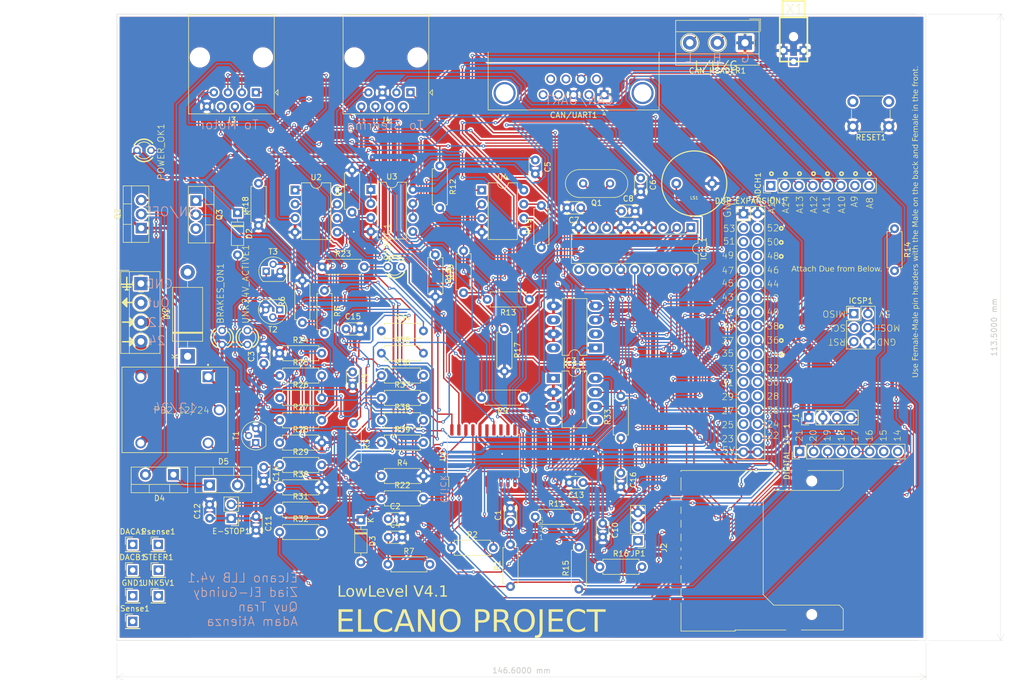
<source format=kicad_pcb>
(kicad_pcb (version 20221018) (generator pcbnew)
  (layers (0 "F.Cu" signal) (31 "B.Cu" signal) (34 "B.Paste" user) (35 "F.Paste" user) (36 "B.SilkS" user "B.Silkscreen") (37 "F.SilkS" user "F.Silkscreen") (38 "B.Mask" user) (39 "F.Mask" user) (44 "Edge.Cuts" user))
  (net 0 "")
  (net 1 "GND")
  (net 2 "RESET")
  (net 3 "WHEELROTATION")
  (net 4 "R_TN")
  (net 5 "/Low Level 4.1 Segment 1/LL_CANTX")
  (net 6 "CANH")
  (net 7 "CANL")
  (net 8 "/Low Level 4.1 Segment 1/LL_CANRX")
  (net 9 "/Low Level 4.1 Segment 1/DAC1")
  (net 10 "BRAKE_ON")
  (net 11 "/Low Level 4.1 Segment 1/THROTTLE_DAC0")
  (net 12 "24V")
  (net 13 "Net-(DEBUG1-C)")
  (net 14 "12V")
  (net 15 "SOLENOID_COMMON")
  (net 16 "SOLENOID_OUT")
  (net 17 "Net-(POWER_OK1-C)")
  (net 18 "Net-(IC2_1-RS)")
  (net 19 "Net-(E-STOP1-Pad2)")
  (net 20 "L_SENSE")
  (net 21 "Net-(RESET1-2)")
  (net 22 "Net-(T1-B)")
  (net 23 "Net-(UNK24V_ACTIVE1-C)")
  (net 24 "Net-(T2-B)")
  (net 25 "BUZZER")
  (net 26 "Net-(BRAKES_ON1-C)")
  (net 27 "ESTOP_INT")
  (net 28 "/Low Level 4.1 Segment 1/R_SENSE")
  (net 29 "PWM_MOTOR")
  (net 30 "PWM_STEER")
  (net 31 "Net-(C6-Pad1)")
  (net 32 "/Low Level 4.1 Segment 2/OSC1")
  (net 33 "/Low Level 4.1 Segment 2/OSC2")
  (net 34 "Net-(C14-Pad1)")
  (net 35 "Net-(C16-Pad1)")
  (net 36 "/Low Level 4.1 Segment 3/SOLENOID_OUT")
  (net 37 "SCK")
  (net 38 "Net-(D4-A)")
  (net 39 "Net-(D5-A)")
  (net 40 "/Low Level 4.1 Segment 1/RX1_DBW")
  (net 41 "/Low Level 4.1 Segment 1/TX1_DBW")
  (net 44 "PWM_2")
  (net 45 "/Low Level 4.1 Segment 1/IRPT_WHEEL")
  (net 46 "PWM_1")
  (net 47 "/Low Level 4.1 Segment 1/EBIKE_POWER_IN")
  (net 48 "/Low Level 4.1 Segment 1/SPEEDOMETER")
  (net 49 "MOSI")
  (net 50 "MISO")
  (net 51 "/Low Level 4.1 Segment 1/CAN_ENABLE")
  (net 52 "/Low Level 4.1 Segment 1/BRAKE_PULSE")
  (net 53 "/Low Level 4.1 Segment 1/BRAKE_VOLT")
  (net 54 "/Low Level 4.1 Segment 1/CHIP_SELECT_ANGLE")
  (net 55 "/Low Level 4.1 Segment 1/FWDSW")
  (net 56 "/Low Level 4.1 Segment 1/CHIP_SELECT_SD")
  (net 57 "/Low Level 4.1 Segment 1/WATCHDOG")
  (net 58 "/Low Level 4.1 Segment 1/DBW_LED")
  (net 59 "/Low Level 4.1 Segment 1/STEER_PULSE{slash}L_TURN")
  (net 60 "/Low Level 4.1 Segment 1/REVERSE")
  (net 61 "/Low Level 4.1 Segment 1/REGEN")
  (net 62 "/Low Level 4.1 Segment 3/SOLENOID_POWER")
  (net 63 "/Low Level 4.1 Segment 3/24V")
  (net 64 "/Low Level 4.1 Segment 3/12V")
  (net 65 "Net-(Q3-G)")
  (net 66 "/Low Level 4.1 Segment 3/SOLENOID_COMMON")
  (net 67 "+3.3V")
  (net 68 "Net-(U1-OE)")
  (net 70 "/Low Level 4.1 Segment 1/5V_SPEEDOMETER")
  (net 72 "/Low Level 4.1 Segment 1/5V_REGEN")
  (net 73 "+5V")
  (net 74 "/Low Level 4.1 Segment 1/5V_REVERSE")
  (net 75 "L_TN")
  (net 76 "/Low Level 4.1 Segment 1/5V_WATCHDOG")
  (net 77 "/Low Level 4.1 Segment 1/5V_FWDSW")
  (net 78 "DAC_SS")
  (net 79 "DACB")
  (net 80 "DACA")
  (net 81 "CAN_SS")
  (net 82 "CAN_INT")
  (net 85 "/Low Level 4.1 Segment 1/TX3")
  (net 86 "/Low Level 4.1 Segment 1/RX3")
  (net 88 "/Low Level 4.1 Segment 2/CAN_TXD")
  (net 89 "/Low Level 4.1 Segment 2/CAN_RXD")
  (net 93 "/Low Level 4.1 Segment 2/RS")
  (net 94 "Net-(T3-C)")
  (net 95 "Net-(T3-B)")
  (net 96 "/Low Level 4.1 Segment 1/5V_DAC1")
  (net 97 "Net-(U2A--)")
  (net 98 "Net-(U2B--)")
  (net 99 "/Low Level 4.1 Segment 1/5V_THROTTLE")
  (net 100 "+12V")
  (net 101 "Net-(U3A-+)")
  (net 102 "Net-(U3B-+)")
  (net 103 "Net-(R16-Pad2)")
  (net 104 "Net-(U4A--)")
  (net 105 "Net-(U4A-+)")
  (net 106 "Net-(U4B-+)")
  (net 107 "Net-(U4B--)")
  (net 108 "Net-(R11-Pad2)")
  (net 111 "/Low Level 4.1 Segment 1/5V_STEER_PULSE")
  (net 113 "Net-(D2-A)")
  (net 127 "DEBUG_LED")
  (net 128 "Net-(C4-Pad1)")
  (net 129 "Net-(C5-Pad1)")
  (net 130 "BRAKE_VOLT")
  (net 132 "Net-(D3-A)")
  (footprint "Capacitor_THT:C_Disc_D3.0mm_W2.0mm_P2.50mm" (layer "F.Cu") (at 125.9 122.65 -90)
    (fp_text reference "C16")
    (fp_text value "560pF")
  )
  (footprint "TerminalBlock_4Ucon:TerminalBlock_4Ucon_1x04_P3.50mm_Horizontal" (layer "F.Cu") (at 38.9435 88.3255 -90)
    (fp_text reference "X2")
    (fp_text value "TerminalBlock_4Ucon_1x04_P3.50mm_Horizontal")
  )
  (footprint "Package_TO_SOT_THT:TO-92" (layer "F.Cu") (at 61.63 86.1)
    (fp_text reference "T3")
    (fp_text value "2N3904")
  )
  (footprint "Resistor_THT:R_Axial_DIN0207_L6.3mm_D2.5mm_P7.62mm_Horizontal" (layer "F.Cu") (at 118.3 143.71 90)
    (fp_text reference "R15")
    (fp_text value "22k")
  )
  (footprint "Resistor_THT:R_Axial_DIN0207_L6.3mm_D2.5mm_P7.62mm_Horizontal" (layer "F.Cu") (at 64.09 133.35)
    (fp_text reference "R32")
    (fp_text value "0")
  )
  (footprint "Resistor_THT:R_Axial_DIN0207_L6.3mm_D2.5mm_P7.62mm_Horizontal" (layer "F.Cu") (at 122.11 139.646)
    (fp_text reference "R16")
    (fp_text value "4.7k")
  )
  (footprint "Connector_PinHeader_2.54mm:PinHeader_2x18_P2.54mm_Vertical" (layer "F.Cu") (at 148.1299 75.6875)
    (fp_text reference "DUE_EXPANSION1")
    (fp_text value "Digital 22-53")
  )
  (footprint "Resistor_THT:R_Axial_DIN0207_L6.3mm_D2.5mm_P7.62mm_Horizontal" (layer "F.Cu") (at 82.51 109.05)
    (fp_text reference "R37")
    (fp_text value "1k")
  )
  (footprint "Connector_PinHeader_2.54mm:PinHeader_1x03_P2.54mm_Vertical" (layer "F.Cu") (at 129 134.925 180)
    (fp_text reference "JP1")
    (fp_text value "Jumper_3_Open")
  )
  (footprint "Capacitor_THT:C_Disc_D3.0mm_W2.0mm_P2.50mm" (layer "F.Cu") (at 118.65 74.6 180)
    (fp_text reference "C7")
    (fp_text value "33pF")
  )
  (footprint "Connector_PinHeader_2.54mm:PinHeader_2x03_P2.54mm_Vertical" (layer "F.Cu") (at 168.125 93.775)
    (fp_text reference "ICSP1")
    (fp_text value "2x3")
  )
  (footprint "Package_TO_SOT_THT:TO-220-3_Vertical" (layer "F.Cu") (at 48.9 73.3 -90)
    (fp_text reference "Q3")
    (fp_text value "IRLZ44N")
  )
  (footprint "Connector_PinHeader_2.54mm:PinHeader_1x01_P2.54mm_Vertical" (layer "F.Cu") (at 37.45 144.9)
    (fp_text reference "GND1")
    (fp_text value "PTR1PAD1-17")
  )
  (footprint "LowLevelv3_1:BUZZER-12MM" (layer "F.Cu") (at 139.2 70.2 180)
    (fp_text reference "LS1")
    (fp_text value "BUZZER-PTH" hide)
  )
  (footprint "Resistor_THT:R_Axial_DIN0207_L6.3mm_D2.5mm_P7.62mm_Horizontal" (layer "F.Cu") (at 82.51 96.9)
    (fp_text reference "R34")
    (fp_text value "1K")
  )
  (footprint "Capacitor_THT:C_Disc_D3.0mm_W2.0mm_P2.50mm" (layer "F.Cu") (at 119.062 124.406 180)
    (fp_text reference "C13")
    (fp_text value "0.1uF")
  )
  (footprint "Connector_Dsub:DSUB-9_Male_Horizontal_P2.77x2.84mm_EdgePinOffset4.94mm_Housed_MountingHolesOffset7.48mm" (layer "F.Cu") (at 122.885 54.105331 180)
    (fp_text reference "CAN/UART1")
    (fp_text value "DB9 Plug")
  )
  (footprint "Resistor_THT:R_Axial_DIN0207_L6.3mm_D2.5mm_P7.62mm_Horizontal" (layer "F.Cu") (at 105.903 143.231 90)
    (fp_text reference "R1")
    (fp_text value "4.7k")
  )
  (footprint "Resistor_THT:R_Axial_DIN0207_L6.3mm_D2.5mm_P7.62mm_Horizontal" (layer "F.Cu") (at 82.51 105)
    (fp_text reference "R36")
    (fp_text value "1K")
  )
  (footprint "Connector_PinHeader_2.54mm:PinHeader_1x04_P2.54mm_Vertical" (layer "F.Cu") (at 159.96 112.6 90)
    (fp_text reference "J1")
    (fp_text value "ROS_CONN")
  )
  (footprint "Capacitor_THT:C_Disc_D3.0mm_W2.0mm_P2.50mm" (layer "F.Cu") (at 59.8 130.55 -90)
    (fp_text reference "C11")
    (fp_text value "0.1uF")
  )
  (footprint "Capacitor_THT:C_Disc_D3.0mm_W2.0mm_P2.50mm" (layer "F.Cu") (at 51.4 130.85 90)
    (fp_text reference "C12")
    (fp_text value "0.1uF")
  )
  (footprint "Capacitor_THT:C_Disc_D3.0mm_W2.0mm_P2.50mm" (layer "F.Cu") (at 83.76 134.3)
    (fp_text reference "C4")
    (fp_text value "0.1uF")
  )
  (footprint "Resistor_THT:R_Axial_DIN0207_L6.3mm_D2.5mm_P7.62mm_Horizontal" (layer "F.Cu") (at 77.2 75.41 90)
    (fp_text reference "R8")
    (fp_text value "10k")
  )
  (footprint "Connector_PinHeader_2.54mm:PinHeader_1x08_P2.54mm_Vertical" (layer "F.Cu") (at 158.2949 118.7675 90)
    (fp_text reference "DIGITAL_14-1")
    (fp_text value "Digital 14-21")
  )
  (footprint "LowLevelv3_1:LED3MM" (layer "F.Cu") (at 58.2221 98.1045 90)
    (fp_text reference "UNK24V_ACTIVE1")
    (fp_text value "LED3MM")
  )
  (footprint "Resistor_THT:R_Axial_DIN0207_L6.3mm_D2.5mm_P7.62mm_Horizontal" (layer "F.Cu") (at 92.29 83.09 -90)
    (fp_text reference "R10")
    (fp_text value "5.15k")
  )
  (footprint "Package_TO_SOT_THT:TO-92" (layer "F.Cu") (at 59.7461 117.1545 90)
    (fp_text reference "T1")
    (fp_text value "2N3904")
  )
  (footprint "Connector_PinHeader_2.54mm:PinHeader_1x01_P2.54mm_Vertical" (layer "F.Cu") (at 37.45 140.25)
    (fp_text reference "DACB1")
    (fp_text value "PTR1PAD1-17")
  )
  (footprint "Resistor_THT:R_Axial_DIN0207_L6.3mm_D2.5mm_P7.62mm_Horizontal" (layer "F.Cu") (at 64.09 121.2)
    (fp_text reference "R29")
    (fp_text value "100")
  )
  (footprint "Resistor_THT:R_Axial_DIN0207_L6.3mm_D2.5mm_P7.62mm_Horizontal" (layer "F.Cu") (at 64.09 105)
    (fp_text reference "R25")
    (fp_text value "20K")
  )
  (footprint "Package_DIP:DIP-18_W7.62mm" (layer "F.Cu") (at 138.58 78.2 -90)
    (fp_text reference "IC1_1")
    (fp_text value "MCP2515(MCP2510)P")
  )
  (footprint "LowLevelv3_1:ODO_JACK" (layer "F.Cu") (at 157.2 43.6 -90)
    (fp_text reference "X1")
    (fp_text value "ODO_JACK")
  )
  (footprint "Package_TO_SOT_THT:TO-92" (layer "F.Cu") (at 64.11 93.1 180)
    (fp_text reference "T2")
    (fp_text value "2N3904")
  )
  (footprint "Capacitor_THT:C_Disc_D3.0mm_W2.0mm_P2.50mm" (layer "F.Cu") (at 122.618 131.772 -90)
    (fp_text reference "C10")
    (fp_text value "0.1uF")
  )
  (footprint "Resistor_THT:R_Axial_DIN0207_L6.3mm_D2.5mm_P7.62mm_Horizontal" (layer "F.Cu") (at 104.8 96.59 -90)
    (fp_text reference "R17")
    (fp_text value "22k")
  )
  (footprint "Resistor_THT:R_Axial_DIN0207_L6.3mm_D2.5mm_P7.62mm_Horizontal" (layer "F.Cu") (at 111.5 81.81 90)
    (fp_text reference "R19")
    (fp_text value "22k")
  )
  (footprint "Resistor_THT:R_Axial_DIN0207_L6.3mm_D2.5mm_P7.62mm_Horizontal" (layer "F.Cu") (at 60.2541 77.7845 90)
    (fp_text reference "R18")
    (fp_text value "22k")
  )
  (footprint "Capacitor_THT:C_Disc_D3.0mm_W2.0mm_P2.50mm" (layer "F.Cu") (at 61.2 121.6 -90)
    (fp_text reference "C14")
    (fp_text value "560pF")
  )
  (footprint "Capacitor_THT:C_Disc_D3.0mm_W2.0mm_P2.50mm" (layer "F.Cu") (at 76.11 96.55)
    (fp_text reference "C15")
    (fp_text value "1uF")
  )
  (footprint "Diode_THT:D_DO-35_SOD27_P7.62mm_Horizontal" (layer "F.Cu") (at 78.8 131.19 -90)
    (fp_text reference "D3")
    (fp_text value "1N4148")
  )
  (footprint "LowLevelv3_1:LED3MM" (layer "F.Cu") (at 53.6501 98.1045 90)
    (fp_text reference "BRAKES_ON1")
    (fp_text value "LED3MM")
  )
  (footprint "Connector_PinHeader_2.54mm:PinHeader_1x01_P2.54mm_Vertical" (layer "F.Cu") (at 42.1 135.6)
    (fp_text reference "Rsense1")
    (fp_text value "PTR1PAD1-17")
  )
  (footprint "Package_TO_SOT_THT:TO-220-2_Vertical" (layer "F.Cu") (at 51.36 124.845)
    (fp_text reference "D5")
    (fp_text value "MBR745")
  )
  (footprint "Crystal:Crystal_HC49-U_Vertical" (layer "F.Cu") (at 123.95 70.2 180)
    (fp_text reference "Q1")
    (fp_text value "ECS-160-20-46X")
  )
  (footprint "LowLevelv3_1:TE_ORWH-SH-105D1F,000" (layer "F.Cu") (at 51.1101 105.2165 180)
    (fp_text reference "PB2_12/24")
    (fp_text value "ORWH-SH-105D1F,000")
  )
  (footprint "Diode_THT:D_DO-35_SOD27_P7.62mm_Horizontal" (layer "F.Cu") (at 56.4441 75.4985 -90)
    (fp_text reference "D2")
    (fp_text value "1N4148")
  )
  (footprint "Resistor_THT:R_Axial_DIN0207_L6.3mm_D2.5mm_P7.62mm_Horizontal" (layer "F.Cu") (at 68.2 95.41 90)
    (fp_text reference "R6")
    (fp_text value "5.15k")
  )
  (footprint "Resistor_THT:R_Axial_DIN0207_L6.3mm_D2.5mm_P7.62mm_Horizontal" (layer "F.Cu") (at 82.51 100.95)
    (fp_text reference "R35")
    (fp_text value "1K")
  )
  (footprint "Resistor_THT:R_Axial_DIN0207_L6.3mm_D2.5mm_P7.62mm_Horizontal" (layer "F.Cu") (at 83.69 139.2)
    (fp_text reference "R7")
    (fp_text value "5.15k")
  )
  (footprint "Capacitor_THT:C_Disc_D3.0mm_W2.0mm_P2.50mm" (layer "F.Cu") (at 110.4 65.95 -90)
    (fp_text reference "C5")
    (fp_text value "0.1uF")
  )
  (footprint "Capacitor_THT:C_Disc_D3.0mm_W2.0mm_P2.50mm" (layer "F.Cu") (at 61.2 102.8 90)
    (fp_text reference "C3")
    (fp_text value "0.1uF")
  )
  (footprint "Resistor_THT:R_Axial_DIN0207_L6.3mm_D2.5mm_P7.62mm_Horizontal" (layer "F.Cu") (at 64.09 129.3)
    (fp_text reference "R31")
    (fp_text value "10k")
  )
  (footprint "Resistor_THT:R_Axial_DIN0207_L6.3mm_D2.5mm_P7.62mm_Horizontal" (layer "F.Cu") (at 64.09 117.15)
    (fp_text reference "R28")
    (fp_text value "4.7K")
  )
  (footprint "Resistor_THT:R_Axial_DIN0207_L6.3mm_D2.5mm_P7.62mm_Horizontal" (layer "F.Cu") (at 108.31 109 180)
    (fp_text reference "R9")
    (fp_text value "5.15k")
  )
  (footprint "Capacitor_THT:C_Disc_D3.0mm_W2.0mm_P2.50mm" (layer "F.Cu") (at 129.5 69.2 -90)
    (fp_text reference "C6")
    (fp_text value "0.1uF")
  )
  (footprint "Resistor_THT:R_Axial_DIN0207_L6.3mm_D2.5mm_P7.62mm_Horizontal" (layer "F.Cu") (at 64.09 109.05)
    (fp_text reference "R26")
    (fp_text value "1K")
  )
  (footprint "Resistor_THT:R_Axial_DIN0207_L6.3mm_D2.5mm_P7.62mm_Horizontal" (layer "F.Cu") (at 72.2 89.59 -90)
    (fp_text reference "R5")
    (fp_text value "5.15k")
  )
  (footprint "Package_DIP:DIP-8_W7.62mm" (layer "F.Cu") (at 100.7 71.4)
    (fp_text reference "U4")
    (fp_text value "LM358")
  )
  (footprint "Resistor_THT:R_Axial_DIN0207_L6.3mm_D2.5mm_P7.62mm_Horizontal" (layer "F.Cu") (at 77.5 113.68 -90)
    (fp_text reference "R3")
    (fp_text value "5.15k")
  )
  (footprint "Connector_PinHeader_2.54mm:PinHeader_1x01_P2.54mm_Vertical" (layer "F.Cu") (at 37.45 135.6)
    (fp_text reference "DACA1")
    (fp_text value "PTR1PAD1-17")
  )
  (footprint "Diode_THT:D_DO-201_P15.24mm_Horizontal" (layer "F.Cu") (at 47.4 101.52 90)
    (fp_text reference "D1")
    (fp_text value "1N5400")
  )
  (footprint "Package_TO_SOT_THT:TO-220-3_Vertical" (layer "F.Cu") (at 39 78.28 90)
    (fp_text reference "Q2")
    (fp_text value "IRLZ44N")
  )
  (footprint "Connector_PinHeader_2.54mm:PinHeader_1x08_P2.54mm_Vertical" (layer "F.Cu") (at 153.077 70.578 90)
    (fp_text reference "ADCH1")
    (fp_text value "Analog In 8-11, DAC, CAN")
  )
  (footprint "Resistor_THT:R_Axial_DIN0207_L6.3mm_D2.5mm_P7.62mm_Horizontal" (layer "F.Cu") (at 110.39 130.6)
    (fp_text reference "R11")
    (fp_text value "4.7k")
  )
  (footprint "Connector_RJ:RJ45_Amphenol_54602-x08_Horizontal" (layer "F.Cu") (at 59.7825 53.7 180)
    (fp_text reference "J3")
    (fp_text value "RJ45_MOTOR")
  )
  (footprint "Capacitor_THT:C_Disc_D3.0mm_W2.0mm_P2.50mm" (layer "F.Cu") (at 126 75.2)
    (fp_text reference "C8")
    (fp_text value "33pF")
  )
  (footprint "Resistor_THT:R_Axial_DIN0207_L6.3mm_D2.5mm_P7.62mm_Horizontal" (layer "F.Cu") (at 93.1 66.99 -90)
    (fp_text reference "R12")
    (fp_text value "22k")
  )
  (footprint "Connector_RJ:RJ45_Amphenol_54602-x08_Horizontal" (layer "F.Cu") (at 87.7825 53.7 180)
    (fp_text reference "J4")
    (fp_text value "RJ45_STEER")
  )
  (footprint "Package_DIP:DIP-8_W7.62mm_LongPads" (layer "F.Cu") (at 121.325 100 180)
    (fp_text reference "IC3_1")
    (fp_text value "MCP4802")
  )
  (footprint "Connector_PinHeader_2.54mm:PinHeader_1x01_P2.54mm_Vertical" (layer "F.Cu") (at 42.1 144.9)
    (fp_text reference "UNK5V1")
    (fp_text value "PTR1PAD1-17")
  )
  (footprint "Capacitor_THT:C_Disc_D3.0mm_W2.0mm_P2.50mm" (layer "F.Cu") (at 83.76 130.95)
    (fp_text reference "C2")
    (fp_text value "0.1uF")
  )
  (footprint "Capacitor_THT:C_Disc_D3.0mm_W2.0mm_P2.50mm" (layer "F.Cu") (at 77.3 104.35 -90)
    (fp_text reference "C9")
    (fp_text value "1uF")
  )
  (footprint "Connector_PinHeader_2.54mm:PinHeader_1x01_P2.54mm_Vertical" (layer "F.Cu") (at 42.1 140.25)
    (fp_text reference "STEER1")
    (fp_text value "PTR1PAD1-17")
  )
  (footprint "Resistor_THT:R_Axial_DIN0207_L6.3mm_D2.5mm_P7.62mm_Horizontal" (layer "F.Cu") (at 82.51 123.2)
    (fp_text reference "R4")
    (fp_text value "10k")
  )
  (footprint "Connector_PinHeader_2.54mm:PinHeader_1x01_P2.54mm_Vertical" (layer "F.Cu") (at 37.45 149.55)
    (fp_text reference "LSense1")
    (fp_text value "PTR1PAD1-17")
  )
  (footprint "Resistor_THT:R_Axial_DIN0207_L6.3mm_D2.5mm_P7.62mm_Horizontal" (layer "F.Cu") (at 109.31 91.2 180)
    (fp_text reference "R13")
    (fp_text value "22k")
  )
  (footprint "Package_TO_SOT_THT:TO-220-2_Vertical" (layer "F.Cu") (at 44.84 122.955 180)
    (fp_text reference "D4")
    (fp_text value "MBR745")
  )
  (footprint "Resistor_THT:R_Axial_DIN0207_L6.3mm_D2.5mm_P7.62mm_Horizontal" (layer "F.Cu") (at 64.09 113.1)
    (fp_text reference "R27")
    (fp_text value "4.7K")
  )
  (footprint "LowLevelv3_1:LED3MM" (layer "F.Cu") (at 84.9 85.3 180)
    (fp_text reference "DEBUG1")
    (fp_text value "LED3MM")
  )
  (footprint "Resistor_THT:R_Axial_DIN0207_L6.3mm_D2.5mm_P7.62mm_Horizontal" (layer "F.Cu") (at 71.78 85.3)
    (fp_text reference "R23")
    (fp_text value "1K")
  )
  (footprint "TerminalBlock_MetzConnect:TerminalBlock_MetzConnect_Type055_RT01503HDWU_1x03_P5.00mm_Horizontal" (layer "F.Cu") (at 148.4 44.7008 180)
    (fp_text reference "CAN_HEADER1")
    (fp_text value "CONN_03-SCREW-5MM")
  )
  (footprint "Package_SO:SOIC-20W_7.5x12.8mm_P1.27mm" (layer "F.Cu") (at 101 119.5 90)
    (fp_text reference "U1")
    (fp_text value "TXB0108DQSR")
  )
  (footprint "Resistor_THT:R_Axial_DIN0207_L6.3mm_D2.5mm_P7.62mm_Horizontal" (layer "F.Cu") (at 125.9 116.31 90)
    (fp_text reference "R33")
    (fp_text value "100")
  )
  (footprint "Capacitor_THT:C_Disc_D3.0mm_W2.0mm_P2.50mm" (layer "F.Cu") (at 105.9 131.55 90)
    (fp_text reference "C1")
    (fp_text value "1uF")
  )
  (footprint "Package_DIP:DIP-8_W7.62mm" (layer "F.Cu") (at 66.88 71.4)
    (fp_text reference "U2")
    (fp_text value "LM358")
  )
  (footprint "Resistor_THT:R_Axial_DIN0207_L6.3mm_D2.5mm_P7.62mm_Horizontal" (layer "F.Cu") (at 82.51 117.15)
    (fp_text reference "R39")
    (fp_text value "100")
  )
  (footprint "Package_DIP:DIP-8_W7.62mm" (layer "F.Cu") (at 80.6 71.3)
    (fp_text reference "U3")
    (fp_text value "LM358")
  )
  (footprint "Resistor_THT:R_Axial_DIN0207_L6.3mm_D2.5mm_P7.62mm_Horizontal" (layer "F.Cu") (at 64.09 125.25)
    (fp_text reference "R30")
    (fp_text value "10k")
  )
  (footprint "Button_Switch_THT:SW_PUSH_6mm" (layer "F.Cu") (at 174.45 59.85 180)
    (fp_text reference "RESET1")
    (fp_text value "MOMENTARY-SWITCH-SPST-PTH-6.0MM")
  )
  (footprint "Resistor_THT:R_Axial_DIN0207_L6.3mm_D2.5mm_P7.62mm_Horizontal" (layer "F.Cu") (at 82.51 113.1)
    (fp_text reference "R38")
    (fp_text value "1K")
  )
  (footprint "Resistor_THT:R_Axial_DIN0207_L6.3mm_D2.5mm_P7.62mm_Horizontal" (layer "F.Cu") (at 64.09 100.95)
    (fp_text reference "R24")
    (fp_text value "1K")
  )
  (footprint "Resistor_THT:R_Axial_DIN0207_L6.3mm_D2.5mm_P7.62mm_Horizontal" (layer "F.Cu") (at 175.5 78.39 -90)
    (fp_text reference "R14")
    (fp_text value "22k")
  )
  (footprint "Resistor_THT:R_Axial_DIN0207_L6.3mm_D2.5mm_P7.62mm_Horizontal" (layer "F.Cu") (at 97.4 90.01 90)
    (fp_text reference "R20")
    (fp_text value "22k")
  )
  (footprint "Resistor_THT:R_Axial_DIN0207_L6.3mm_D2.5mm_P7.62mm_Horizontal" (layer "F.Cu") (at 95.19 136.2)
    (fp_text reference "R2")
    (fp_text value "10k")
  )
  (footprint "Package_DIP:DIP-8_W7.62mm_LongPads" (layer "F.Cu") (at 113.675 105.5)
    (fp_text reference "IC2_1")
    (fp_text value "MCP2551DIL08")
  )
  (footprint "Connector_Card:SD_Kyocera_145638109511859+" (layer "F.Cu") (at 148.5 136.2 90)
    (fp_text reference "J2")
    (fp_text value "SD_Card")
  )
  (footprint "Resistor_THT:R_Axial_DIN0207_L6.3mm_D2.5mm_P7.62mm_Horizontal" (layer "F.Cu") (at 82.51 127.25)
    (fp_text reference "R22")
    (fp_text value "120")
  )
  (footprint "Connector_PinHeader_2.54mm:PinHeader_1x02_P2.54mm_Vertical" (layer "F.Cu") (at 55.3 130.875 180)
    (fp_text reference "E-STOP1")
    (fp_text value "PINHD-1X2")
  )
  (footprint "LowLevelv3_1:LED3MM" (layer "F.Cu") (at 39.5 64.2)
    (fp_text reference "POWER_OK1")
    (fp_text value "LED3MM")
  )
  (gr_line (start 36.6321 89.4685) (end 36.1241 89.4685) (stroke (width 0.254)) (layer "F.SilkS"))
  (gr_line (start 35.8701 92.0085) (end 35.8701 91.5005) (stroke (width 0.254)) (layer "F.SilkS"))
  (gr_circle (center 163.349 68.419) (end 163.664628 68.419) (stroke (width 0.254)) (fill none) (layer "F.SilkS"))
  (gr_circle (center 170.969 68.419) (end 171.284628 68.419) (stroke (width 0.254)) (fill none) (layer "F.SilkS"))
  (gr_line (start 36.1241 92.2625) (end 35.8701 92.0085) (stroke (width 0.254)) (layer "F.SilkS"))
  (gr_circle (center 154.967 98.645) (end 155.282628 98.645) (stroke (width 0.254)) (fill none) (layer "F.SilkS"))
  (gr_circle (center 154.967 80.865) (end 155.282628 80.865) (stroke (width 0.254)) (fill none) (layer "F.SilkS"))
  (gr_line (start 37.6481 91.7545) (end 35.6161 91.7545) (stroke (width 0.254)) (layer "F.SilkS"))
  (gr_line (start 37.1401 94.8025) (end 37.3941 95.0565) (stroke (width 0.254)) (layer "F.SilkS"))
  (gr_line (start 37.1401 99.3745) (end 37.1401 98.3585) (stroke (width 0.254)) (layer "F.SilkS"))
  (gr_line (start 37.1401 99.3745) (end 36.8861 99.6285) (stroke (width 0.254)) (layer "F.SilkS"))
  (gr_line (start 35.6161 91.7545) (end 35.8701 91.5005) (stroke (width 0.254)) (layer "F.SilkS"))
  (gr_circle (center 168.429 68.419) (end 168.744628 68.419) (stroke (width 0.254)) (fill none) (layer "F.SilkS"))
  (gr_line (start 37.3941 98.6125) (end 37.6481 98.8665) (stroke (width 0.254)) (layer "F.SilkS"))
  (gr_line (start 37.3941 95.0565) (end 37.3941 95.5645) (stroke (width 0.254)) (layer "F.SilkS"))
  (gr_circle (center 165.889 68.419) (end 166.204628 68.419) (stroke (width 0.254)) (fill none) (layer "F.SilkS"))
  (gr_line (start 37.3941 98.6125) (end 37.3941 99.1205) (stroke (width 0.254)) (layer "F.SilkS"))
  (gr_line (start 36.1241 91.2465) (end 36.1241 92.2625) (stroke (width 0.254)) (layer "F.SilkS"))
  (gr_line (start 36.8861 99.6285) (end 36.8861 98.1045) (stroke (width 0.254)) (layer "F.SilkS"))
  (gr_circle (center 153.189 68.419) (end 153.504628 68.419) (stroke (width 0.254)) (fill none) (layer "F.SilkS"))
  (gr_line (start 37.1401 88.9605) (end 35.6161 88.9605) (stroke (width 0.254)) (layer "F.SilkS"))
  (gr_line (start 37.6481 98.8665) (end 37.3941 99.1205) (stroke (width 0.254)) (layer "F.SilkS"))
  (gr_circle (center 158.269 68.419) (end 158.584628 68.419) (stroke (width 0.254)) (fill none) (layer "F.SilkS"))
  (gr_circle (center 155.729 68.419) (end 156.044628 68.419) (stroke (width 0.254)) (fill none) (layer "F.SilkS"))
  (gr_line (start 36.3781 92.5165) (end 36.1241 92.2625) (stroke (width 0.254)) (layer "F.SilkS"))
  (gr_line (start 36.8861 98.1045) (end 37.1401 98.3585) (stroke (width 0.254)) (layer "F.SilkS"))
  (gr_line (start 37.6481 88.4525) (end 35.3621 88.4525) (stroke (width 0.254)) (layer "F.SilkS"))
  (gr_line (start 37.1401 95.8185) (end 37.1401 94.8025) (stroke (width 0.254)) (layer "F.SilkS"))
  (gr_line (start 37.3941 95.0565) (end 37.6481 95.3105) (stroke (width 0.254)) (layer "F.SilkS"))
  (gr_line (start 36.8861 94.5485) (end 37.1401 94.8025) (stroke (width 0.254)) (layer "F.SilkS"))
  (gr_line (start 36.3781 87.1825) (end 36.3781 89.4685) (stroke (width 0.254)) (layer "F.SilkS"))
  (gr_line (start 35.8701 91.5005) (end 36.1241 91.2465) (stroke (width 0.254)) (layer "F.SilkS"))
  (gr_line (start 35.6161 98.8665) (end 37.6481 98.8665) (stroke (width 0.254)) (layer "F.SilkS"))
  (gr_line (start 36.3781 90.9925) (end 36.3781 92.5165) (stroke (width 0.254)) (layer "F.SilkS"))
  (gr_line (start 37.1401 98.3585) (end 37.3941 98.6125) (stroke (width 0.254)) (layer "F.SilkS"))
  (gr_line (start 37.1401 95.8185) (end 36.8861 96.0725) (stroke (width 0.254)) (layer "F.SilkS"))
  (gr_line (start 36.1241 91.2465) (end 36.3781 90.9925) (stroke (width 0.254)) (layer "F.SilkS"))
  (gr_circle (center 154.967 96.105) (end 155.282628 96.105) (stroke (width 0.254)) (fill none) (layer "F.SilkS"))
  (gr_line (start 35.8701 92.0085) (end 35.6161 91.7545) (stroke (width 0.254)) (layer "F.SilkS"))
  (gr_line (start 36.8861 96.0725) (end 36.8861 94.5485) (stroke (width 0.254)) (layer "F.SilkS"))
  (gr_circle (center 160.809 68.419) (end 161.124628 68.419) (stroke (width 0.254)) (fill none) (layer "F.SilkS"))
  (gr_line (start 35.6161 95.3105) (end 37.6481 95.3105) (stroke (width 0.254)) (layer "F.SilkS"))
  (gr_circle (center 154.967 78.325) (end 155.282628 78.325) (stroke (width 0.254)) (fill none) (layer "F.SilkS"))
  (gr_line (start 37.3941 99.1205) (end 37.1401 99.3745) (stroke (width 0.254)) (layer "F.SilkS"))
  (gr_line (start 37.3941 95.5645) (end 37.1401 95.8185) (stroke (width 0.254)) (layer "F.SilkS"))
  (gr_circle (center 154.967 83.405) (end 155.282628 83.405) (stroke (width 0.254)) (fill none) (layer "F.SilkS"))
  (gr_circle (center 154.967 101.185) (end 155.282628 101.185) (stroke (width 0.254)) (fill none) (layer "F.SilkS"))
  (gr_line (start 37.6481 95.3105) (end 37.3941 95.5645) (stroke (width 0.254)) (layer "F.SilkS"))
  (gr_line (start 34.6 39.5) (end 179.54 39.5) (stroke (width 0.05)) (layer "Edge.Cuts"))
  (gr_rect (start 34.6 39.5) (end 181.2 153) (stroke (width 0.05)) (fill none) (layer "Edge.Cuts"))
  (gr_line (start 34.6 153) (end 34.6 53.5) (stroke (width 0.05)) (layer "Edge.Cuts"))
  (gr_line (start 62.46 152.99) (end 34.6 153) (stroke (width 0.05)) (layer "Edge.Cuts"))
  (gr_line (start 34.6 53.5) (end 34.6 39.5) (stroke (width 0.05)) (layer "Edge.Cuts"))
  (gr_line (start 62.46 152.99) (end 179.8 153) (stroke (width 0.05)) (layer "Edge.Cuts"))
  (gr_text "CAN/UART" (at 124.6841 56.0405) (layer "B.SilkS") (effects (font (size 1.63576 1.63576) (thickness 0.14224)) (justify left bottom mirror)))
  (gr_text "12" (at 43.4901 96.3265) (layer "B.SilkS") (effects (font (size 1.63576 1.63576) (thickness 0.14224)) (justify left bottom mirror)))
  (gr_text "Click" (at 94.727 122.911 -90) (layer "B.SilkS") (effects (font (size 1.40208 1.40208) (thickness 0.12192)) (justify right top mirror)))
  (gr_text "L" (at 138.966 48.4008) (layer "B.SilkS") (effects (font (size 1.63576 1.63576) (thickness 0.14224)) (justify left bottom mirror)))
  (gr_text "24" (at 43.4901 99.6285) (layer "B.SilkS") (effects (font (size 1.63576 1.63576) (thickness 0.14224)) (justify left bottom mirror)))
  (gr_text "G" (at 149.38 48.4008) (layer "B.SilkS") (effects (font (size 1.63576 1.63576) (thickness 0.14224)) (justify left bottom mirror)))
  (gr_text "ON/OFF" (at 49.3321 76.2605) (layer "B.SilkS") (effects (font (size 1.63576 1.63576) (thickness 0.14224)) (justify left bottom mirror)))
  (gr_text "H" (at 144.3 48.4008) (layer "B.SilkS") (effects (font (size 1.63576 1.63576) (thickness 0.14224)) (justify left bottom mirror)))
  (gr_text "12/24" (at 49.0781 111.8205) (layer "B.SilkS") (effects (font (size 1.63576 1.63576) (thickness 0.14224)) (justify left bottom mirror)))
  (gr_text "GND" (at 39.6801 87.4365) (layer "B.SilkS") (effects (font (size 1.63576 1.63576) (thickness 0.14224)) (justify right top mirror)))
  (gr_text "Elcano LLB v4.1\nZiad El-Guindy\nQuy Tran\nAdam Atienza" (at 67.5 150.5) (layer "B.SilkS") (effects (font (size 1.63576 1.63576) (thickness 0.14224)) (justify left bottom mirror)))
  (gr_text "Out" (at 44.2521 92.7705) (layer "B.SilkS") (effects (font (size 1.63576 1.63576) (thickness 0.14224)) (justify left bottom mirror)))
  (gr_text "To Steering\n" (at 90.3 60.6) (layer "B.SilkS") (effects (font (size 1.63576 1.63576) (thickness 0.14224)) (justify left bottom mirror)))
  (gr_text "To Motor" (at 60.4 60.5) (layer "B.SilkS") (effects (font (size 1.63576 1.63576) (thickness 0.14224)) (justify left bottom mirror)))
  (gr_text "32" (at 152.3 104.36) (layer "F.SilkS") (effects (font (size 1.1684 1.1684) (thickness 0.1016)) (justify left bottom)))
  (gr_text "38" (at 152.3 96.74) (layer "F.SilkS") (effects (font (size 1.1684 1.1684) (thickness 0.1016)) (justify left bottom)))
  (gr_text "24" (at 152.3 114.52) (layer "F.SilkS") (effects (font (size 1.1684 1.1684) (thickness 0.1016)) (justify left bottom)))
  (gr_text "LowLevel V4.1" (at 74.5 145.4) (layer "F.SilkS") (effects (font (size 2 2) (thickness 0.14224)) (justify left bottom)))
  (gr_text "17" (at 169.064 117.06 90) (layer "F.SilkS") (effects (font (size 1.1684 1.1684) (thickness 0.1016)) (justify left bottom)))
  (gr_text "22" (at 152.3 116.552) (layer "F.SilkS") (effects (font (size 1.1684 1.1684) (thickness 0.1016)) (justify left bottom)))
  (gr_text "L/H/G" (at 139.1 49.8008) (layer "F.SilkS") (effects (font (size 1.6002 1.6002) (thickness 0.1778)) (justify left bottom)))
  (gr_text "42" (at 152.3 91.66) (layer "F.SilkS") (effects (font (size 1.1684 1.1684) (thickness 0.1016)) (justify left bottom)))
  (gr_text "A14" (at 155.094 72.356 90) (layer "F.SilkS") (effects (font (size 1.1684 1.1684) (thickness 0.1016)) (justify right top)))
  (gr_text "52" (at 152.3 78.96) (layer "F.SilkS") (effects (font (size 1.1684 1.1684) (thickness 0.1016)) (justify left bottom)))
  (gr_text "25" (at 146.458 113.25) (layer "F.SilkS") (effects (font (size 1.1684 1.1684) (thickness 0.1016)) (justify right top)))
  (gr_text "31" (at 146.458 105.63) (layer "F.SilkS") (effects (font (size 1.1684 1.1684) (thickness 0.1016)) (justify right top)))
  (gr_text "41" (at 146.458 92.93) (layer "F.SilkS") (effects (font (size 1.1684 1.1684) (thickness 0.1016)) (justify right top)))
  (gr_text "29" (at 146.458 108.17) (layer "F.SilkS") (effects (font (size 1.1684 1.1684) (thickness 0.1016)) (justify right top)))
  (gr_text "26" (at 152.3 111.98) (layer "F.SilkS") (effects (font (size 1.1684 1.1684) (thickness 0.1016)) (justify left bottom)))
  (gr_text "37" (at 146.458 98.01) (layer "F.SilkS") (effects (font (size 1.1684 1.1684) (thickness 0.1016)) (justify right top)))
  (gr_text "23" (at 146.458 115.79) (layer "F.SilkS") (effects (font (size 1.1684 1.1684) (thickness 0.1016)) (justify right top)))
  (gr_text "14" (at 176.684 117.06 90) (layer "F.SilkS") (effects (font (size 1.1684 1.1684) (thickness 0.1016)) (justify left bottom)))
  (gr_text "30" (at 152.3 106.9) (layer "F.SilkS") (effects (font (size 1.1684 1.1684) (thickness 0.1016)) (justify left bottom)))
  (gr_text "SCK" (at 166.729 95.66 180) (layer "F.SilkS") (effects (font (size 1.1684 1.1684) (thickness 0.1016)) (justify left bottom)))
  (gr_text "40" (at 152.3 94.2) (layer "F.SilkS") (effects (font (size 1.1684 1.1684) (thickness 0.1016)) (justify left bottom)))
  (gr_text "5V" (at 174.857 93.12 180) (layer "F.SilkS") (effects (font (size 1.1684 1.1684) (thickness 0.1016)) (justify left bottom)))
  (gr_text "50" (at 152.3 81.5) (layer "F.SilkS") (effects (font (size 1.1684 1.1684) (thickness 0.1016)) (justify left bottom)))
  (gr_text "ELCANO PROJECT" (at 74.2 152.1) (layer "F.SilkS") (effects (font (size 4 4) (thickness 0.14224)) (justify left bottom)))
  (gr_text "MOSI" (at 176.635 95.66 180) (layer "F.SilkS") (effects (font (size 1.1684 1.1684) (thickness 0.1016)) (justify left bottom)))
  (gr_text "18" (at 166.524 117.06 90) (layer "F.SilkS") (effects (font (size 1.1684 1.1684) (thickness 0.1016)) (justify left bottom)))
  (gr_text "5\n3\n1" (at 110.983 134.849) (layer "F.SilkS") (effects (font (size 0.93472 0.93472) (thickness 0.08128)) (justify left bottom)))
  (gr_text "RST" (at 166.729 98.2 180) (layer "F.SilkS") (effects (font (size 1.1684 1.1684) (thickness 0.1016)) (justify left bottom)))
  (gr_text "19" (at 163.984 117.06 90) (layer "F.SilkS") (effects (font (size 1.1684 1.1684) (thickness 0.1016)) (justify left bottom)))
  (gr_text "39" (at 146.458 95.47) (layer "F.SilkS") (effects (font (size 1.1684 1.1684) (thickness 0.1016)) (justify right top)))
  (gr_text "15" (at 174.144 117.06 90) (layer "F.SilkS") (effects (font (size 1.1684 1.1684) (thickness 0.1016)) (justify left bottom)))
  (gr_text "43" (at 146.458 90.136) (layer "F.SilkS") (effects (font (size 1.1684 1.1684) (thickness 0.1016)) (justify right top)))
  (gr_text "16" (at 171.604 117.06 90) (layer "F.SilkS") (effects (font (size 1.1684 1.1684) (thickness 0.1016)) (justify left bottom)))
  (gr_text "28" (at 152.3 109.44) (layer "F.SilkS") (effects (font (size 1.1684 1.1684) (thickness 0.1016)) (justify left bottom)))
  (gr_text "45" (at 146.458 87.596) (layer "F.SilkS") (effects (font (size 1.1684 1.1684) (thickness 0.1016)) (justify right top)))
  (gr_text "A11" (at 162.46 72.356 90) (layer "F.SilkS") (effects (font (size 1.1684 1.1684) (thickness 0.1016)) (justify right top)))
  (gr_text "A15" (at 152.554 72.356 90) (layer "F.SilkS") (effects (font (size 1.1684 1.1684) (thickness 0.1016)) (justify right top)))
  (gr_text "A9" (at 167.54 72.356 90) (layer "F.SilkS") (effects (font (size 1.1684 1.1684) (thickness 0.1016)) (justify right top)))
  (gr_text "Attach Due from Below." (at 156.8 86.3) (layer "F.SilkS") (effects (font (size 1 1) (thickness 0.14224)) (justify left bottom)))
  (gr_text "36" (at 152.3 99.28) (layer "F.SilkS") (effects (font (size 1.1684 1.1684) (thickness 0.1016)) (justify left bottom)))
  (gr_text "GND" (at 175.873 98.2 180) (layer "F.SilkS") (effects (font (size 1.1684 1.1684) (thickness 0.1016)) (justify left bottom)))
  (gr_text "21" (at 158.904 117.06 90) (layer "F.SilkS") (effects (font (size 1.1684 1.1684) (thickness 0.1016)) (justify left bottom)))
  (gr_text "34" (at 152.3 101.82) (layer "F.SilkS") (effects (font (size 1.1684 1.1684) (thickness 0.1016)) (justify left bottom)))
  (gr_text "27" (at 146.458 110.71) (layer "F.SilkS") (effects (font (size 1.1684 1.1684) (thickness 0.1016)) (justify right top)))
  (gr_text "51" (at 146.712 79.976) (layer "F.SilkS") (effects (font (size 1.1684 1.1684) (thickness 0.1016)) (justify right top)))
  (gr_text "35" (at 146.458 100.296) (layer "F.SilkS") (effects (font (size 1.1684 1.1684) (thickness 0.1016)) (justify right top)))
  (gr_text "44" (at 152.3 89.12) (layer "F.SilkS") (effects (font (size 1.1684 1.1684) (thickness 0.1016)) (justify left bottom)))
  (gr_text "MISO" (at 166.729 93.12 180) (layer "F.SilkS") (effects (font (size 1.1684 1.1684) (thickness 0.1016)) (justify left bottom)))
  (gr_text "GND" (at 144.426 72.356 90) (layer "F.SilkS") (effects (font (size 1.308608 1.308608) (thickness 0.113792)) (justify right top)))
  (gr_text "A10" (at 165.254 72.356 90) (layer "F.SilkS") (effects (font (size 1.1684 1.1684) (thickness 0.1016)) (justify right top)))
  (gr_text "5V" (at 144.172 119.346) (layer "F.SilkS") (effects (font (size 1.308608 1.308608) (thickness 0.113792)) (justify left bottom)))
  (gr_text "A12" (at 160.174 72.356 90) (layer "F.SilkS") (effects (font (size 1.1684 1.1684) (thickness 0.1016)) (justify right top)))
  (gr_text "48" (at 152.3 84.04) (layer "F.SilkS") (effects (font (size 1.1684 1.1684) (thickness 0.1016)) (justify left bottom)))
  (gr_text "A13" (at 157.634 72.356 90) (layer "F.SilkS") (effects (font (size 1.1684 1.1684) (thickness 0.1016)) (justify right top)))
  (gr_text "A8" (at 170.334 72.61 90) (layer "F.SilkS") (effects (font (size 1.1684 1.1684) (thickness 0.1016)) (justify right top)))
  (gr_text "47" (at 146.458 85.31) (layer "F.SilkS") (effects (font (size 1.1684 1.1684) (thickness 0.1016)) (justify right top)))
  (gr_text "53" (at 146.712 77.69) (layer "F.SilkS") (effects (font (size 1.1684 1.1684) (thickness 0.1016)) (justify right top)))
  (gr_text "46" (at 152.3 86.58) (layer "F.SilkS") (effects (font (size 1.1684 1.1684) (thickness 0.1016)) (justify left bottom)))
  (gr_text "Use Female-Male pin headers with the Male on the back and Female in the front." (at 179.9 105.4 90) (layer "F.SilkS") (effects (font (size 1 1) (thickness 0.14224)) (justify left bottom)))
  (gr_text "20" (at 161.444 117.06 90) (layer "F.SilkS") (effects (font (size 1.1684 1.1684) (thickness 0.1016)) (justify left bottom)))
  (gr_text "33" (at 146.458 103.09) (layer "F.SilkS") (effects (font (size 1.1684 1.1684) (thickness 0.1016)) (justify right top)))
  (gr_text "49" (at 146.458 82.516) (layer "F.SilkS") (effects (font (size 1.1684 1.1684) (thickness 0.1016)) (justify right top)))
  (dimension (type aligned) (layer "Edge.Cuts") (pts (xy 181.2 153) (xy 181.2 39.5)) (height 13.5) (gr_text "113.5000 mm" (at 193.55 96.25 90) (layer "Edge.Cuts") (effects (font (size 1 1) (thickness 0.15)))) (format (prefix "") (suffix "") (units 3) (units_format 1) (precision 4)) (style (thickness 0.05) (arrow_length 1.27) (text_position_mode 0) (extension_height 0.58642) (extension_offset 0.5) keep_text_aligned))
  (dimension (type aligned) (layer "Edge.Cuts") (pts (xy 181.2 153) (xy 34.6 153)) (height -6.6) (gr_text "146.6000 mm" (at 107.9 158.45) (layer "Edge.Cuts") (effects (font (size 1 1) (thickness 0.15)))) (format (prefix "") (suffix "") (units 3) (units_format 1) (precision 4)) (style (thickness 0.05) (arrow_length 1.27) (text_position_mode 0) (extension_height 0.58642) (extension_offset 0.5) keep_text_aligned))
  (segment (start 124.425 127.375) (end 126.53 127.375) (width 0.25) (layer "F.Cu") (net 1))
  (segment (start 121 122.716641) (end 120.9 122.816641) (width 0.25) (layer "F.Cu") (net 1))
  (segment (start 126.53 127.375) (end 129 129.845) (width 0.25) (layer "F.Cu") (net 1))
  (segment (start 117.7 122.816641) (end 120.9 122.816641) (width 0.25) (layer "F.Cu") (net 1))
  (segment (start 124 127.8) (end 124.425 127.375) (width 0.25) (layer "F.Cu") (net 1))
  (segment (start 121 119.6) (end 121 122.716641) (width 0.25) (layer "F.Cu") (net 1))
  (segment (start 123.566641 122.816641) (end 125.9 125.15) (width 0.25) (layer "F.Cu") (net 1))
  (segment (start 120.9 122.816641) (end 123.566641 122.816641) (width 0.25) (layer "F.Cu") (net 1))
  (segment (start 105.9 129.05) (end 107.575 127.375) (width 0.25) (layer "F.Cu") (net 1))
  (segment (start 123.575 127.375) (end 124 127.8) (width 0.25) (layer "F.Cu") (net 1))
  (segment (start 107.575 127.375) (end 123.575 127.375) (width 0.25) (layer "F.Cu") (net 1))
  (via (at 117.7 122.816641) (size 0.6) (drill 0.3) (layers "F.Cu" "B.Cu") (net 1))
  (via (at 124 127.8) (size 0.6) (drill 0.3) (layers "F.Cu" "B.Cu") (net 1))
  (via (at 104.4 119.2) (size 0.6) (drill 0.3) (layers "F.Cu" "B.Cu") (net 1))
  (via (at 77.5 78.95) (size 0.6) (drill 0.3) (layers "F.Cu" "B.Cu") (net 1))
  (via (at 121 119.6) (size 0.6) (drill 0.3) (layers "F.Cu" "B.Cu") (net 1))
  (via (at 79.5 81.95) (size 0.6) (drill 0.3) (layers "F.Cu" "B.Cu") (net 1))
  (segment (start 124 127.8) (end 124 127.05) (width 0.25) (layer "B.Cu") (net 1))
  (segment (start 120.6 119.2) (end 121 119.6) (width 0.25) (layer "B.Cu") (net 1))
  (segment (start 104.4 119.2) (end 120.6 119.2) (width 0.25) (layer "B.Cu") (net 1))
  (segment (start 116.562 123.954641) (end 117.7 122.816641) (width 0.25) (layer "B.Cu") (net 1))
  (segment (start 124 127.05) (end 125.9 125.15) (width 0.25) (layer "B.Cu") (net 1))
  (segment (start 116.562 124.406) (end 116.562 123.954641) (width 0.25) (layer "B.Cu") (net 1))
  (segment (start 73.5 146.8) (end 69.3 142.6) (width 0.25) (layer "F.Cu") (net 2))
  (segment (start 178.9249 128.8751) (end 161 146.8) (width 0.25) (layer "F.Cu") (net 2))
  (segment (start 156.2 94.185786) (end 159.460786 90.925) (width 0.25) (layer "F.Cu") (net 2))
  (segment (start 170.939214 90.925) (end 175.8 95.785786) (width 0.25) (layer "F.Cu") (net 2))
  (segment (start 158.91 103.1) (end 158.1 102.29) (width 0.25) (layer "F.Cu") (net 2))
  (segment (start 158.1 102.29) (end 158.1 100.952692) (width 0.25) (layer "F.Cu") (net 2))
  (segment (start 159.460786 90.925) (end 170.939214 90.925) (width 0.25) (layer "F.Cu") (net 2))
  (segment (start 156.2 99.052692) (end 156.2 94.185786) (width 0.25) (layer "F.Cu") (net 2))
  (segment (start 161 146.8) (end 73.5 146.8) (width 0.25) (layer "F.Cu") (net 2))
  (segment (start 177.35 114.3) (end 177.4 114.3) (width 0.25) (layer "F.Cu") (net 2))
  (segment (start 175.8 95.785786) (end 175.8 109.3) (width 0.25) (layer "F.Cu") (net 2))
  (segment (start 158.1 100.952692) (end 156.2 99.052692) (width 0.25) (layer "F.Cu") (net 2))
  (segment (start 177.4 114.3) (end 178.9249 115.8249) (width 0.25) (layer "F.Cu") (net 2))
  (segment (start 178.9249 115.8249) (end 178.9249 128.8751) (width 0.25) (layer "F.Cu") (net 2))
  (via (at 158.91 103.1) (size 0.6) (drill 0.3) (layers "F.Cu" "B.Cu") (net 2))
  (via (at 69.3 142.6) (size 0.6) (drill 0.3) (layers "F.Cu" "B.Cu") (net 2))
  (via (at 175.8 109.3) (size 0.6) (drill 0.3) (layers "F.Cu" "B.Cu") (net 2))
  (via (at 177.35 114.3) (size 0.6) (drill 0.3) (layers "F.Cu" "B.Cu") (net 2))
  (segment (start 163.88 103.1) (end 168.125 98.855) (width 0.25) (layer "B.Cu") (net 2))
  (segment (start 175.8 112.75) (end 177.35 114.3) (width 0.25) (layer "B.Cu") (net 2))
  (segment (start 175.8 109.3) (end 175.8 112.75) (width 0.25) (layer "B.Cu") (net 2))
  (segment (start 158.91 103.1) (end 163.88 103.1) (width 0.25) (layer "B.Cu") (net 2))
  (segment (start 64.09 137.39) (end 64.09 133.35) (width 0.25) (layer "B.Cu") (net 2))
  (segment (start 69.3 142.6) (end 64.09 137.39) (width 0.25) (layer "B.Cu") (net 2))
  (segment (start 49.3925 54.348679) (end 49.3925 64.4425) (width 0.25) (layer "F.Cu") (net 3))
  (segment (start 51.541179 52.2) (end 49.3925 54.348679) (width 0.25) (layer "F.Cu") (net 3))
  (segment (start 74.4 104.81863) (end 74.86863 104.35) (width 0.25) (layer "F.Cu") (net 3))
  (segment (start 99.517767 45.75) (end 98.482233 45.75) (width 0.25) (layer "F.Cu") (net 3))
  (segment (start 157.2 48.1) (end 101.867767 48.1) (width 0.25) (layer "F.Cu") (net 3))
  (segment (start 66.65 96.45) (end 68.4 98.2) (width 0.25) (layer "F.Cu") (net 3))
  (segment (start 101.867767 48.1) (end 99.517767 45.75) (width 0.25) (layer "F.Cu") (net 3))
  (segment (start 66.65 81.7) (end 66.65 96.45) (width 0.25) (layer "F.Cu") (net 3))
  (segment (start 74.4 110.41) (end 74.4 104.81863) (width 0.25) (layer "F.Cu") (net 3))
  (segment (start 49.3925 64.4425) (end 66.65 81.7) (width 0.25) (layer "F.Cu") (net 3))
  (segment (start 74.86863 104.35) (end 77.3 104.35) (width 0.25) (layer "F.Cu") (net 3))
  (segment (start 71.71 113.1) (end 74.4 110.41) (width 0.25) (layer "F.Cu") (net 3))
  (segment (start 98.482233 45.75) (end 92.032233 52.2) (width 0.25) (layer "F.Cu") (net 3))
  (segment (start 92.032233 52.2) (end 51.541179 52.2) (width 0.25) (layer "F.Cu") (net 3))
  (via (at 74.4 104.81863) (size 0.6) (drill 0.3) (layers "F.Cu" "B.Cu") (net 3))
  (via (at 68.4 98.2) (size 0.6) (drill 0.3) (layers "F.Cu" "B.Cu") (net 3))
  (segment (start 68.96 98.76) (end 68.4 98.2) (width 0.25) (layer "B.Cu") (net 3))
  (segment (start 73.26 100.307968) (end 71.712032 98.76) (width 0.25) (layer "B.Cu") (net 3))
  (segment (start 74.4 104.81863) (end 73.26 103.67863) (width 0.25) (layer "B.Cu") (net 3))
  (segment (start 71.712032 98.76) (end 68.96 98.76) (width 0.25) (layer "B.Cu") (net 3))
  (segment (start 73.26 103.67863) (end 73.26 100.307968) (width 0.25) (layer "B.Cu") (net 3))
  (segment (start 81.4325 56.24) (end 81.4 60.4) (width 0.25) (layer "F.Cu") (net 4))
  (segment (start 114.4 81.6) (end 114.4 84) (width 0.25) (layer "F.Cu") (net 4))
  (via (at 114.4 84) (size 0.6) (drill 0.3) (layers "F.Cu" "B.Cu") (net 4))
  (via (at 114.4 81.6) (size 0.6) (drill 0.3) (layers "F.Cu" "B.Cu") (net 4))
  (via (at 81.4 60.4) (size 0.6) (drill 0.3) (layers "F.Cu" "B.Cu") (net 4))
  (segment (start 144.15 105.55) (end 144.15 106.534925) (width 0.25) (layer "B.Cu") (net 4))
  (segment (start 114.4 84.6) (end 119.45 89.65) (width 0.25) (layer "B.Cu") (net 4))
  (segment (start 93.06 58.14) (end 122.54 58.14) (width 0.25) (layer "B.Cu") (net 4))
  (segment (start 140.38 76.4) (end 140.38 80) (width 0.25) (layer "B.Cu") (net 4))
  (segment (start 114.4 84) (end 114.4 84.6) (width 0.25) (layer "B.Cu") (net 4))
  (segment (start 119.45 89.65) (end 128.25 89.65) (width 0.25) (layer "B.Cu") (net 4))
  (segment (start 90.6 60.6) (end 93.06 58.14) (width 0.25) (layer "B.Cu") (net 4))
  (segment (start 144.15 106.534925) (end 146.322575 108.7075) (width 0.25) (layer "B.Cu") (net 4))
  (segment (start 125.045585 62.2) (end 139.245585 76.4) (width 0.25) (layer "B.Cu") (net 4))
  (segment (start 81.4 60.4) (end 81.6 60.6) (width 0.25) (layer "B.Cu") (net 4))
  (segment (start 140.38 80) (end 115.45 80) (width 0.25) (layer "B.Cu") (net 4))
  (segment (start 146.322575 108.7075) (end 148.1299 108.7075) (width 0.25) (layer "B.Cu") (net 4))
  (segment (start 122.54 58.14) (end 125.045585 60.645585) (width 0.25) (layer "B.Cu") (net 4))
  (segment (start 125.045585 60.645585) (end 125.045585 62.2) (width 0.25) (layer "B.Cu") (net 4))
  (segment (start 139.245585 76.4) (end 140.38 76.4) (width 0.25) (layer "B.Cu") (net 4))
  (segment (start 115.45 80) (end 114.4 81.05) (width 0.25) (layer "B.Cu") (net 4))
  (segment (start 114.4 81.05) (end 114.4 81.6) (width 0.25) (layer "B.Cu") (net 4))
  (segment (start 128.25 89.65) (end 144.15 105.55) (width 0.25) (layer "B.Cu") (net 4))
  (segment (start 81.6 60.6) (end 90.6 60.6) (width 0.25) (layer "B.Cu") (net 4))
  (segment (start 158.9 42.5) (end 145.6008 42.5) (width 0.25) (layer "F.Cu") (net 6))
  (segment (start 125.9 102.9) (end 125.9 108.69) (width 0.25) (layer "F.Cu") (net 6))
  (segment (start 116.71 77.352032) (end 116.71 86.462032) (width 0.25) (layer "F.Cu") (net 6))
  (segment (start 120.28 49.715331) (end 143.384669 49.715331) (width 0.25) (layer "F.Cu") (net 6))
  (segment (start 129.75 121.2) (end 129.75 109.95) (width 0.25) (layer "F.Cu") (net 6))
  (segment (start 123.7 88.6) (end 126.2 91.1) (width 0.25) (layer "F.Cu") (net 6))
  (segment (start 97.2 61.084925) (end 105.215075 69.1) (width 0.25) (layer "F.Cu") (net 6))
  (segment (start 118.73 51.265331) (end 117.18 49.715331) (width 0.25) (layer "F.Cu") (net 6))
  (segment (start 126.2 102.6) (end 125.9 102.9) (width 0.25) (layer "F.Cu") (net 6))
  (segment (start 107.7 54.563299) (end 107.7 55.1) (width 0.25) (layer "F.Cu") (net 6))
  (segment (start 107.7 55.1) (end 103.61 59.19) (width 0.25) (layer "F.Cu") (net 6))
  (segment (start 113.715936 73.957968) (end 113.715936 74.357968) (width 0.25) (layer "F.Cu") (net 6))
  (segment (start 121.295 108.04) (end 125.25 108.04) (width 0.25) (layer "F.Cu") (net 6))
  (segment (start 145.6008 42.5) (end 143.4 44.7008) (width 0.25) (layer "F.Cu") (net 6))
  (segment (start 118.847968 88.6) (end 122.7 88.6) (width 0.25) (layer "F.Cu") (net 6))
  (segment (start 112.547968 49.715331) (end 107.7 54.563299) (width 0.25) (layer "F.Cu") (net 6))
  (segment (start 160.554 44.154) (end 158.9 42.5) (width 0.25) (layer "F.Cu") (net 6))
  (segment (start 103.61 59.19) (end 103.2 59.19) (width 0.25) (layer "F.Cu") (net 6))
  (segment (start 160.554 47.604) (end 160.554 44.154) (width 0.25) (layer "F.Cu") (net 6))
  (segment (start 118.73 51.265331) (end 120.28 49.715331) (width 0.25) (layer "F.Cu") (net 6))
  (segment (start 105.215075 69.1) (end 108.857968 69.1) (width 0.25) (layer "F.Cu") (net 6))
  (segment (start 125.25 108.04) (end 125.9 108.69) (width 0.25) (layer "F.Cu") (net 6))
  (segment (start 97.2 59.19) (end 97.2 61.084925) (width 0.25) (layer "F.Cu") (net 6))
  (segment (start 158.458 49.7) (end 160.554 47.604) (width 0.25) (layer "F.Cu") (net 6))
  (segment (start 129.75 109.95) (end 128.5 108.7) (width 0.25) (layer "F.Cu") (net 6))
  (segment (start 113.715936 74.357968) (end 116.71 77.352032) (width 0.25) (layer "F.Cu") (net 6))
  (segment (start 117.18 49.715331) (end 112.547968 49.715331) (width 0.25) (layer "F.Cu") (net 6))
  (segment (start 143.384669 49.715331) (end 143.4 49.7) (width 0.25) (layer "F.Cu") (net 6))
  (segment (start 116.71 86.462032) (end 118.847968 88.6) (width 0.25) (layer "F.Cu") (net 6))
  (segment (start 108.857968 69.1) (end 113.715936 73.957968) (width 0.25) (layer "F.Cu") (net 6))
  (segment (start 122.7 88.6) (end 123.7 88.6) (width 0.25) (layer "F.Cu") (net 6))
  (segment (start 143.4 49.7) (end 158.458 49.7) (width 0.25) (layer "F.Cu") (net 6))
  (via (at 126.2 102.6) (size 0.6) (drill 0.3) (layers "F.Cu" "B.Cu") (net 6))
  (via (at 103.2 59.19) (size 0.6) (drill 0.3) (layers "F.Cu" "B.Cu") (net 6))
  (via (at 97.2 59.19) (size 0.6) (drill 0.3) (layers "F.Cu" "B.Cu") (net 6))
  (via (at 126.2 91.1) (size 0.6) (drill 0.3) (layers "F.Cu" "B.Cu") (net 6))
  (via (at 128.5 108.7) (size 0.6) (drill 0.3) (layers "F.Cu" "B.Cu") (net 6))
  (via (at 143.4 49.7) (size 0.6) (drill 0.3) (layers "F.Cu" "B.Cu") (net 6))
  (via (at 129.75 121.2) (size 0.6) (drill 0.3) (layers "F.Cu" "B.Cu") (net 6))
  (segment (start 128.49 108.69) (end 125.9 108.69) (width 0.25) (layer "B.Cu") (net 6))
  (segment (start 126.2 91.1) (end 126.2 102.6) (width 0.25) (layer "B.Cu") (net 6))
  (segment (start 129.55 121) (end 129.75 121.2) (width 0.25) (layer "B.Cu") (net 6))
  (segment (start 100.425305 121) (end 129.55 121) (width 0.25) (layer "B.Cu") (net 6))
  (segment (start 90.13 127.25) (end 94.175305 127.25) (width 0.25) (layer "B.Cu") (net 6))
  (segment (start 94.175305 127.25) (end 100.425305 121) (width 0.25) (layer "B.Cu") (net 6))
  (segment (start 103.2 59.19) (end 97.2 59.19) (width 0.25) (layer "B.Cu") (net 6))
  (segment (start 128.5 108.7) (end 128.49 108.69) (width 0.25) (layer "B.Cu") (net 6))
  (segment (start 141.6008 41.5) (end 138.4 44.7008) (width 0.25) (layer "F.Cu") (net 7))
  (segment (start 134.99 90.6) (end 134.99 96.81) (width 0.25) (layer "F.Cu") (net 7))
  (segment (start 127 53.090331) (end 127 51.2) (width 0.25) (layer "F.Cu") (net 7))
  (segment (start 127.45 109.75) (end 126.4 110.8) (width 0.25) (layer "F.Cu") (net 7))
  (segment (start 92.26 117.5) (end 93.4 117.5) (width 0.25) (layer "F.Cu") (net 7))
  (segment (start 120.115 54.105331) (end 121.665 55.655331) (width 0.25) (layer "F.Cu") (net 7))
  (segment (start 82.51 127.25) (end 92.26 117.5) (width 0.25) (layer "F.Cu") (net 7))
  (segment (start 127 51.2) (end 127.45 50.75) (width 0.25) (layer "F.Cu") (net 7))
  (segment (start 124.109669 58.1) (end 132.2 58.1) (width 0.25) (layer "F.Cu") (net 7))
  (segment (start 158.822214 50.75) (end 161.554 48.018214) (width 0.25) (layer "F.Cu") (net 7))
  (segment (start 159.314214 41.5) (end 141.6008 41.5) (width 0.25) (layer "F.Cu") (net 7))
  (segment (start 120.115 54.105331) (end 124.109669 58.1) (width 0.25) (layer "F.Cu") (net 7))
  (segment (start 134.99 96.81) (end 134.2 97.6) (width 0.25) (layer "F.Cu") (net 7))
  (segment (start 126.4 110.8) (end 126.18 110.58) (width 0.25) (layer "F.Cu") (net 7))
  (segment (start 71.71 121.2) (end 73.8 121.2) (width 0.25) (layer "F.Cu") (net 7))
  (segment (start 161.554 48.018214) (end 161.554 43.739786) (width 0.25) (layer "F.Cu") (net 7))
  (segment (start 127.254963 104.045037) (end 127.45 104.240074) (width 0.25) (layer "F.Cu") (net 7))
  (segment (start 127.45 50.75) (end 158.822214 50.75) (width 0.25) (layer "F.Cu") (net 7))
  (segment (start 126.18 110.58) (end 121.295 110.58) (width 0.25) (layer "F.Cu") (net 7))
  (segment (start 161.554 43.739786) (end 159.314214 41.5) (width 0.25) (layer "F.Cu") (net 7))
  (segment (start 73.8 121.2) (end 76.1 123.5) (width 0.25) (layer "F.Cu") (net 7))
  (segment (start 124.435 55.655331) (end 127 53.090331) (width 0.25) (layer "F.Cu") (net 7))
  (segment (start 127.45 104.240074) (end 127.45 109.75) (width 0.25) (layer "F.Cu") (net 7))
  (segment (start 121.665 55.655331) (end 124.435 55.655331) (width 0.25) (layer "F.Cu") (net 7))
  (via (at 132.2 58.1) (size 0.6) (drill 0.3) (layers "F.Cu" "B.Cu") (net 7))
  (via (at 76.1 123.5) (size 0.6) (drill 0.3) (layers "F.Cu" "B.Cu") (net 7))
  (via (at 134.99 90.6) (size 0.6) (drill 0.3) (layers "F.Cu" "B.Cu") (net 7))
  (via (at 126.4 110.8) (size 0.6) (drill 0.3) (layers "F.Cu" "B.Cu") (net 7))
  (via (at 134.2 97.6) (size 0.6) (drill 0.3) (layers "F.Cu" "B.Cu") (net 7))
  (via (at 93.4 117.5) (size 0.6) (drill 0.3) (layers "F.Cu" "B.Cu") (net 7))
  (via (at 127.254963 104.045037) (size 0.6) (drill 0.3) (layers "F.Cu" "B.Cu") (net 7))
  (segment (start 93.4 117.5) (end 93.8 117.1) (width 0.25) (layer "B.Cu") (net 7))
  (segment (start 132.2 63.234858) (end 132.2 58.1) (width 0.25) (layer "B.Cu") (net 7))
  (segment (start 134.2 97.6) (end 129.515075 97.6) (width 0.25) (layer "B.Cu") (net 7))
  (segment (start 142.7 73.734858) (end 132.2 63.234858) (width 0.25) (layer "B.Cu") (net 7))
  (segment (start 129.515075 97.6) (end 127.35 99.765075) (width 0.25) (layer "B.Cu") (net 7))
  (segment (start 127.35 103.95) (end 127.254963 104.045037) (width 0.25) (layer "B.Cu") (net 7))
  (segment (start 142.7 84.5) (end 142.7 73.734858) (width 0.25) (layer "B.Cu") (net 7))
  (segment (start 134.99 90.6) (end 136.6 90.6) (width 0.25) (layer "B.Cu") (net 7))
  (segment (start 93.8 117.1) (end 121.321245 117.1) (width 0.25) (layer "B.Cu") (net 7))
  (segment (start 136.6 90.6) (end 142.7 84.5) (width 0.25) (layer "B.Cu") (net 7))
  (segment (start 79.85 127.25) (end 82.51 127.25) (width 0.25) (layer "B.Cu") (net 7))
  (segment (start 121.321245 117.1) (end 126.4 112.021245) (width 0.25) (layer "B.Cu") (net 7))
  (segment (start 127.35 99.765075) (end 127.35 100.600259) (width 0.25) (layer "B.Cu") (net 7))
  (segment (start 126.4 112.021245) (end 126.4 110.8) (width 0.25) (layer "B.Cu") (net 7))
  (segment (start 127.35 100.600259) (end 127.35 103.95) (width 0.25) (layer "B.Cu") (net 7))
  (segment (start 76.1 123.5) (end 79.85 127.25) (width 0.25) (layer "B.Cu") (net 7))
  (segment (start 100.45 62.35) (end 98.7 60.6) (width 0.25) (layer "F.Cu") (net 9))
  (segment (start 66.7 59.6) (end 62.2 64.1) (width 0.25) (layer "F.Cu") (net 9))
  (segment (start 158.157 70.578) (end 149.929 62.35) (width 0.25) (layer "F.Cu") (net 9))
  (segment (start 77.2 62.6) (end 71.7 62.6) (width 0.25) (layer "F.Cu") (net 9))
  (segment (start 149.929 62.35) (end 100.45 62.35) (width 0.25) (layer "F.Cu") (net 9))
  (segment (start 71.7 62.6) (end 71.2 63.1) (width 0.25) (layer "F.Cu") (net 9))
  (via (at 77.2 62.6) (size 0.6) (drill 0.3) (layers "F.Cu" "B.Cu") (net 9))
  (via (at 66.7 59.6) (size 0.6) (drill 0.3) (layers "F.Cu" "B.Cu") (net 9))
  (via (at 62.2 64.1) (size 0.6) (drill 0.3) (layers "F.Cu" "B.Cu") (net 9))
  (via (at 98.7 60.6) (size 0.6) (drill 0.3) (layers "F.Cu" "B.Cu") (net 9))
  (via (at 71.2 63.1) (size 0.6) (drill 0.3) (layers "F.Cu" "B.Cu") (net 9))
  (segment (start 63.7 65.6) (end 63.7 76.1) (width 0.25) (layer "B.Cu") (net 9))
  (segment (start 63.7 76.1) (end 64.08 76.48) (width 0.25) (layer "B.Cu") (net 9))
  (segment (start 64.08 76.48) (end 66.88 76.48) (width 0.25) (layer "B.Cu") (net 9))
  (segment (start 92.134925 63.25) (end 77.85 63.25) (width 0.25) (layer "B.Cu") (net 9))
  (segment (start 70.2 63.1) (end 66.7 59.6) (width 0.25) (layer "B.Cu") (net 9))
  (segment (start 77.85 63.25) (end 77.2 62.6) (width 0.25) (layer "B.Cu") (net 9))
  (segment (start 71.2 63.1) (end 70.2 63.1) (width 0.25) (layer "B.Cu") (net 9))
  (segment (start 94.784925 60.6) (end 92.134925 63.25) (width 0.25) (layer "B.Cu") (net 9))
  (segment (start 98.7 60.6) (end 94.784925 60.6) (width 0.25) (layer "B.Cu") (net 9))
  (segment (start 62.2 64.1) (end 63.7 65.6) (width 0.25) (layer "B.Cu") (net 9))
  (segment (start 152.5199 112.4199) (end 152.5199 117.2) (width 0.25) (layer "F.Cu") (net 10))
  (via (at 152.5199 117.2) (size 0.6) (drill 0.3) (layers "F.Cu" "B.Cu") (net 10))
  (via (at 152.5 112.4) (size 0.6) (drill 0.3) (layers "F.Cu" "B.Cu") (net 10))
  (via (at 152.5199 117.2) (size 0.6) (drill 0.3) (layers "F.Cu" "B.Cu") (net 10))
  (segment (start 152.5199 112.3801) (end 152.5 112.4) (width 0.25) (layer "B.Cu") (net 10))
  (segment (start 94.51628 120.45) (end 91.93 117.86372) (width 0.25) (layer "B.Cu") (net 10))
  (segment (start 152.5 112.4) (end 152.5199 112.4199) (width 0.25) (layer "B.Cu") (net 10))
  (segment (start 150.6699 88.3875) (end 150.746196 88.3875) (width 0.25) (layer "B.Cu") (net 10))
  (segment (start 84.31 102.75) (end 82.51 100.95) (width 0.25) (layer "B.Cu") (net 10))
  (segment (start 152.5199 90.161204) (end 152.5199 112.3801) (width 0.25) (layer "B.Cu") (net 10))
  (segment (start 91.93 117.86372) (end 91.93 103.804415) (width 0.25) (layer "B.Cu") (net 10))
  (segment (start 91.93 103.804415) (end 90.875585 102.75) (width 0.25) (layer "B.Cu") (net 10))
  (segment (start 90.875585 102.75) (end 84.31 102.75) (width 0.25) (layer "B.Cu") (net 10))
  (segment (start 152.25 120.45) (end 94.51628 120.45) (width 0.25) (layer "B.Cu") (net 10))
  (segment (start 152.5199 117.2) (end 152.5199 120.1801) (width 0.25) (layer "B.Cu") (net 10))
  (segment (start 152.5199 120.1801) (end 152.25 120.45) (width 0.25) (layer "B.Cu") (net 10))
  (segment (start 150.746196 88.3875) (end 152.5199 90.161204) (width 0.25) (layer "B.Cu") (net 10))
  (segment (start 158.441742 68.6) (end 149.441742 59.6) (width 0.25) (layer "F.Cu") (net 11))
  (segment (start 149.441742 59.6) (end 105.2 59.6) (width 0.25) (layer "F.Cu") (net 11))
  (segment (start 82.2 83.014921) (end 83.491711 81.72321) (width 0.25) (layer "F.Cu") (net 11))
  (segment (start 95.2 84.983704) (end 95.2 80.715585) (width 0.25) (layer "F.Cu") (net 11))
  (segment (start 158.719 68.6) (end 158.441742 68.6) (width 0.25) (layer "F.Cu") (net 11))
  (segment (start 95.2 80.715585) (end 90.7 76.215585) (width 0.25) (layer "F.Cu") (net 11))
  (segment (start 95.279074 88.020926) (end 95.279074 85.062778) (width 0.25) (layer "F.Cu") (net 11))
  (segment (start 95.279074 85.062778) (end 95.2 84.983704) (width 0.25) (layer "F.Cu") (net 11))
  (segment (start 82.2 83.6) (end 82.2 83.014921) (width 0.25) (layer "F.Cu") (net 11))
  (segment (start 90.7 76.215585) (end 90.7 69.6) (width 0.25) (layer "F.Cu") (net 11))
  (segment (start 160.697 70.578) (end 158.719 68.6) (width 0.25) (layer "F.Cu") (net 11))
  (segment (start 94.726282 88.573718) (end 95.279074 88.020926) (width 0.25) (layer "F.Cu") (net 11))
  (via (at 83.491711 81.72321) (size 0.6) (drill 0.3) (layers "F.Cu" "B.Cu") (net 11))
  (via (at 94.726282 88.573718) (size 0.6) (drill 0.3) (layers "F.Cu" "B.Cu") (net 11))
  (via (at 82.2 83.6) (size 0.6) (drill 0.3) (layers "F.Cu" "B.Cu") (net 11))
  (via (at 90.7 69.6) (size 0.6) (drill 0.3) (layers "F.Cu" "B.Cu") (net 11))
  (via (at 105.2 59.6) (size 0.6) (drill 0.3) (layers "F.Cu" "B.Cu") (net 11))
  (segment (start 105.2 59.6) (end 106.242032 59.6) (width 0.25) (layer "B.Cu") (net 11))
  (segment (start 74.5 79.02) (end 75.32 79.02) (width 0.25) (layer "B.Cu") (net 11))
  (segment (start 112.2 65.557968) (end 112.2 68.842032) (width 0.25) (layer "B.Cu") (net 11))
  (segment (start 109.832991 70.075023) (end 106.556274 66.798306) (width 0.25) (layer "B.Cu") (net 11))
  (segment (start 106.242032 59.6) (end 112.2 65.557968) (width 0.25) (layer "B.Cu") (net 11))
  (segment (start 91.2 86.1) (end 91.2 88.6) (width 0.25) (layer "B.Cu") (net 11))
  (segment (start 91.2 88.6) (end 94.7 88.6) (width 0.25) (layer "B.Cu") (net 11))
  (segment (start 92.682032 69.6) (end 90.7 69.6) (width 0.25) (layer "B.Cu") (net 11))
  (segment (start 110.967009 70.075023) (end 109.832991 70.075023) (width 0.25) (layer "B.Cu") (net 11))
  (segment (start 84.738501 82.97) (end 88.07 82.97) (width 0.25) (layer "B.Cu") (net 11))
  (segment (start 88.07 82.97) (end 91.2 86.1) (width 0.25) (layer "B.Cu") (net 11))
  (segment (start 94.7 88.6) (end 94.726282 88.573718) (width 0.25) (layer "B.Cu") (net 11))
  (segment (start 82.05 83.45) (end 82.2 83.6) (width 0.25) (layer "B.Cu") (net 11))
  (segment (start 75.32 79.02) (end 79.75 83.45) (width 0.25) (layer "B.Cu") (net 11))
  (segment (start 95.483726 66.798306) (end 92.682032 69.6) (width 0.25) (layer "B.Cu") (net 11))
  (segment (start 112.2 68.842032) (end 110.967009 70.075023) (width 0.25) (layer "B.Cu") (net 11))
  (segment (start 106.556274 66.798306) (end 95.483726 66.798306) (width 0.25) (layer "B.Cu") (net 11))
  (segment (start 83.491711 81.72321) (end 84.738501 82.97) (width 0.25) (layer "B.Cu") (net 11))
  (segment (start 79.75 83.45) (end 82.05 83.45) (width 0.25) (layer "B.Cu") (net 11))
  (segment (start 38.9435 105.1831) (end 38.9101 105.2165) (width 2) (layer "F.Cu") (net 12))
  (segment (start 38.9435 98.8255) (end 38.9435 105.1831) (width 2) (layer "F.Cu") (net 12))
  (segment (start 79.4 85.3) (end 83.63 85.3) (width 0.25) (layer "B.Cu") (net 13))
  (segment (start 38.9435 95.3255) (end 41.3255 95.3255) (width 1.5) (layer "F.Cu") (net 14))
  (segment (start 42.7 113.4266) (end 38.9101 117.2165) (width 1.5) (layer "F.Cu") (net 14))
  (segment (start 41.3255 95.3255) (end 42.7 96.7) (width 1.5) (layer "F.Cu") (net 14))
  (segment (start 42.7 96.7) (end 42.7 113.4266) (width 1.5) (layer "F.Cu") (net 14))
  (segment (start 61.2456 83.4) (end 64.3 83.4) (width 0.25) (layer "F.Cu") (net 17))
  (segment (start 54.8941 77.0485) (end 61.2456 83.4) (width 0.25) (layer "F.Cu") (net 17))
  (segment (start 68 100) (end 68 100.9) (width 0.25) (layer "F.Cu") (net 17))
  (segment (start 40.77 64.2) (end 43.7941 64.2) (width 0.25) (layer "F.Cu") (net 17))
  (segment (start 65.65 97.65) (end 68 100) (width 0.25) (layer "F.Cu") (net 17))
  (segment (start 54.8941 75.3) (end 54.8941 77.0485) (width 0.25) (layer "F.Cu") (net 17))
  (segment (start 64.3 83.4) (end 65.65 84.75) (width 0.25) (layer "F.Cu") (net 17))
  (segment (start 65.65 84.75) (end 65.65 97.65) (width 0.25) (layer "F.Cu") (net 17))
  (segment (start 43.7941 64.2) (end 54.8941 75.3) (width 0.25) (layer "F.Cu") (net 17))
  (via (at 68 100.9) (size 0.6) (drill 0.3) (layers "F.Cu" "B.Cu") (net 17))
  (segment (start 71.66 100.9) (end 71.71 100.95) (width 0.25) (layer "B.Cu") (net 17))
  (segment (start 68 100.9) (end 71.66 100.9) (width 0.25) (layer "B.Cu") (net 17))
  (segment (start 90.1 115) (end 93.4 115) (width 0.25) (layer "F.Cu") (net 18))
  (segment (start 93.4 115) (end 93.6 114.8) (width 0.25) (layer "F.Cu") (net 18))
  (via (at 90.1 115) (size 0.6) (drill 0.3) (layers "F.Cu" "B.Cu") (net 18))
  (via (at 93.6 114.8) (size 0.6) (drill 0.3) (layers "F.Cu" "B.Cu") (net 18))
  (segment (start 86.35 114.765075) (end 86.965075 114.15) (width 0.25) (layer "B.Cu") (net 18))
  (segment (start 123.8 105.5) (end 121.295 105.5) (width 0.25) (layer "B.Cu") (net 18))
  (segment (start 88.887968 115) (end 90.1 115) (width 0.25) (layer "B.Cu") (net 18))
  (segment (start 75.927968 114.3) (end 79.027968 117.4) (width 0.25) (layer "B.Cu") (net 18))
  (segment (start 124.2 112.807031) (end 124.2 105.9) (width 0.25) (layer "B.Cu") (net 18))
  (segment (start 88.037968 114.15) (end 88.887968 115) (width 0.25) (layer "B.Cu") (net 18))
  (segment (start 73.265075 114.65) (end 73.615075 114.3) (width 0.25) (layer "B.Cu") (net 18))
  (segment (start 94.97 116.17) (end 120.837031 116.17) (width 0.25) (layer "B.Cu") (net 18))
  (segment (start 86.965075 114.15) (end 88.037968 114.15) (width 0.25) (layer "B.Cu") (net 18))
  (segment (start 79.027968 117.4) (end 81.662893 114.765075) (width 0.25) (layer "B.Cu") (net 18))
  (segment (start 120.837031 116.17) (end 124.2 112.807031) (width 0.25) (layer "B.Cu") (net 18))
  (segment (start 64.09 117.15) (end 66.59 114.65) (width 0.25) (layer "B.Cu") (net 18))
  (segment (start 124.2 105.9) (end 123.8 105.5) (width 0.25) (layer "B.Cu") (net 18))
  (segment (start 73.615075 114.3) (end 75.927968 114.3) (width 0.25) (layer "B.Cu") (net 18))
  (segment (start 81.662893 114.765075) (end 86.35 114.765075) (width 0.25) (layer "B.Cu") (net 18))
  (segment (start 93.6 114.8) (end 94.97 116.17) (width 0.25) (layer "B.Cu") (net 18))
  (segment (start 66.59 114.65) (end 73.265075 114.65) (width 0.25) (layer "B.Cu") (net 18))
  (segment (start 61.005 128.335) (end 64.09 125.25) (width 0.25) (layer "B.Cu") (net 19))
  (segment (start 67.66 125.25) (end 71.71 129.3) (width 0.25) (layer "B.Cu") (net 19))
  (segment (start 64.09 125.25) (end 67.66 125.25) (width 0.25) (layer "B.Cu") (net 19))
  (segment (start 55.3 128.335) (end 61.005 128.335) (width 0.25) (layer "B.Cu") (net 19))
  (segment (start 97.2 56.318925) (end 94.454787 59.064138) (width 0.25) (layer "F.Cu") (net 20))
  (segment (start 97.2 49.1) (end 97.2 56.318925) (width 0.25) (layer "F.Cu") (net 20))
  (segment (start 89.7 72.36) (end 88.22 73.84) (width 0.25) (layer "F.Cu") (net 20))
  (segment (start 89.7 62.1) (end 89.7 72.36) (width 0.25) (layer "F.Cu") (net 20))
  (via (at 97.2 49.1) (size 0.6) (drill 0.3) (layers "F.Cu" "B.Cu") (net 20))
  (via (at 89.7 62.1) (size 0.6) (drill 0.3) (layers "F.Cu" "B.Cu") (net 20))
  (via (at 94.454787 59.064138) (size 0.6) (drill 0.3) (layers "F.Cu" "B.Cu") (net 20))
  (segment (start 144.2 48.6) (end 97.7 48.6) (width 0.25) (layer "B.Cu") (net 20))
  (segment (start 88.22 76.38) (end 88.22 73.84) (width 0.25) (layer "B.Cu") (net 20))
  (segment (start 97.7 48.6) (end 97.2 49.1) (width 0.25) (layer "B.Cu") (net 20))
  (segment (start 91.7 61.6) (end 91.2 62.1) (width 0.25) (layer "B.Cu") (net 20))
  (segment (start 91.2 62.1) (end 89.7 62.1) (width 0.25) (layer "B.Cu") (net 20))
  (segment (start 165.777 70.578) (end 164.399 69.2) (width 0.25) (layer "B.Cu") (net 20))
  (segment (start 164.399 68.799) (end 144.2 48.6) (width 0.25) (layer "B.Cu") (net 20))
  (segment (start 94.454787 59.064138) (end 94.235862 59.064138) (width 0.25) (layer "B.Cu") (net 20))
  (segment (start 164.399 69.2) (end 164.399 68.799) (width 0.25) (layer "B.Cu") (net 20))
  (segment (start 94.235862 59.064138) (end 91.7 61.6) (width 0.25) (layer "B.Cu") (net 20))
  (segment (start 57.826101 115.234501) (end 57.826101 114.5546) (width 0.25) (layer "F.Cu") (net 22))
  (segment (start 58.4761 115.8845) (end 57.826101 115.234501) (width 0.25) (layer "F.Cu") (net 22))
  (segment (start 57.826101 114.5546) (end 59.680701 112.7) (width 0.25) (layer "F.Cu") (net 22))
  (segment (start 59.680701 112.7) (end 60 112.7) (width 0.25) (layer "F.Cu") (net 22))
  (via (at 60 112.7) (size 0.6) (drill 0.3) (layers "F.Cu" "B.Cu") (net 22))
  (segment (start 60 112.7) (end 60 110.947968) (width 0.25) (layer "B.Cu") (net 22))
  (segment (start 90.13 95.245075) (end 90.13 96.9) (width 0.25) (layer "B.Cu") (net 22))
  (segment (start 74.3 96.1) (end 77.392893 93.007107) (width 0.25) (layer "B.Cu") (net 22))
  (segment (start 60 110.947968) (end 63.447968 107.5) (width 0.25) (layer "B.Cu") (net 22))
  (segment (start 78.85 103.707968) (end 77.942032 102.8) (width 0.25) (layer "B.Cu") (net 22))
  (segment (start 74.3 99.2) (end 74.3 96.1) (width 0.25) (layer "B.Cu") (net 22))
  (segment (start 77.76 108.6) (end 78.85 107.51) (width 0.25) (layer "B.Cu") (net 22))
  (segment (start 76.8 108.6) (end 77.76 108.6) (width 0.25) (layer "B.Cu") (net 22))
  (segment (start 78.85 107.51) (end 78.85 103.707968) (width 0.25) (layer "B.Cu") (net 22))
  (segment (start 77.942032 102.8) (end 77.9 102.8) (width 0.25) (layer "B.Cu") (net 22))
  (segment (start 75.7 107.5) (end 76.8 108.6) (width 0.25) (layer "B.Cu") (net 22))
  (segment (start 63.447968 107.5) (end 75.7 107.5) (width 0.25) (layer "B.Cu") (net 22))
  (segment (start 77.9 102.8) (end 74.3 99.2) (width 0.25) (layer "B.Cu") (net 22))
  (segment (start 77.392893 93.007107) (end 87.892032 93.007107) (width 0.25) (layer "B.Cu") (net 22))
  (segment (start 87.892032 93.007107) (end 90.13 95.245075) (width 0.25) (layer "B.Cu") (net 22))
  (segment (start 90.13 105) (end 88.2 106.93) (width 0.25) (layer "F.Cu") (net 23))
  (segment (start 59.6325 99.6675) (end 59.6325 103.1675) (width 0.25) (layer "F.Cu") (net 23))
  (segment (start 64.164049 107.1) (end 64.814049 106.45) (width 0.25) (layer "F.Cu") (net 23))
  (segment (start 79.190992 102.00358) (end 80.80358 102.00358) (width 0.25) (layer "F.Cu") (net 23))
  (segment (start 59.6325 103.1675) (end 58.7 104.1) (width 0.25) (layer "F.Cu") (net 23))
  (segment (start 77.504074 101.095926) (end 75.5 103.1) (width 0.25) (layer "F.Cu") (net 23))
  (segment (start 61.2 98.1) (end 59.6325 99.6675) (width 0.25) (layer "F.Cu") (net 23))
  (segment (start 80.80358 102.00358) (end 82 103.2) (width 0.25) (layer "F.Cu") (net 23))
  (segment (start 75.5 103.1) (end 72.2 103.1) (width 0.25) (layer "F.Cu") (net 23))
  (segment (start 88.2 106.93) (end 88.2 107.1) (width 0.25) (layer "F.Cu") (net 23))
  (segment (start 61.2 107.1) (end 64.164049 107.1) (width 0.25) (layer "F.Cu") (net 23))
  (segment (start 67.15 103.65) (end 68.808479 101.991521) (width 0.25) (layer "F.Cu") (net 23))
  (segment (start 67.15 104.6) (end 67.15 103.65) (width 0.25) (layer "F.Cu") (net 23))
  (via (at 82 103.2) (size 0.6) (drill 0.3) (layers "F.Cu" "B.Cu") (net 23))
  (via (at 88.2 107.1) (size 0.6) (drill 0.3) (layers "F.Cu" "B.Cu") (net 23))
  (via (at 61.2 98.1) (size 0.6) (drill 0.3) (layers "F.Cu" "B.Cu") (net 23))
  (via (at 61.2 107.1) (size 0.6) (drill 0.3) (layers "F.Cu" "B.Cu") (net 23))
  (via (at 79.190992 102.00358) (size 0.6) (drill 0.3) (layers "F.Cu" "B.Cu") (net 23))
  (via (at 77.504074 101.095926) (size 0.6) (drill 0.3) (layers "F.Cu" "B.Cu") (net 23))
  (via (at 64.814049 106.45) (size 0.6) (drill 0.3) (layers "F.Cu" "B.Cu") (net 23))
  (via (at 58.7 104.1) (size 0.6) (drill 0.3) (layers "F.Cu" "B.Cu") (net 23))
  (via (at 72.2 103.1) (size 0.6) (drill 0.3) (layers "F.Cu" "B.Cu") (net 23))
  (via (at 67.15 104.6) (size 0.6) (drill 0.3) (layers "F.Cu" "B.Cu") (net 23))
  (via (at 68.808479 101.991521) (size 0.6) (drill 0.3) (layers "F.Cu" "B.Cu") (net 23))
  (segment (start 64.814049 106.45) (end 65.3 106.45) (width 0.25) (layer "B.Cu") (net 23))
  (segment (start 58.7 104.1) (end 58.7 104.6) (width 0.25) (layer "B.Cu") (net 23))
  (segment (start 87.59934 107.1) (end 83.69934 103.2) (width 0.25) (layer "B.Cu") (net 23))
  (segment (start 88.2 107.1) (end 87.59934 107.1) (width 0.25) (layer "B.Cu") (net 23))
  (segment (start 59.9345 96.8345) (end 58.2221 96.8345) (width 0.25) (layer "B.Cu") (net 23))
  (segment (start 69.916958 103.1) (end 72.2 103.1) (width 0.25) (layer "B.Cu") (net 23))
  (segment (start 79.190992 102.00358) (end 78.411728 102.00358) (width 0.25) (layer "B.Cu") (net 23))
  (segment (start 68.808479 101.991521) (end 69.916958 103.1) (width 0.25) (layer "B.Cu") (net 23))
  (segment (start 61.2 98.1) (end 59.9345 96.8345) (width 0.25) (layer "B.Cu") (net 23))
  (segment (start 58.7 104.6) (end 61.2 107.1) (width 0.25) (layer "B.Cu") (net 23))
  (segment (start 78.411728 102.00358) (end 77.504074 101.095926) (width 0.25) (layer "B.Cu") (net 23))
  (segment (start 83.69934 103.2) (end 82 103.2) (width 0.25) (layer "B.Cu") (net 23))
  (segment (start 65.3 106.45) (end 67.15 104.6) (width 0.25) (layer "B.Cu") (net 23))
  (segment (start 85.984925 91.1) (end 81.7 91.1) (width 0.25) (layer "F.Cu") (net 24))
  (segment (start 88.58 93.695075) (end 85.984925 91.1) (width 0.25) (layer "F.Cu") (net 24))
  (segment (start 88.58 99.4) (end 88.58 93.695075) (width 0.25) (layer "F.Cu") (net 24))
  (segment (start 90.13 100.95) (end 88.58 99.4) (width 0.25) (layer "F.Cu") (net 24))
  (via (at 81.7 91.1) (size 0.6) (drill 0.3) (layers "F.Cu" "B.Cu") (net 24))
  (segment (start 81.7 91.1) (end 81.66 91.14) (width 0.25) (layer "B.Cu") (net 24))
  (segment (start 81.66 91.14) (end 68.66 91.14) (width 0.25) (layer "B.Cu") (net 24))
  (segment (start 63.07 94.6) (end 62.84 94.37) (width 0.25) (layer "B.Cu") (net 24))
  (segment (start 68.66 91.14) (end 65.2 94.6) (width 0.25) (layer "B.Cu") (net 24))
  (segment (start 65.2 94.6) (end 63.07 94.6) (width 0.25) (layer "B.Cu") (net 24))
  (segment (start 136 72.9) (end 135.95 72.85) (width 0.25) (layer "F.Cu") (net 25))
  (segment (start 150.498696 72.9) (end 136 72.9) (width 0.25) (layer "F.Cu") (net 25))
  (segment (start 155.2 77.601304) (end 150.498696 72.9) (width 0.25) (layer "F.Cu") (net 25))
  (segment (start 150.6699 96.0075) (end 151.871981 96.0075) (width 0.25) (layer "F.Cu") (net 25))
  (segment (start 155.2 92.679481) (end 155.2 77.601304) (width 0.25) (layer "F.Cu") (net 25))
  (segment (start 135.95 72.85) (end 135.95 70.2) (width 0.25) (layer "F.Cu") (net 25))
  (segment (start 151.871981 96.0075) (end 155.2 92.679481) (width 0.25) (layer "F.Cu") (net 25))
  (segment (start 65.864049 117.372132) (end 73.118917 124.627) (width 0.25) (layer "F.Cu") (net 26))
  (segment (start 88.325 114.905) (end 90.13 113.1) (width 0.25) (layer "F.Cu") (net 26))
  (segment (start 53.6501 96.8345) (end 55.2761 95.2085) (width 0.25) (layer "F.Cu") (net 26))
  (segment (start 65.864049 99.2) (end 65.864049 117.372132) (width 0.25) (layer "F.Cu") (net 26))
  (segment (start 88.325 115.583148) (end 88.325 114.905) (width 0.25) (layer "F.Cu") (net 26))
  (segment (start 73.118917 124.627) (end 83.211083 124.627) (width 0.25) (layer "F.Cu") (net 26))
  (segment (start 88.2 119.638083) (end 88.2 115.708148) (width 0.25) (layer "F.Cu") (net 26))
  (segment (start 55.2761 95.2085) (end 61.872549 95.2085) (width 0.25) (layer "F.Cu") (net 26))
  (segment (start 83.211083 124.627) (end 88.2 119.638083) (width 0.25) (layer "F.Cu") (net 26))
  (segment (start 61.872549 95.2085) (end 65.864049 99.2) (width 0.25) (layer "F.Cu") (net 26))
  (segment (start 88.2 115.708148) (end 88.325 115.583148) (width 0.25) (layer "F.Cu") (net 26))
  (segment (start 76.9 97.34) (end 76.11 96.55) (width 0.25) (layer "F.Cu") (net 27))
  (segment (start 76.9 99.9) (end 76.9 97.34) (width 0.25) (layer "F.Cu") (net 27))
  (segment (start 79.75 103.6) (end 79.75 110.675) (width 0.25) (layer "F.Cu") (net 27))
  (segment (start 84.5 118.7) (end 84.5 117.208148) (width 0.25) (layer "F.Cu") (net 27))
  (segment (start 79.75 110.675) (end 79.725 110.7) (width 0.25) (layer "F.Cu") (net 27))
  (segment (start 82.094745 114.7) (end 80.25 114.7) (width 0.25) (layer "F.Cu") (net 27))
  (segment (start 83.775 116.380255) (end 82.094745 114.7) (width 0.25) (layer "F.Cu") (net 27))
  (segment (start 80.15 103.2) (end 79.75 103.6) (width 0.25) (layer "F.Cu") (net 27))
  (segment (start 84.5 117.208148) (end 83.775 116.483148) (width 0.25) (layer "F.Cu") (net 27))
  (segment (start 83.775 116.483148) (end 83.775 116.380255) (width 0.25) (layer "F.Cu") (net 27))
  (via (at 80.25 114.7) (size 0.6) (drill 0.3) (layers "F.Cu" "B.Cu") (net 27))
  (via (at 79.725 110.7) (size 0.6) (drill 0.3) (layers "F.Cu" "B.Cu") (net 27))
  (via (at 76.9 99.9) (size 0.6) (drill 0.3) (layers "F.Cu" "B.Cu") (net 27))
  (via (at 84.5 118.7) (size 0.6) (drill 0.3) (layers "F.Cu" "B.Cu") (net 27))
  (via (at 80.15 103.2) (size 0.6) (drill 0.3) (layers "F.Cu" "B.Cu") (net 27))
  (segment (start 64.09 129.3) (end 65.515 130.725) (width 0.25) (layer "B.Cu") (net 27))
  (segment (start 78.084745 118.7) (end 84.5 118.7) (width 0.25) (layer "B.Cu") (net 27))
  (segment (start 75 128.025255) (end 75 121.784745) (width 0.25) (layer "B.Cu") (net 27))
  (segment (start 75 121.784745) (end 78.084745 118.7) (width 0.25) (layer "B.Cu") (net 27))
  (segment (start 80.25 111.225) (end 79.725 110.7) (width 0.25) (layer "B.Cu") (net 27))
  (segment (start 65.515 130.725) (end 72.300255 130.725) (width 0.25) (layer "B.Cu") (net 27))
  (segment (start 78.112717 99.9) (end 80.15 101.937283) (width 0.25) (layer "B.Cu") (net 27))
  (segment (start 80.25 114.7) (end 80.25 111.225) (width 0.25) (layer "B.Cu") (net 27))
  (segment (start 72.300255 130.725) (end 75 128.025255) (width 0.25) (layer "B.Cu") (net 27))
  (segment (start 80.15 101.937283) (end 80.15 103.2) (width 0.25) (layer "B.Cu") (net 27))
  (segment (start 76.9 99.9) (end 78.112717 99.9) (width 0.25) (layer "B.Cu") (net 27))
  (segment (start 80.6 73.84) (end 80.6 71.3) (width 0.25) (layer "B.Cu") (net 28))
  (segment (start 128.291699 50.055331) (end 142.155331 50.055331) (width 0.25) (layer "B.Cu") (net 28))
  (segment (start 161.762 69.103) (end 163.237 70.578) (width 0.25) (layer "B.Cu") (net 28))
  (segment (start 126.095 52.25203) (end 128.291699 50.055331) (width 0.25) (layer "B.Cu") (net 28))
  (segment (start 80.6 69.133286) (end 74.45 62.983286) (width 0.25) (layer "B.Cu") (net 28))
  (segment (start 81.541635 50.055331) (end 106.398301 50.055331) (width 0.25) (layer "B.Cu") (net 28))
  (segment (start 142.155331 50.055331) (end 161.203 69.103) (width 0.25) (layer "B.Cu") (net 28))
  (segment (start 109.747688 55.89) (end 125.563632 55.89) (width 0.25) (layer "B.Cu") (net 28))
  (segment (start 126.095 55.358632) (end 126.095 52.25203) (width 0.25) (layer "B.Cu") (net 28))
  (segment (start 74.45 62.983286) (end 74.45 57.146966) (width 0.25) (layer "B.Cu") (net 28))
  (segment (start 161.203 69.103) (end 161.762 69.103) (width 0.25) (layer "B.Cu") (net 28))
  (segment (start 74.45 57.146966) (end 81.541635 50.055331) (width 0.25) (layer "B.Cu") (net 28))
  (segment (start 108.595 52.25203) (end 108.595 54.737312) (width 0.25) (layer "B.Cu") (net 28))
  (segment (start 125.563632 55.89) (end 126.095 55.358632) (width 0.25) (layer "B.Cu") (net 28))
  (segment (start 80.6 71.3) (end 80.6 69.133286) (width 0.25) (layer "B.Cu") (net 28))
  (segment (start 106.398301 50.055331) (end 108.595 52.25203) (width 0.25) (layer "B.Cu") (net 28))
  (segment (start 108.595 54.737312) (end 109.747688 55.89) (width 0.25) (layer "B.Cu") (net 28))
  (segment (start 104.9 87.2) (end 104.8 87.3) (width 0.25) (layer "F.Cu") (net 31))
  (segment (start 104.9 82.4) (end 104.9 87.2) (width 0.25) (layer "F.Cu") (net 31))
  (segment (start 93.7 113.4) (end 92.624695 113.4) (width 0.25) (layer "F.Cu") (net 31))
  (segment (start 90.624695 111.4) (end 87.7 111.4) (width 0.25) (layer "F.Cu") (net 31))
  (segment (start 92.624695 113.4) (end 90.624695 111.4) (width 0.25) (layer "F.Cu") (net 31))
  (segment (start 71.71 105) (end 71.71 109.05) (width 0.25) (layer "F.Cu") (net 31))
  (segment (start 75.2 112.4) (end 75.2 108.725) (width 0.25) (layer "F.Cu") (net 31))
  (segment (start 102.8 87.3) (end 102.8 87.9) (width 0.25) (layer "F.Cu") (net 31))
  (segment (start 102.8 87.9) (end 101.5 89.2) (width 0.25) (layer "F.Cu") (net 31))
  (segment (start 94.8 101.174695) (end 94.8 104.8) (width 0.25) (layer "F.Cu") (net 31))
  (segment (start 100.112653 96.787347) (end 99.187348 96.787347) (width 0.25) (layer "F.Cu") (net 31))
  (segment (start 99.187348 96.787347) (end 94.8 101.174695) (width 0.25) (layer "F.Cu") (net 31))
  (via (at 94.8 104.8) (size 0.6) (drill 0.3) (layers "F.Cu" "B.Cu") (net 31))
  (via (at 104.9 82.4) (size 0.6) (drill 0.3) (layers "F.Cu" "B.Cu") (net 31))
  (via (at 102.8 87.3) (size 0.6) (drill 0.3) (layers "F.Cu" "B.Cu") (net 31))
  (via (at 87.7 111.4) (size 0.6) (drill 0.3) (layers "F.Cu" "B.Cu") (net 31))
  (via (at 104.8 87.3) (size 0.6) (drill 0.3) (layers "F.Cu" "B.Cu") (net 31))
  (via (at 75.2 108.725) (size 0.6) (drill 0.3) (layers "F.Cu" "B.Cu") (net 31))
  (via (at 101.5 89.2) (size 0.6) (drill 0.3) (layers "F.Cu" "B.Cu") (net 31))
  (via (at 75.2 112.4) (size 0.6) (drill 0.3) (layers "F.Cu" "B.Cu") (net 31))
  (via (at 93.7 113.4) (size 0.6) (drill 0.3) (layers "F.Cu" "B.Cu") (net 31))
  (via (at 100.112653 96.787347) (size 0.6) (drill 0.3) (layers "F.Cu" "B.Cu") (net 31))
  (segment (start 75.2 112.4) (end 76.859138 112.4) (width 0.25) (layer "B.Cu") (net 31))
  (segment (start 79.979874 109.929569) (end 81.450305 111.4) (width 0.25) (layer "B.Cu") (net 31))
  (segment (start 112.75 65.330151) (end 112.75 76.322412) (width 0.25) (layer "B.Cu") (net 31))
  (segment (start 119.175 58.875) (end 106.294849 58.875) (width 0.25) (layer "B.Cu") (net 31))
  (segment (start 129.5 69.2) (end 119.175 58.875) (width 0.25) (layer "B.Cu") (net 31))
  (segment (start 112.75 76.322412) (end 106.672412 82.4) (width 0.25) (layer "B.Cu") (net 31))
  (segment (start 106.672412 82.4) (end 104.9 82.4) (width 0.25) (layer "B.Cu") (net 31))
  (segment (start 94.8 104.8) (end 94.9 104.8) (width 0.25) (layer "B.Cu") (net 31))
  (segment (start 72.035 108.725) (end 71.71 109.05) (width 0.25) (layer "B.Cu") (net 31))
  (segment (start 102.915 93.985) (end 100.112653 96.787347) (width 0.25) (layer "B.Cu") (net 31))
  (segment (start 104.8 87.3) (end 102.8 87.3) (width 0.25) (layer "B.Cu") (net 31))
  (segment (start 79.329569 109.929569) (end 79.979874 109.929569) (width 0.25) (layer "B.Cu") (net 31))
  (segment (start 106.294849 58.875) (end 112.75 65.330151) (width 0.25) (layer "B.Cu") (net 31))
  (segment (start 76.859138 112.4) (end 79.329569 109.929569) (width 0.25) (layer "B.Cu") (net 31))
  (segment (start 94.8 112.3) (end 93.7 113.4) (width 0.25) (layer "B.Cu") (net 31))
  (segment (start 101.5 89.2) (end 102.915 90.615) (width 0.25) (layer "B.Cu") (net 31))
  (segment (start 102.915 90.615) (end 102.915 93.985) (width 0.25) (layer "B.Cu") (net 31))
  (segment (start 94.8 104.8) (end 94.8 112.3) (width 0.25) (layer "B.Cu") (net 31))
  (segment (start 75.2 108.725) (end 72.035 108.725) (width 0.25) (layer "B.Cu") (net 31))
  (segment (start 81.450305 111.4) (end 87.7 111.4) (width 0.25) (layer "B.Cu") (net 31))
  (segment (start 119.25 75.2) (end 120.8 75.2) (width 0.25) (layer "F.Cu") (net 32))
  (segment (start 120.8 78.2) (end 120.8 75.2) (width 0.25) (layer "F.Cu") (net 32))
  (segment (start 120.8 75.2) (end 120.8 71.93) (width 0.25) (layer "F.Cu") (net 32))
  (segment (start 120.8 71.93) (end 119.07 70.2) (width 0.25) (layer "F.Cu") (net 32))
  (segment (start 118.65 74.6) (end 119.25 75.2) (width 0.25) (layer "F.Cu") (net 32))
  (segment (start 123.34 70.81) (end 123.95 70.2) (width 0.25) (layer "F.Cu") (net 33))
  (segment (start 123.34 75.2) (end 123.34 70.81) (width 0.25) (layer "F.Cu") (net 33))
  (segment (start 123.34 78.2) (end 123.34 75.2) (width 0.25) (layer "F.Cu") (net 33))
  (segment (start 123.34 75.2) (end 126 75.2) (width 0.25) (layer "F.Cu") (net 33))
  (segment (start 61.2 121.6) (end 63.69 121.6) (width 0.25) (layer "F.Cu") (net 34))
  (segment (start 63.69 121.6) (end 64.09 121.2) (width 0.25) (layer "F.Cu") (net 34))
  (segment (start 125.9 116.31) (end 125.9 122.65) (width 0.25) (layer "F.Cu") (net 35))
  (segment (start 51.36 124.845) (end 46.73 124.845) (width 0.25) (layer "B.Cu") (net 36))
  (segment (start 46.73 124.845) (end 44.84 122.955) (width 0.25) (layer "B.Cu") (net 36))
  (segment (start 129.8 98.3) (end 128.2 96.7) (width 0.25) (layer "F.Cu") (net 37))
  (segment (start 127.300003 87.240003) (end 127.300003 91.1) (width 0.25) (layer "F.Cu") (net 37))
  (segment (start 118.3 143.71) (end 127.858032 143.71) (width 0.25) (layer "F.Cu") (net 37))
  (segment (start 134.2 133.4) (end 134.52 133.08) (width 0.25) (layer "F.Cu") (net 37))
  (segment (start 129.8 99) (end 129.8 98.3) (width 0.25) (layer "F.Cu") (net 37))
  (segment (start 133.4 133.4) (end 142.622182 133.4) (width 0.25) (layer "F.Cu") (net 37))
  (segment (start 134.675 100.925) (end 135.6 100) (width 0.25) (layer "F.Cu") (net 37))
  (segment (start 133.4 133.4) (end 134.2 133.4) (width 0.25) (layer "F.Cu") (net 37))
  (segment (start 132.8 138.768032) (end 132.8 138.4) (width 0.25) (layer "F.Cu") (net 37))
  (segment (start 127.2 94.1) (end 122.145 94.1) (width 0.25) (layer "F.Cu") (net 37))
  (segment (start 142.622182 133.4) (end 143.925 132.097182) (width 0.25) (layer "F.Cu") (net 37))
  (segment (start 143.925 132.097182) (end 143.925 129.846578) (width 0.25) (layer "F.Cu") (net 37))
  (segment (start 144.2 82.1) (end 141.7 82.1) (width 0.25) (layer "F.Cu") (net 37))
  (segment (start 168.11 96.3) (end 168.125 96.315) (width 0.25) (layer "F.Cu") (net 37))
  (segment (start 137.813422 123.735) (end 137.813422 112.359006) (width 0.25) (layer "F.Cu") (net 37))
  (segment (start 122.145 94.1) (end 121.325 94.92) (width 0.25) (layer "F.Cu") (net 37))
  (segment (start 134.52 133.08) (end 136 133.08) (width 0.25) (layer "F.Cu") (net 37))
  (segment (start 158.7 96.3) (end 168.11 96.3) (width 0.25) (layer "F.Cu") (net 37))
  (segment (start 125.88 85.82) (end 127.300003 87.240003) (width 0.25) (layer "F.Cu") (net 37))
  (segment (start 137.813422 112.359006) (end 134.675 109.220584) (width 0.25) (layer "F.Cu") (net 37))
  (segment (start 143.925 129.846578) (end 137.813422 123.735) (width 0.25) (layer "F.Cu") (net 37))
  (segment (start 134.675 109.220584) (end 134.675 100.925) (width 0.25) (layer "F.Cu") (net 37))
  (segment (start 127.858032 143.71) (end 132.8 138.768032) (width 0.25) (layer "F.Cu") (net 37))
  (via (at 128.2 96.7) (size 0.6) (drill 0.3) (layers "F.Cu" "B.Cu") (net 37))
  (via (at 135.6 100) (size 0.6) (drill 0.3) (layers "F.Cu" "B.Cu") (net 37))
  (via (at 144.2 82.1) (size 0.6) (drill 0.3) (layers "F.Cu" "B.Cu") (net 37))
  (via (at 158.7 96.3) (size 0.6) (drill 0.3) (layers "F.Cu" "B.Cu") (net 37))
  (via (at 129.8 99) (size 0.6) (drill 0.3) (layers "F.Cu" "B.Cu") (net 37))
  (via (at 141.7 82.1) (size 0.6) (drill 0.3) (layers "F.Cu" "B.Cu") (net 37))
  (via (at 133.4 133.4) (size 0.6) (drill 0.3) (layers "F.Cu" "B.Cu") (net 37))
  (via (at 127.2 94.1) (size 0.6) (drill 0.3) (layers "F.Cu" "B.Cu") (net 37))
  (via (at 127.300003 91.1) (size 0.6) (drill 0.3) (layers "F.Cu" "B.Cu") (net 37))
  (via (at 132.8 138.4) (size 0.6) (drill 0.3) (layers "F.Cu" "B.Cu") (net 37))
  (segment (start 135.6 100) (end 134.6 99) (width 0.25) (layer "B.Cu") (net 37))
  (segment (start 107.845 55.047972) (end 109.437028 56.64) (width 0.25) (layer "B.Cu") (net 37))
  (segment (start 141.7 82.1) (end 128.2 82.1) (width 0.25) (layer "B.Cu") (net 37))
  (segment (start 107.845 52.56269) (end 107.845 55.047972) (width 0.25) (layer "B.Cu") (net 37))
  (segment (start 128.437028 56.64) (end 126.845 55.047972) (width 0.25) (layer "B.Cu") (net 37))
  (segment (start 131.087641 50.805331) (end 132.845 52.56269) (width 0.25) (layer "B.Cu") (net 37))
  (segment (start 148.18125 71.11875) (end 150.9 73.8375) (width 0.25) (layer "B.Cu") (net 37))
  (segment (start 132.845 55.7825) (end 148.18125 71.11875) (width 0.25) (layer "B.Cu") (net 37))
  (segment (start 134.6 99) (end 129.8 99) (width 0.25) (layer "B.Cu") (net 37))
  (segment (start 132.8 138.4) (end 132.8 134) (width 0.25) (layer "B.Cu") (net 37))
  (segment (start 132.845 52.56269) (end 132.845 55.7825) (width 0.25) (layer "B.Cu") (net 37))
  (segment (start 132.8 134) (end 133.4 133.4) (width 0.25) (layer "B.Cu") (net 37))
  (segment (start 128.2 96.7) (end 128.2 95.1) (width 0.25) (layer "B.Cu") (net 37))
  (segment (start 125.88 84.42) (end 125.88 85.82) (width 0.25) (layer "B.Cu") (net 37))
  (segment (start 87.177169 50.805331) (end 106.087641 50.805331) (width 0.25) (layer "B.Cu") (net 37))
  (segment (start 126.845 52.56269) (end 128.602359 50.805331) (width 0.25) (layer "B.Cu") (net 37))
  (segment (start 85.2425 53.7) (end 85.2425 52.74) (width 0.25) (layer "B.Cu") (net 37))
  (segment (start 158.7 80.65) (end 158.7 96.3) (width 0.25) (layer "B.Cu") (net 37))
  (segment (start 144.2 75.1) (end 144.2 82.1) (width 0.25) (layer "B.Cu") (net 37))
  (segment (start 150.9 73.8375) (end 151.8875 73.8375) (width 0.25) (layer "B.Cu") (net 37))
  (segment (start 128.602359 50.805331) (end 131.087641 50.805331) (width 0.25) (layer "B.Cu") (net 37))
  (segment (start 106.087641 50.805331) (end 107.845 52.56269) (width 0.25) (layer "B.Cu") (net 37))
  (segment (start 85.2425 52.74) (end 87.177169 50.805331) (width 0.25) (layer "B.Cu") (net 37))
  (segment (start 127.300003 91.1) (end 127.300003 93.999997) (width 0.25) (layer "B.Cu") (net 37))
  (segment (start 151.8875 73.8375) (end 158.7 80.65) (width 0.25) (layer "B.Cu") (net 37))
  (segment (start 128.2 82.1) (end 125.88 84.42) (width 0.25) (layer "B.Cu") (net 37))
  (segment (start 126.845 55.047972) (end 126.845 52.56269) (width 0.25) (layer "B.Cu") (net 37))
  (segment (start 148.18125 71.11875) (end 144.2 75.1) (width 0.25) (layer "B.Cu") (net 37))
  (segment (start 128.2 95.1) (end 127.2 94.1) (width 0.25) (layer "B.Cu") (net 37))
  (segment (start 127.300003 93.999997) (end 127.2 94.1) (width 0.25) (layer "B.Cu") (net 37))
  (segment (start 109.437028 56.64) (end 128.437028 56.64) (width 0.25) (layer "B.Cu") (net 37))
  (segment (start 43.2 119.515) (end 43.2 75.8) (width 0.25) (layer "B.Cu") (net 38))
  (segment (start 39.76 122.955) (end 43.2 119.515) (width 0.25) (layer "B.Cu") (net 38))
  (segment (start 43.14 75.74) (end 39 75.74) (width 0.25) (layer "B.Cu") (net 38))
  (segment (start 43.2 75.8) (end 43.14 75.74) (width 0.25) (layer "B.Cu") (net 38))
  (segment (start 52 99.719008) (end 52 76.2) (width 0.25) (layer "B.Cu") (net 39))
  (segment (start 56.44 124.845) (end 56.44 104.159008) (width 0.25) (layer "B.Cu") (net 39))
  (segment (start 56.44 104.159008) (end 52 99.719008) (width 0.25) (layer "B.Cu") (net 39))
  (segment (start 51.64 75.84) (end 48.9 75.84) (width 0.25) (layer "B.Cu") (net 39))
  (segment (start 52 76.2) (end 51.64 75.84) (width 0.25) (layer "B.Cu") (net 39))
  (segment (start 163.3749 120.7749) (end 163.3749 118.7675) (width 0.25) (layer "F.Cu") (net 40))
  (segment (start 177.9249 118.001204) (end 177.9249 119.533796) (width 0.25) (layer "F.Cu") (net 40))
  (segment (start 177.9249 119.533796) (end 176.658696 120.8) (width 0.25) (layer "F.Cu") (net 40))
  (segment (start 176.658696 120.8) (end 163.4 120.8) (width 0.25) (layer "F.Cu") (net 40))
  (segment (start 172.523696 112.6) (end 177.9249 118.001204) (width 0.25) (layer "F.Cu") (net 40))
  (segment (start 167.58 112.6) (end 172.523696 112.6) (width 0.25) (layer "F.Cu") (net 40))
  (segment (start 163.4 120.8) (end 163.3749 120.7749) (width 0.25) (layer "F.Cu") (net 40))
  (segment (start 165.9149 116.0149) (end 165.9149 118.7675) (width 0.25) (layer "F.Cu") (net 41))
  (segment (start 165.04 115.14) (end 165.9149 116.0149) (width 0.25) (layer "F.Cu") (net 41))
  (segment (start 165.04 112.6) (end 165.04 115.14) (width 0.25) (layer "F.Cu") (net 41))
  (segment (start 132.55 125.25) (end 132.5 125.3) (width 0.25) (layer "F.Cu") (net 45))
  (segment (start 133.9 92) (end 132.55 93.35) (width 0.25) (layer "F.Cu") (net 45))
  (segment (start 122.9 136.7) (end 121.96 137.64) (width 0.25) (layer "F.Cu") (net 45))
  (segment (start 121.96 137.64) (end 107.932 137.64) (width 0.25) (layer "F.Cu") (net 45))
  (segment (start 132.55 93.35) (end 132.55 125.25) (width 0.25) (layer "F.Cu") (net 45))
  (segment (start 107.932 137.64) (end 105.903 135.611) (width 0.25) (layer "F.Cu") (net 45))
  (via (at 133.9 92) (size 0.6) (drill 0.3) (layers "F.Cu" "B.Cu") (net 45))
  (via (at 132.5 125.3) (size 0.6) (drill 0.3) (layers "F.Cu" "B.Cu") (net 45))
  (via (at 122.9 136.7) (size 0.6) (drill 0.3) (layers "F.Cu" "B.Cu") (net 45))
  (segment (start 124.168 132.414258) (end 124.168 135.432) (width 0.25) (layer "B.Cu") (net 45))
  (segment (start 124.168 135.432) (end 122.9 136.7) (width 0.25) (layer "B.Cu") (net 45))
  (segment (start 131.282258 125.3) (end 124.168 132.414258) (width 0.25) (layer "B.Cu") (net 45))
  (segment (start 105.903 135.611) (end 105.903 131.553) (width 0.25) (layer "B.Cu") (net 45))
  (segment (start 141.9774 92) (end 133.9 92) (width 0.25) (layer "B.Cu") (net 45))
  (segment (start 148.1299 85.8475) (end 141.9774 92) (width 0.25) (layer "B.Cu") (net 45))
  (segment (start 132.5 125.3) (end 131.282258 125.3) (width 0.25) (layer "B.Cu") (net 45))
  (segment (start 105.903 131.553) (end 105.9 131.55) (width 0.25) (layer "B.Cu") (net 45))
  (segment (start 123.2 128.1) (end 108.7 128.1) (width 0.25) (layer "F.Cu") (net 47))
  (segment (start 140.2 101.6) (end 140.2 108.6) (width 0.25) (layer "F.Cu") (net 47))
  (segment (start 141.7 100.1) (end 140.2 101.6) (width 0.25) (layer "F.Cu") (net 47))
  (segment (start 134.2 123.1) (end 133.7 123.6) (width 0.25) (layer "F.Cu") (net 47))
  (segment (start 124.2 129.1) (end 123.2 128.1) (width 0.25) (layer "F.Cu") (net 47))
  (segment (start 134.2 110.1) (end 134.2 123.1) (width 0.25) (layer "F.Cu") (net 47))
  (via (at 124.2 129.1) (size 0.6) (drill 0.3) (layers "F.Cu" "B.Cu") (net 47))
  (via (at 108.7 128.1) (size 0.6) (drill 0.3) (layers "F.Cu" "B.Cu") (net 47))
  (via (at 134.2 110.1) (size 0.6) (drill 0.3) (layers "F.Cu" "B.Cu") (net 47))
  (via (at 133.7 123.6) (size 0.6) (drill 0.3) (layers "F.Cu" "B.Cu") (net 47))
  (via (at 140.2 108.6) (size 0.6) (drill 0.3) (layers "F.Cu" "B.Cu") (net 47))
  (via (at 141.7 100.1) (size 0.6) (drill 0.3) (layers "F.Cu" "B.Cu") (net 47))
  (via (at 106.715 124.15) (size 0.6) (drill 0.3) (layers "F.Cu" "B.Cu") (net 47))
  (segment (start 140.2 108.6) (end 135.7 108.6) (width 0.25) (layer "B.Cu") (net 47))
  (segment (start 135.7 108.6) (end 134.2 110.1) (width 0.25) (layer "B.Cu") (net 47))
  (segment (start 133.7 123.6) (end 129.7 123.6) (width 0.25) (layer "B.Cu") (net 47))
  (segment (start 148.1299 88.3875) (end 141.7 94.8174) (width 0.25) (layer "B.Cu") (net 47))
  (segment (start 129.7 123.6) (end 124.2 129.1) (width 0.25) (layer "B.Cu") (net 47))
  (segment (start 141.7 94.8174) (end 141.7 100.1) (width 0.25) (layer "B.Cu") (net 47))
  (segment (start 108.7 126.135) (end 106.715 124.15) (width 0.25) (layer "B.Cu") (net 47))
  (segment (start 108.7 128.1) (end 108.7 126.135) (width 0.25) (layer "B.Cu") (net 47))
  (segment (start 147.8725 90.9275) (end 145.7 93.1) (width 0.25) (layer "F.Cu") (net 48))
  (segment (start 128.7 117.8175) (end 128.7 125.1) (width 0.25) (layer "F.Cu") (net 48))
  (segment (start 148.1299 90.9275) (end 147.8725 90.9275) (width 0.25) (layer "F.Cu") (net 48))
  (segment (start 141.25 103.55) (end 141.25 111.65) (width 0.25) (layer "F.Cu") (net 48))
  (segment (start 128.7 125.1) (end 129.2 125.6) (width 0.25) (layer "F.Cu") (net 48))
  (segment (start 120.702032 130.1) (end 117.702032 133.1) (width 0.25) (layer "F.Cu") (net 48))
  (segment (start 108.2 133.1) (end 112.2 133.1) (width 0.25) (layer "F.Cu") (net 48))
  (segment (start 143.2 101.6) (end 141.25 103.55) (width 0.25) (layer "F.Cu") (net 48))
  (segment (start 123.7 130.1) (end 120.702032 130.1) (width 0.25) (layer "F.Cu") (net 48))
  (segment (start 141.25 111.65) (end 142.2 112.6) (width 0.25) (layer "F.Cu") (net 48))
  (segment (start 145.25 96.15) (end 145.25 99.05) (width 0.25) (layer "F.Cu") (net 48))
  (segment (start 117.702032 133.1) (end 117.7 133.1) (width 0.25) (layer "F.Cu") (net 48))
  (via (at 112.2 133.1) (size 0.6) (drill 0.3) (layers "F.Cu" "B.Cu") (net 48))
  (via (at 143.2 101.6) (size 0.6) (drill 0.3) (layers "F.Cu" "B.Cu") (net 48))
  (via (at 105.445 124.15) (size 0.6) (drill 0.3) (layers "F.Cu" "B.Cu") (net 48))
  (via (at 145.7 93.1) (size 0.6) (drill 0.3) (layers "F.Cu" "B.Cu") (net 48))
  (via (at 123.7 130.1) (size 0.6) (drill 0.3) (layers "F.Cu" "B.Cu") (net 48))
  (via (at 145.2 99.1) (size 0.6) (drill 0.3) (layers "F.Cu" "B.Cu") (net 48))
  (via (at 145.2 96.1) (size 0.6) (drill 0.3) (layers "F.Cu" "B.Cu") (net 48))
  (via (at 108.2 133.1) (size 0.6) (drill 0.3) (layers "F.Cu" "B.Cu") (net 48))
  (via (at 142.2 112.6) (size 0.6) (drill 0.3) (layers "F.Cu" "B.Cu") (net 48))
  (via (at 117.7 133.1) (size 0.6) (drill 0.3) (layers "F.Cu" "B.Cu") (net 48))
  (via (at 128.7 117.8175) (size 0.6) (drill 0.3) (layers "F.Cu" "B.Cu") (net 48))
  (via (at 129.2 125.6) (size 0.6) (drill 0.3) (layers "F.Cu" "B.Cu") (net 48))
  (segment (start 145.25 96.05) (end 145.2 96.1) (width 0.25) (layer "B.Cu") (net 48))
  (segment (start 107.65 128.45) (end 105.445 126.245) (width 0.25) (layer "B.Cu") (net 48))
  (segment (start 140.9825 117.8175) (end 128.7 117.8175) (width 0.25) (layer "B.Cu") (net 48))
  (segment (start 142.2 116.6) (end 140.9825 117.8175) (width 0.25) (layer "B.Cu") (net 48))
  (segment (start 145.25 93.55) (end 145.25 96.05) (width 0.25) (layer "B.Cu") (net 48))
  (segment (start 107.65 132.55) (end 107.65 128.45) (width 0.25) (layer "B.Cu") (net 48))
  (segment (start 105.445 126.245) (end 105.445 124.15) (width 0.25) (layer "B.Cu") (net 48))
  (segment (start 117.7 133.1) (end 112.2 133.1) (width 0.25) (layer "B.Cu") (net 48))
  (segment (start 123.75 130.15) (end 123.7 130.1) (width 0.25) (layer "B.Cu") (net 48))
  (segment (start 145.7 93.1) (end 145.25 93.55) (width 0.25) (layer "B.Cu") (net 48))
  (segment (start 129.2 125.6) (end 124.65 130.15) (width 0.25) (layer "B.Cu") (net 48))
  (segment (start 145.2 99.1) (end 145.25 99.15) (width 0.25) (layer "B.Cu") (net 48))
  (segment (start 145.25 99.15) (end 145.25 99.55) (width 0.25) (layer "B.Cu") (net 48))
  (segment (start 142.2 112.6) (end 142.2 116.6) (width 0.25) (layer "B.Cu") (net 48))
  (segment (start 108.2 133.1) (end 107.65 132.55) (width 0.25) (layer "B.Cu") (net 48))
  (segment (start 145.25 99.55) (end 143.2 101.6) (width 0.25) (layer "B.Cu") (net 48))
  (segment (start 145.25 99.05) (end 145.2 99.1) (width 0.25) (layer "B.Cu") (net 48))
  (segment (start 124.65 130.15) (end 123.75 130.15) (width 0.25) (layer "B.Cu") (net 48))
  (segment (start 145.2 96.1) (end 145.25 96.15) (width 0.25) (layer "B.Cu") (net 48))
  (segment (start 128.42 91.88) (end 128.42 85.82) (width 0.25) (layer "F.Cu") (net 49))
  (segment (start 145.2 111.9) (end 143.5 113.6) (width 0.25) (layer "F.Cu") (net 49))
  (segment (start 83.9725 79.128085) (end 83.9725 56.24) (width 0.25) (layer "F.Cu") (net 49))
  (segment (start 136 140.58) (end 137 140.58) (width 0.25) (layer "F.Cu") (net 49))
  (segment (start 154.85 122.75) (end 158.2949 119.3051) (width 0.25) (layer "F.Cu") (net 49))
  (segment (start 103.234415 98.39) (end 83.9725 79.128085) (width 0.25) (layer "F.Cu") (net 49))
  (segment (start 147.066737 120.966737) (end 153.066737 120.966737) (width 0.25) (layer "F.Cu") (net 49))
  (segment (start 121.325 92.38) (end 119.525 90.58) (width 0.25) (layer "F.Cu") (net 49))
  (segment (start 119.525 90.58) (end 112.559416 90.58) (width 0.25) (layer "F.Cu") (net 49))
  (segment (start 121.325 92.38) (end 127.92 92.38) (width 0.25) (layer "F.Cu") (net 49))
  (segment (start 153.066737 120.966737) (end 154.85 122.75) (width 0.25) (layer "F.Cu") (net 49))
  (segment (start 154.12 123.48) (end 154.85 122.75) (width 0.25) (layer "F.Cu") (net 49))
  (segment (start 154.1 123.48) (end 154.12 123.48) (width 0.25) (layer "F.Cu") (net 49))
  (segment (start 111.505 91.634416) (end 111.505 92.495) (width 0.25) (layer "F.Cu") (net 49))
  (segment (start 137 140.58) (end 154.1 123.48) (width 0.25) (layer "F.Cu") (net 49))
  (segment (start 112.559416 90.58) (end 111.505 91.634416) (width 0.25) (layer "F.Cu") (net 49))
  (segment (start 158.2949 119.3051) (end 158.2949 118.7675) (width 0.25) (layer "F.Cu") (net 49))
  (segment (start 143.7 117.6) (end 147.066737 120.966737) (width 0.25) (layer "F.Cu") (net 49))
  (segment (start 145.2 106.1) (end 145.2 111.9) (width 0.25) (layer "F.Cu") (net 49))
  (segment (start 111.505 92.495) (end 105.61 98.39) (width 0.25) (layer "F.Cu") (net 49))
  (segment (start 127.92 92.38) (end 128.42 91.88) (width 0.25) (layer "F.Cu") (net 49))
  (segment (start 105.61 98.39) (end 103.234415 98.39) (width 0.25) (layer "F.Cu") (net 49))
  (via (at 143.5 113.6) (size 0.6) (drill 0.3) (layers "F.Cu" "B.Cu") (net 49))
  (via (at 145.2 106.1) (size 0.6) (drill 0.3) (layers "F.Cu" "B.Cu") (net 49))
  (via (at 143.7 117.6) (size 0.6) (drill 0.3) (layers "F.Cu" "B.Cu") (net 49))
  (segment (start 160.8349 117.565419) (end 160.8349 118.7675) (width 0.25) (layer "B.Cu") (net 49))
  (segment (start 158.9 115.3) (end 158.2 116) (width 0.25) (layer "B.Cu") (net 49))
  (segment (start 163.100319 115.3) (end 158.9 115.3) (width 0.25) (layer "B.Cu") (net 49))
  (segment (start 167.6 115.3) (end 163.100319 115.3) (width 0.25) (layer "B.Cu") (net 49))
  (segment (start 170.9949 117.1051) (end 170.9949 118.7675) (width 0.25) (layer "B.Cu") (net 49))
  (segment (start 163.100319 115.3) (end 160.8349 117.565419) (width 0.25) (layer "B.Cu") (net 49))
  (segment (start 143.5 113.6) (end 143.5 117.4) (width 0.25) (layer "B.Cu") (net 49))
  (segment (start 170.665 96.315) (end 173.7 96.315) (width 0.25) (layer "B.Cu") (net 49))
  (segment (start 172.515 115.585) (end 170.9949 117.1051) (width 0.25) (layer "B.Cu") (net 49))
  (segment (start 143.5 117.4) (end 143.7 117.6) (width 0.25) (layer "B.Cu") (net 49))
  (segment (start 158.2 116) (end 158.2949 116.0949) (width 0.25) (layer "B.Cu") (net 49))
  (segment (start 168.4549 116.1549) (end 167.6 115.3) (width 0.25) (layer "B.Cu") (net 49))
  (segment (start 168.4549 118.7675) (end 170.9949 118.7675) (width 0.25) (layer "B.Cu") (net 49))
  (segment (start 145.2 106.1) (end 145.2 105.1) (width 0.25) (layer "B.Cu") (net 49))
  (segment (start 128.42 88.32) (end 128.42 85.82) (width 0.25) (layer "B.Cu") (net 49))
  (segment (start 158.2949 116.0949) (end 158.2949 118.7675) (width 0.25) (layer "B.Cu") (net 49))
  (segment (start 175.5 78.39) (end 173.7 80.19) (width 0.25) (layer "B.Cu") (net 49))
  (segment (start 173.7 80.19) (end 173.7 96.315) (width 0.25) (layer "B.Cu") (net 49))
  (segment (start 173.7 100.6) (end 172.515 101.785) (width 0.25) (layer "B.Cu") (net 49))
  (segment (start 173.7 96.315) (end 173.7 100.6) (width 0.25) (layer "B.Cu") (net 49))
  (segment (start 145.2 105.1) (end 128.42 88.32) (width 0.25) (layer "B.Cu") (net 49))
  (segment (start 172.515 101.785) (end 172.515 115.585) (width 0.25) (layer "B.Cu") (net 49))
  (segment (start 168.4549 118.7675) (end 168.4549 116.1549) (width 0.25) (layer "B.Cu") (net 49))
  (segment (start 106.52 88.41) (end 109.31 91.2) (width 0.25) (layer "F.Cu") (net 50))
  (segment (start 130.96 95.6) (end 130.96 85.82) (width 0.25) (layer "F.Cu") (net 50))
  (segment (start 122.93 89.83) (end 124.2 91.1) (width 0.25) (layer "F.Cu") (net 50))
  (segment (start 132.45 128.15) (end 130.96 126.66) (width 0.25) (layer "F.Cu") (net 50))
  (segment (start 130.96 126.66) (end 130.96 95.6) (width 0.25) (layer "F.Cu") (net 50))
  (segment (start 136 128.15) (end 132.45 128.15) (width 0.25) (layer "F.Cu") (net 50))
  (segment (start 109.31 91.2) (end 110.68 89.83) (width 0.25) (layer "F.Cu") (net 50))
  (segment (start 106.52 72.4375) (end 106.52 88.41) (width 0.25) (layer "F.Cu") (net 50))
  (segment (start 136.05 128.1) (end 136 128.15) (width 0.25) (layer "F.Cu") (net 50))
  (segment (start 87.7825 53.7) (end 106.52 72.4375) (width 0.25) (layer "F.Cu") (net 50))
  (segment (start 138.9 128.1) (end 136.05 128.1) (width 0.25) (layer "F.Cu") (net 50))
  (segment (start 124.7 95.6) (end 130.96 95.6) (width 0.25) (layer "F.Cu") (net 50))
  (segment (start 110.68 89.83) (end 122.93 89.83) (width 0.25) (layer "F.Cu") (net 50))
  (via (at 124.7 95.6) (size 0.6) (drill 0.3) (layers "F.Cu" "B.Cu") (net 50))
  (via (at 124.2 91.1) (size 0.6) (drill 0.3) (layers "F.Cu" "B.Cu") (net 50))
  (via (at 138.9 128.1) (size 0.6) (drill 0.3) (layers "F.Cu" "B.Cu") (net 50))
  (segment (start 151.5 128.1) (end 138.9 128.1) (width 0.25) (layer "B.Cu") (net 50))
  (segment (start 124.2 91.1) (end 124.2 95.1) (width 0.25) (layer "B.Cu") (net 50))
  (segment (start 155.1 124.5) (end 151.5 128.1) (width 0.25) (layer "B.Cu") (net 50))
  (segment (start 155.1 104.95) (end 155.1 124.5) (width 0.25) (layer "B.Cu") (net 50))
  (segment (start 124.2 95.1) (end 124.7 95.6) (width 0.25) (layer "B.Cu") (net 50))
  (segment (start 168.125 93.775) (end 166.275 93.775) (width 0.25) (layer "B.Cu") (net 50))
  (segment (start 166.275 93.775) (end 155.1 104.95) (width 0.25) (layer "B.Cu") (net 50))
  (segment (start 153.4775 90.9275) (end 153.75 91.2) (width 0.25) (layer "F.Cu") (net 51))
  (segment (start 150.6699 90.9275) (end 153.4775 90.9275) (width 0.25) (layer "F.Cu") (net 51))
  (via (at 153.75 91.2) (size 0.6) (drill 0.3) (layers "F.Cu" "B.Cu") (net 51))
  (segment (start 154.55 113.75) (end 154.55 122.15) (width 0.25) (layer "B.Cu") (net 51))
  (segment (start 134.21 127.175) (end 129 132.385) (width 0.25) (layer "B.Cu") (net 51))
  (segment (start 149.525 127.175) (end 134.21 127.175) (width 0.25) (layer "B.Cu") (net 51))
  (segment (start 154.55 122.15) (end 149.525 127.175) (width 0.25) (layer "B.Cu") (net 51))
  (segment (start 153.75 112.95) (end 154.55 113.75) (width 0.25) (layer "B.Cu") (net 51))
  (segment (start 153.75 91.2) (end 153.75 112.95) (width 0.25) (layer "B.Cu") (net 51))
  (segment (start 108.715075 135.1) (end 114.7 135.1) (width 0.25) (layer "F.Cu") (net 52))
  (segment (start 107.215075 133.6) (end 108.715075 135.1) (width 0.25) (layer "F.Cu") (net 52))
  (segment (start 120.2 103.8) (end 119.345 104.655) (width 0.25) (layer "F.Cu") (net 52))
  (segment (start 119.345 104.655) (end 119.345 118.016754) (width 0.25) (layer "F.Cu") (net 52))
  (segment (start 119.345 118.016754) (end 113.7 123.661754) (width 0.25) (layer "F.Cu") (net 52))
  (segment (start 140.7 94.1) (end 142.7 94.1) (width 0.25) (layer "F.Cu") (net 52))
  (segment (start 122.939214 103.8) (end 120.2 103.8) (width 0.25) (layer "F.Cu") (net 52))
  (segment (start 137.2 94.43) (end 137.53 94.1) (width 0.25) (layer "F.Cu") (net 52))
  (segment (start 125.465406 101.273808) (end 122.939214 103.8) (width 0.25) (layer "F.Cu") (net 52))
  (segment (start 113.7 123.661754) (end 113.7 124.1) (width 0.25) (layer "F.Cu") (net 52))
  (segment (start 144.2 95.6) (end 144.15 95.65) (width 0.25) (layer "F.Cu") (net 52))
  (segment (start 137.2 100.6) (end 137.2 94.43) (width 0.25) (layer "F.Cu") (net 52))
  (segment (start 128.7 101.273808) (end 125.465406 101.273808) (width 0.25) (layer "F.Cu") (net 52))
  (segment (start 142.7 94.1) (end 144.2 95.6) (width 0.25) (layer "F.Cu") (net 52))
  (segment (start 104.7 133.6) (end 107.215075 133.6) (width 0.25) (layer "F.Cu") (net 52))
  (via (at 137.53 94.1) (size 0.6) (drill 0.3) (layers "F.Cu" "B.Cu") (net 52))
  (via (at 113.7 124.1) (size 0.6) (drill 0.3) (layers "F.Cu" "B.Cu") (net 52))
  (via (at 104.7 133.6) (size 0.6) (drill 0.3) (layers "F.Cu" "B.Cu") (net 52))
  (via (at 140.7 94.1) (size 0.6) (drill 0.3) (layers "F.Cu" "B.Cu") (net 52))
  (via (at 128.7 101.273808) (size 0.6) (drill 0.3) (layers "F.Cu" "B.Cu") (net 52))
  (via (at 104.2 124.1) (size 0.6) (drill 0.3) (layers "F.Cu" "B.Cu") (net 52))
  (via (at 137.2 100.6) (size 0.6) (drill 0.3) (layers "F.Cu" "B.Cu") (net 52))
  (via (at 114.7 135.1) (size 0.6) (drill 0.3) (layers "F.Cu" "B.Cu") (net 52))
  (via (at 144.2 95.6) (size 0.6) (drill 0.3) (layers "F.Cu" "B.Cu") (net 52))
  (segment (start 119.56 132.74) (end 119.56 129.596032) (width 0.25) (layer "B.Cu") (net 52))
  (segment (start 144.75 97.15) (end 145.664213 97.150001) (width 0.25) (layer "B.Cu") (net 52))
  (segment (start 144.15 95.65) (end 144.15 96.55) (width 0.25) (layer "B.Cu") (net 52))
  (segment (start 115.26 134.54) (end 117.76 134.54) (width 0.25) (layer "B.Cu") (net 52))
  (segment (start 117.76 134.54) (end 119.56 132.74) (width 0.25) (layer "B.Cu") (net 52))
  (segment (start 146.25 96.564214) (end 146.25 95.3474) (width 0.25) (layer "B.Cu") (net 52))
  (segment (start 136.526192 101.273808) (end 137.2 100.6) (width 0.25) (layer "B.Cu") (net 52))
  (segment (start 146.25 95.3474) (end 148.1299 93.4675) (width 0.25) (layer "B.Cu") (net 52))
  (segment (start 144.15 96.55) (end 144.75 97.15) (width 0.25) (layer "B.Cu") (net 52))
  (segment (start 114.7 135.1) (end 115.26 134.54) (width 0.25) (layer "B.Cu") (net 52))
  (segment (start 145.664213 97.150001) (end 146.25 96.564214) (width 0.25) (layer "B.Cu") (net 52))
  (segment (start 128.7 101.273808) (end 136.526192 101.273808) (width 0.25) (layer "B.Cu") (net 52))
  (segment (start 104.2 133.1) (end 104.7 133.6) (width 0.25) (layer "B.Cu") (net 52))
  (segment (start 119.56 129.596032) (end 114.063968 124.1) (width 0.25) (layer "B.Cu") (net 52))
  (segment (start 104.2 124.1) (end 104.2 133.1) (width 0.25) (layer "B.Cu") (net 52))
  (segment (start 114.063968 124.1) (end 113.7 124.1) (width 0.25) (layer "B.Cu") (net 52))
  (segment (start 137.53 94.1) (end 140.7 94.1) (width 0.25) (layer "B.Cu") (net 52))
  (segment (start 144.2 95.6) (end 144.15 95.65) (width 0.25) (layer "B.Cu") (net 52))
  (segment (start 93.1 65.34) (end 93.1 66.99) (width 0.25) (layer "F.Cu") (net 54))
  (segment (start 86.5125 56.24) (end 86.5125 57.4125) (width 0.25) (layer "F.Cu") (net 54))
  (segment (start 92.5 63.4) (end 93.1 63.4) (width 0.25) (layer "F.Cu") (net 54))
  (segment (start 93.1 63.4) (end 93.1 66.99) (width 0.25) (layer "F.Cu") (net 54))
  (segment (start 135.294415 76.4) (end 131.3 72.405585) (width 0.25) (layer "F.Cu") (net 54))
  (segment (start 131.3 68.454415) (end 126.245585 63.4) (width 0.25) (layer "F.Cu") (net 54))
  (segment (start 131.3 72.405585) (end 131.3 68.454415) (width 0.25) (layer "F.Cu") (net 54))
  (segment (start 126.245585 63.4) (end 101 63.4) (width 0.25) (layer "F.Cu") (net 54))
  (segment (start 146.927819 96.0075) (end 140.38 89.459681) (width 0.25) (layer "F.Cu") (net 54))
  (segment (start 140.38 76.4) (end 135.294415 76.4) (width 0.25) (layer "F.Cu") (net 54))
  (segment (start 94.6 63.4) (end 93.1 63.4) (width 0.25) (layer "F.Cu") (net 54))
  (segment (start 148.1299 96.0075) (end 146.927819 96.0075) (width 0.25) (layer "F.Cu") (net 54))
  (segment (start 86.5125 57.4125) (end 92.5 63.4) (width 0.25) (layer "F.Cu") (net 54))
  (segment (start 140.38 89.459681) (end 140.38 76.4) (width 0.25) (layer "F.Cu") (net 54))
  (via (at 94.6 63.4) (size 0.6) (drill 0.3) (layers "F.Cu" "B.Cu") (net 54))
  (via (at 101 63.4) (size 0.6) (drill 0.3) (layers "F.Cu" "B.Cu") (net 54))
  (segment (start 101 63.4) (end 94.6 63.4) (width 0.25) (layer "B.Cu") (net 54))
  (segment (start 95.4 124.265) (end 95.285 124.15) (width 0.25) (layer "F.Cu") (net 55))
  (segment (start 160.291462 98.6) (end 172.291462 110.6) (width 0.25) (layer "F.Cu") (net 55))
  (segment (start 172.291462 110.6) (end 178.4 110.6) (width 0.25) (layer "F.Cu") (net 55))
  (segment (start 95.4 127.2) (end 95.4 124.265) (width 0.25) (layer "F.Cu") (net 55))
  (segment (start 150.6699 98.5475) (end 153.3224 101.2) (width 0.25) (layer "F.Cu") (net 55))
  (segment (start 159 98.6) (end 160.291462 98.6) (width 0.25) (layer "F.Cu") (net 55))
  (segment (start 153.3224 101.2) (end 155 101.2) (width 0.25) (layer "F.Cu") (net 55))
  (via (at 95.4 127.2) (size 0.6) (drill 0.3) (layers "F.Cu" "B.Cu") (net 55))
  (via (at 159 98.6) (size 0.6) (drill 0.3) (layers "F.Cu" "B.Cu") (net 55))
  (via (at 155 101.2) (size 0.6) (drill 0.3) (layers "F.Cu" "B.Cu") (net 55))
  (via (at 178.4 110.6) (size 0.6) (drill 0.3) (layers "F.Cu" "B.Cu") (net 55))
  (segment (start 96.74 133.954214) (end 95.4 132.614214) (width 0.25) (layer "B.Cu") (net 55))
  (segment (start 155 101.2) (end 157.6 98.6) (width 0.25) (layer "B.Cu") (net 55))
  (segment (start 96.74 136.64) (end 96.74 133.954214) (width 0.25) (layer "B.Cu") (net 55))
  (segment (start 178.4 110.6) (end 178.4 118.705142) (width 0.25) (layer "B.Cu") (net 55))
  (segment (start 157.6 98.6) (end 159 98.6) (width 0.25) (layer "B.Cu") (net 55))
  (segment (start 178.4 118.705142) (end 151.845142 145.26) (width 0.25) (layer "B.Cu") (net 55))
  (segment (start 151.845142 145.26) (end 105.36 145.26) (width 0.25) (layer "B.Cu") (net 55))
  (segment (start 105.36 145.26) (end 96.74 136.64) (width 0.25) (layer "B.Cu") (net 55))
  (segment (start 95.4 132.614214) (end 95.4 127.2) (width 0.25) (layer "B.Cu") (net 55))
  (segment (start 145.815 103.6275) (end 148.1299 103.6275) (width 0.25) (layer "F.Cu") (net 56))
  (segment (start 137.435074 143.08) (end 146.107537 134.407537) (width 0.25) (layer "F.Cu") (net 56))
  (segment (start 146 130.2) (end 145.5 130.2) (width 0.25) (layer "F.Cu") (net 56))
  (segment (start 139.15 112.917766) (end 135.4 109.167766) (width 0.25) (layer "F.Cu") (net 56))
  (segment (start 135.4 109.167766) (end 135.4 105.6) (width 0.25) (layer "F.Cu") (net 56))
  (segment (start 142.7 105.6) (end 143.8425 105.6) (width 0.25) (layer "F.Cu") (net 56))
  (segment (start 145.5 130.2) (end 139.15 123.85) (width 0.25) (layer "F.Cu") (net 56))
  (segment (start 136 143.08) (end 137.435074 143.08) (width 0.25) (layer "F.Cu") (net 56))
  (segment (start 143.8425 105.6) (end 145.815 103.6275) (width 0.25) (layer "F.Cu") (net 56))
  (segment (start 139.15 123.85) (end 139.15 112.917766) (width 0.25) (layer "F.Cu") (net 56))
  (via (at 142.7 105.6) (size 0.6) (drill 0.3) (layers "F.Cu" "B.Cu") (net 56))
  (via (at 146 130.2) (size 0.6) (drill 0.3) (layers "F.Cu" "B.Cu") (net 56))
  (via (at 146.107537 134.407537) (size 0.6) (drill 0.3) (layers "F.Cu" "B.Cu") (net 56))
  (via (at 135.4 105.6) (size 0.6) (drill 0.3) (layers "F.Cu" "B.Cu") (net 56))
  (segment (start 146 130.2) (end 146.107537 130.307537) (width 0.25) (layer "B.Cu") (net 56))
  (segment (start 146.107537 130.307537) (end 146.107537 134.407537) (width 0.25) (layer "B.Cu") (net 56))
  (segment (start 142.7 105.6) (end 135.4 105.6) (width 0.25) (layer "B.Cu") (net 56))
  (segment (start 96.6 127.2) (end 96.6 124.195) (width 0.25) (layer "F.Cu") (net 57))
  (segment (start 156.4 105.8) (end 156.244239 105.644239) (width 0.25) (layer "F.Cu") (net 57))
  (segment (start 96.6 124.195) (end 96.555 124.15) (width 0.25) (layer "F.Cu") (net 57))
  (segment (start 156.244239 105.644239) (end 152.686639 105.644239) (width 0.25) (layer "F.Cu") (net 57))
  (segment (start 152.686639 105.644239) (end 150.6699 103.6275) (width 0.25) (layer "F.Cu") (net 57))
  (via (at 156.4 105.8) (size 0.6) (drill 0.3) (layers "F.Cu" "B.Cu") (net 57))
  (via (at 96.6 127.2) (size 0.6) (drill 0.3) (layers "F.Cu" "B.Cu") (net 57))
  (segment (start 118.328412 142.006) (end 106.206 142.006) (width 0.25) (layer "B.Cu") (net 57))
  (segment (start 156.4 105.8) (end 156.4 125.6) (width 0.25) (layer "B.Cu") (net 57))
  (segment (start 156.4 125.6) (end 138.9 143.1) (width 0.25) (layer "B.Cu") (net 57))
  (segment (start 138.9 143.1) (end 119.422412 143.1) (width 0.25) (layer "B.Cu") (net 57))
  (segment (start 119.422412 143.1) (end 118.328412 142.006) (width 0.25) (layer "B.Cu") (net 57))
  (segment (start 106.206 142.006) (end 96.6 132.4) (width 0.25) (layer "B.Cu") (net 57))
  (segment (start 96.6 132.4) (end 96.6 127.2) (width 0.25) (layer "B.Cu") (net 57))
  (segment (start 134.82908 141.73) (end 131.29908 145.26) (width 0.25) (layer "F.Cu") (net 59))
  (segment (start 93.64 133.675786) (end 98.045 129.270786) (width 0.25) (layer "F.Cu") (net 59))
  (segment (start 157.7 110.6) (end 157.0525 111.2475) (width 0.25) (layer "F.Cu") (net 59))
  (segment (start 98.045 125.401948) (end 97.825 125.181948) (width 0.25) (layer "F.Cu") (net 59))
  (segment (start 177.7 126.6) (end 171.2 126.6) (width 0.25) (layer "F.Cu") (net 59))
  (segment (start 174.2 106.6) (end 170.2 106.6) (width 0.25) (layer "F.Cu") (net 59))
  (segment (start 171.2 126.6) (end 169.95 125.35) (width 0.25) (layer "F.Cu") (net 59))
  (segment (start 157.0525 111.2475) (end 150.6699 111.2475) (width 0.25) (layer "F.Cu") (net 59))
  (segment (start 97.825 125.181948) (end 97.825 124.15) (width 0.25) (layer "F.Cu") (net 59))
  (segment (start 137.284214 141.73) (end 134.82908 141.73) (width 0.25) (layer "F.Cu") (net 59))
  (segment (start 153.664214 125.35) (end 137.284214 141.73) (width 0.25) (layer "F.Cu") (net 59))
  (segment (start 131.29908 145.26) (end 100.845786 145.26) (width 0.25) (layer "F.Cu") (net 59))
  (segment (start 98.045 129.270786) (end 98.045 125.401948) (width 0.25) (layer "F.Cu") (net 59))
  (segment (start 169.95 125.35) (end 153.664214 125.35) (width 0.25) (layer "F.Cu") (net 59))
  (segment (start 100.845786 145.26) (end 93.64 138.054214) (width 0.25) (layer "F.Cu") (net 59))
  (segment (start 93.64 138.054214) (end 93.64 133.675786) (width 0.25) (layer "F.Cu") (net 59))
  (via (at 174.2 106.6) (size 0.6) (drill 0.3) (layers "F.Cu" "B.Cu") (net 59))
  (via (at 157.7 110.6) (size 0.6) (drill 0.3) (layers "F.Cu" "B.Cu") (net 59))
  (via (at 170.2 106.6) (size 0.6) (drill 0.3) (layers "F.Cu" "B.Cu") (net 59))
  (via (at 177.7 126.6) (size 0.6) (drill 0.3) (layers "F.Cu" "B.Cu") (net 59))
  (segment (start 166.2 110.6) (end 157.7 110.6) (width 0.25) (layer "B.Cu") (net 59))
  (segment (start 177.7 126.6) (end 179.45 124.85) (width 0.25) (layer "B.Cu") (net 59))
  (segment (start 179.45 110.165075) (end 175.884925 106.6) (width 0.25) (layer "B.Cu") (net 59))
  (segment (start 175.884925 106.6) (end 174.2 106.6) (width 0.25) (layer "B.Cu") (net 59))
  (segment (start 170.2 106.6) (end 166.2 110.6) (width 0.25) (layer "B.Cu") (net 59))
  (segment (start 179.45 124.85) (end 179.45 110.165075) (width 0.25) (layer "B.Cu") (net 59))
  (segment (start 146.016737 122.016737) (end 150.4198 122.016737) (width 0.25) (layer "F.Cu") (net 60))
  (segment (start 99.095 123.118052) (end 99.838052 122.375) (width 0.25) (layer "F.Cu") (net 60))
  (segment (start 99.838052 122.375) (end 107.241948 122.375) (width 0.25) (layer "F.Cu") (net 60))
  (segment (start 114.317968 125.7) (end 115.012 125.005968) (width 0.25) (layer "F.Cu") (net 60))
  (segment (start 115.012 123.763968) (end 124.375968 114.4) (width 0.25) (layer "F.Cu") (net 60))
  (segment (start 140.2 116.2) (end 146.016737 122.016737) (width 0.25) (layer "F.Cu") (net 60))
  (segment (start 107.241948 122.375) (end 110.566948 125.7) (width 0.25) (layer "F.Cu") (net 60))
  (segment (start 115.012 125.005968) (end 115.012 123.763968) (width 0.25) (layer "F.Cu") (net 60))
  (segment (start 110.566948 125.7) (end 114.317968 125.7) (width 0.25) (layer "F.Cu") (net 60))
  (segment (start 99.095 124.15) (end 99.095 123.118052) (width 0.25) (layer "F.Cu") (net 60))
  (segment (start 124.375968 114.4) (end 129 114.4) (width 0.25) (layer "F.Cu") (net 60))
  (via (at 140.2 116.2) (size 0.6) (drill 0.3) (layers "F.Cu" "B.Cu") (net 60))
  (via (at 150.4198 122.016737) (size 0.6) (drill 0.3) (layers "F.Cu" "B.Cu") (net 60))
  (via (at 129 114.4) (size 0.6) (drill 0.3) (layers "F.Cu" "B.Cu") (net 60))
  (segment (start 153.433263 122.016737) (end 154 121.45) (width 0.25) (layer "B.Cu") (net 60))
  (segment (start 154 121.45) (end 154 115.743957) (width 0.25) (layer "B.Cu") (net 60))
  (segment (start 138.4 114.4) (end 140.2 116.2) (width 0.25) (layer "B.Cu") (net 60))
  (segment (start 152.043543 113.7875) (end 150.6699 113.7875) (width 0.25) (layer "B.Cu") (net 60))
  (segment (start 150.4198 122.016737) (end 153.433263 122.016737) (width 0.25) (layer "B.Cu") (net 60))
  (segment (start 154 115.743957) (end 152.043543 113.7875) (width 0.25) (layer "B.Cu") (net 60))
  (segment (start 129 114.4) (end 138.4 114.4) (width 0.25) (layer "B.Cu") (net 60))
  (segment (start 147.75 127.116051) (end 147.75 124.7) (width 0.25) (layer "F.Cu") (net 61))
  (segment (start 102.905 124.15) (end 102.905 125.181948) (width 0.25) (layer "F.Cu") (net 61))
  (segment (start 102.905 125.181948) (end 104.423052 126.7) (width 0.25) (layer "F.Cu") (net 61))
  (segment (start 130.2 126.7) (end 132.9 129.4) (width 0.25) (layer "F.Cu") (net 61))
  (segment (start 132.9 129.4) (end 141.8 129.4) (width 0.25) (layer "F.Cu") (net 61))
  (segment (start 145.7371 129.128951) (end 147.75 127.116051) (width 0.25) (layer "F.Cu") (net 61))
  (segment (start 141.8 129.4) (end 143.2 130.8) (width 0.25) (layer "F.Cu") (net 61))
  (segment (start 104.423052 126.7) (end 130.2 126.7) (width 0.25) (layer "F.Cu") (net 61))
  (via (at 145.7371 129.128951) (size 0.6) (drill 0.3) (layers "F.Cu" "B.Cu") (net 61))
  (via (at 147.75 124.7) (size 0.6) (drill 0.3) (layers "F.Cu" "B.Cu") (net 61))
  (via (at 143.2 130.8) (size 0.6) (drill 0.3) (layers "F.Cu" "B.Cu") (net 61))
  (segment (start 153.2449 116.899695) (end 153.2449 120.232917) (width 0.25) (layer "B.Cu") (net 61))
  (segment (start 143.2 130.8) (end 144.066051 130.8) (width 0.25) (layer "B.Cu") (net 61))
  (segment (start 144.066051 130.8) (end 145.7371 129.128951) (width 0.25) (layer "B.Cu") (net 61))
  (segment (start 152.210317 121.2675) (end 150.143732 121.2675) (width 0.25) (layer "B.Cu") (net 61))
  (segment (start 153.2449 120.232917) (end 152.210317 121.2675) (width 0.25) (layer "B.Cu") (net 61))
  (segment (start 147.75 123.661232) (end 147.75 124.7) (width 0.25) (layer "B.Cu") (net 61))
  (segment (start 152.672705 116.3275) (end 153.2449 116.899695) (width 0.25) (layer "B.Cu") (net 61))
  (segment (start 150.143732 121.2675) (end 147.75 123.661232) (width 0.25) (layer "B.Cu") (net 61))
  (segment (start 150.6699 116.3275) (end 152.672705 116.3275) (width 0.25) (layer "B.Cu") (net 61))
  (segment (start 41.3 73.2) (end 39 73.2) (width 0.33) (layer "F.Cu") (net 62))
  (segment (start 45.435 103.5414) (end 45.435 92.453406) (width 0.33) (layer "F.Cu") (net 62))
  (segment (start 41.7 88.718406) (end 41.7 79.6) (width 0.33) (layer "F.Cu") (net 62))
  (segment (start 41.7 73.6) (end 41.3 73.2) (width 0.33) (layer "F.Cu") (net 62))
  (segment (start 41.7 77.1) (end 41.7 73.6) (width 0.33) (layer "F.Cu") (net 62))
  (segment (start 45.435 92.453406) (end 41.7 88.718406) (width 0.33) (layer "F.Cu") (net 62))
  (segment (start 53.1101 111.2165) (end 45.435 103.5414) (width 0.33) (layer "F.Cu") (net 62))
  (via (at 41.7 77.1) (size 0.6) (drill 0.3) (layers "F.Cu" "B.Cu") (net 62))
  (via (at 41.7 79.6) (size 0.6) (drill 0.3) (layers "F.Cu" "B.Cu") (net 62))
  (segment (start 41.7 79.6) (end 41.7 77.1) (width 0.33) (layer "B.Cu") (net 62))
  (segment (start 84.7 116.1) (end 84.7 92.082107) (width 0.33) (layer "F.Cu") (net 65))
  (via (at 84.7 92.082107) (size 0.6) (drill 0.3) (layers "F.Cu" "B.Cu") (net 65))
  (via (at 84.7 116.1) (size 0.6) (drill 0.3) (layers "F.Cu" "B.Cu") (net 65))
  (segment (start 50.23 73.3) (end 48.9 73.3) (width 0.33) (layer "B.Cu") (net 65))
  (segment (start 85.75 117.15) (end 84.7 116.1) (width 0.33) (layer "B.Cu") (net 65))
  (segment (start 70.271823 87.79) (end 62.081823 79.6) (width 0.33) (layer "B.Cu") (net 65))
  (segment (start 90.13 117.15) (end 85.75 117.15) (width 0.33) (layer "B.Cu") (net 65))
  (segment (start 56.53 79.6) (end 50.23 73.3) (width 0.33) (layer "B.Cu") (net 65))
  (segment (start 62.081823 79.6) (end 56.53 79.6) (width 0.33) (layer "B.Cu") (net 65))
  (segment (start 80.407893 87.79) (end 70.271823 87.79) (width 0.33) (layer "B.Cu") (net 65))
  (segment (start 84.7 92.082107) (end 80.407893 87.79) (width 0.33) (layer "B.Cu") (net 65))
  (segment (start 105.903 143.231) (end 106.702999 142.431001) (width 0.25) (layer "F.Cu") (net 67))
  (segment (start 100.365 128.365) (end 95.2 133.53) (width 0.25) (layer "F.Cu") (net 67))
  (segment (start 105.903 143.231) (end 100.231 143.231) (width 0.25) (layer "F.Cu") (net 67))
  (segment (start 87.5 129.4) (end 90.2 132.1) (width 0.25) (layer "F.Cu") (net 67))
  (segment (start 100.231 143.231) (end 95.19 138.19) (width 0.25) (layer "F.Cu") (net 67))
  (segment (start 83.76 130.95) (end 85.31 129.4) (width 0.25) (layer "F.Cu") (net 67))
  (segment (start 85.31 129.4) (end 87.5 129.4) (width 0.25) (layer "F.Cu") (net 67))
  (segment (start 100.365 124.15) (end 100.365 128.365) (width 0.25) (layer "F.Cu") (net 67))
  (segment (start 125.968999 142.431001) (end 126.3 142.1) (width 0.25) (layer "F.Cu") (net 67))
  (segment (start 106.702999 142.431001) (end 125.968999 142.431001) (width 0.25) (layer "F.Cu") (net 67))
  (segment (start 95.19 138.19) (end 95.19 136.2) (width 0.25) (layer "F.Cu") (net 67))
  (segment (start 95.2 133.53) (end 95.2 136.19) (width 0.25) (layer "F.Cu") (net 67))
  (segment (start 95.2 136.19) (end 95.19 136.2) (width 0.25) (layer "F.Cu") (net 67))
  (via (at 126.3 142.1) (size 0.6) (drill 0.3) (layers "F.Cu" "B.Cu") (net 67))
  (via (at 90.2 132.1) (size 0.6) (drill 0.3) (layers "F.Cu" "B.Cu") (net 67))
  (segment (start 126.3 137.625) (end 129 134.925) (width 0.25) (layer "B.Cu") (net 67))
  (segment (start 90.2 132.1) (end 91.09 132.1) (width 0.25) (layer "B.Cu") (net 67))
  (segment (start 126.3 142.1) (end 126.3 137.625) (width 0.25) (layer "B.Cu") (net 67))
  (segment (start 91.09 132.1) (end 95.19 136.2) (width 0.25) (layer "B.Cu") (net 67))
  (segment (start 102.81 127.41) (end 102.81 136.2) (width 0.25) (layer "F.Cu") (net 68))
  (segment (start 101.635 124.15) (end 101.635 126.235) (width 0.25) (layer "F.Cu") (net 68))
  (segment (start 101.635 126.235) (end 102.81 127.41) (width 0.25) (layer "F.Cu") (net 68))
  (segment (start 65.6 57.4) (end 62.5 60.5) (width 0.25) (layer "F.Cu") (net 70))
  (segment (start 77.3 58.1) (end 74.1 54.9) (width 0.25) (layer "F.Cu") (net 70))
  (segment (start 105.445 113.818052) (end 105.445 114.85) (width 0.25) (layer "F.Cu") (net 70))
  (segment (start 92.453894 85.445926) (end 85.7 78.692032) (width 0.25) (layer "F.Cu") (net 70))
  (segment (start 103.565809 112.449423) (end 104.076371 112.449423) (width 0.25) (layer "F.Cu") (net 70))
  (segment (start 94.354074 85.445926) (end 92.453894 85.445926) (width 0.25) (layer "F.Cu") (net 70))
  (segment (start 74.1 54.9) (end 69.4 54.9) (width 0.25) (layer "F.Cu") (net 70))
  (segment (start 85.7 78.692032) (end 85.7 59.2) (width 0.25) (layer "F.Cu") (net 70))
  (segment (start 104.076371 112.449423) (end 105.445 113.818052) (width 0.25) (layer "F.Cu") (net 70))
  (via (at 94.354074 85.445926) (size 0.6) (drill 0.3) (layers "F.Cu" "B.Cu") (net 70))
  (via (at 65.6 57.4) (size 0.6) (drill 0.3) (layers "F.Cu" "B.Cu") (net 70))
  (via (at 62.5 60.5) (size 0.6) (drill 0.3) (layers "F.Cu" "B.Cu") (net 70))
  (via (at 103.565809 112.449423) (size 0.6) (drill 0.3) (layers "F.Cu" "B.Cu") (net 70))
  (via (at 85.7 59.2) (size 0.6) (drill 0.3) (layers "F.Cu" "B.Cu") (net 70))
  (via (at 69.4 54.9) (size 0.6) (drill 0.3) (layers "F.Cu" "B.Cu") (net 70))
  (via (at 77.3 58.1) (size 0.6) (drill 0.3) (layers "F.Cu" "B.Cu") (net 70))
  (segment (start 47.6 56.5) (end 50.4 53.7) (width 0.25) (layer "B.Cu") (net 70))
  (segment (start 62.5 60.5) (end 61.3 59.3) (width 0.25) (layer "B.Cu") (net 70))
  (segment (start 47.6 59.3) (end 47.6 56.5) (width 0.25) (layer "B.Cu") (net 70))
  (segment (start 95.027958 85.445926) (end 98.95 89.367968) (width 0.25) (layer "B.Cu") (net 70))
  (segment (start 85.7 59.2) (end 85.3825 58.8825) (width 0.25) (layer "B.Cu") (net 70))
  (segment (start 101.6 108.177588) (end 101.915 108.492588) (width 0.25) (layer "B.Cu") (net 70))
  (segment (start 98.95 89.367968) (end 98.95 96.65) (width 0.25) (layer "B.Cu") (net 70))
  (segment (start 68.1 54.9) (end 65.6 57.4) (width 0.25) (layer "B.Cu") (net 70))
  (segment (start 101.915 108.492588) (end 101.915 109.507412) (width 0.25) (layer "B.Cu") (net 70))
  (segment (start 78.0825 58.8825) (end 77.3 58.1) (width 0.25) (layer "B.Cu") (net 70))
  (segment (start 103.565809 111.731618) (end 103.565809 112.449423) (width 0.25) (layer "B.Cu") (net 70))
  (segment (start 85.3825 58.8825) (end 83.4 58.8825) (width 0.25) (layer "B.Cu") (net 70))
  (segment (start 69.4 54.9) (end 68.1 54.9) (width 0.25) (layer "B.Cu") (net 70))
  (segment (start 61.3 59.3) (end 47.6 59.3) (width 0.25) (layer "B.Cu") (net 70))
  (segment (start 101.6 99.3) (end 101.6 108.177588) (width 0.25) (layer "B.Cu") (net 70))
  (segment (start 50.4 53.7) (end 52.1625 53.7) (width 0.25) (layer "B.Cu") (net 70))
  (segment (start 101.915 109.507412) (end 101.628302 109.794111) (width 0.25) (layer "B.Cu") (net 70))
  (segment (start 98.95 96.65) (end 101.6 99.3) (width 0.25) (layer "B.Cu") (net 70))
  (segment (start 83.4 58.8825) (end 78.0825 58.8825) (width 0.25) (layer "B.Cu") (net 70))
  (segment (start 101.628302 109.794111) (end 103.565809 111.731618) (width 0.25) (layer "B.Cu") (net 70))
  (segment (start 94.354074 85.445926) (end 95.027958 85.445926) (width 0.25) (layer "B.Cu") (net 70))
  (segment (start 102.905 113.305) (end 102.633989 113.033989) (width 0.25) (layer "F.Cu") (net 72))
  (segment (start 53.4 56.2725) (end 53.4325 56.24) (width 0.25) (layer "F.Cu") (net 72))
  (segment (start 53.4 61.2) (end 53.4 56.2725) (width 0.25) (layer "F.Cu") (net 72))
  (segment (start 102.905 114.85) (end 102.905 113.305) (width 0.25) (layer "F.Cu") (net 72))
  (via (at 102.633989 113.033989) (size 0.6) (drill 0.3) (layers "F.Cu" "B.Cu") (net 72))
  (via (at 53.4 61.2) (size 0.6) (drill 0.3) (layers "F.Cu" "B.Cu") (net 72))
  (segment (start 61.8041 69.4041) (end 53.6 61.2) (width 0.25) (layer "B.Cu") (net 72))
  (segment (start 97.25 107.752032) (end 97.25 100.45) (width 0.25) (layer "B.Cu") (net 72))
  (segment (start 53.6 61.2) (end 53.4 61.2) (width 0.25) (layer "B.Cu") (net 72))
  (segment (start 102.531957 113.033989) (end 97.25 107.752032) (width 0.25) (layer "B.Cu") (net 72))
  (segment (start 83.8 87) (end 71.2 87) (width 0.25) (layer "B.Cu") (net 72))
  (segment (start 97.25 100.45) (end 83.8 87) (width 0.25) (layer "B.Cu") (net 72))
  (segment (start 61.8041 77.6041) (end 61.8041 69.4041) (width 0.25) (layer "B.Cu") (net 72))
  (segment (start 102.633989 113.033989) (end 102.531957 113.033989) (width 0.25) (layer "B.Cu") (net 72))
  (segment (start 71.2 87) (end 61.8041 77.6041) (width 0.25) (layer "B.Cu") (net 72))
  (segment (start 159.96 101.398478) (end 157.2 98.638478) (width 0.5) (layer "F.Cu") (net 73))
  (segment (start 59.8 130.55) (end 59.8 125.2915) (width 0.5) (layer "F.Cu") (net 73))
  (segment (start 91.5 128.8) (end 88.4 128.8) (width 0.5) (layer "F.Cu") (net 73))
  (segment (start 93.868851 118.494423) (end 91.68 120.683274) (width 0.5) (layer "F.Cu") (net 73))
  (segment (start 59.3975 107.5025) (end 59.3975 111.1975) (width 0.5) (layer "F.Cu") (net 73))
  (segment (start 55.0085 113.1915) (end 57 111.2) (width 0.5) (layer "F.Cu") (net 73))
  (segment (start 54.2 119.6915) (end 50.792028 119.6915) (width 0.5) (layer "F.Cu") (net 73))
  (segment (start 146.8675 118.8675) (end 138.58 110.58) (width 0.5) (layer "F.Cu") (net 73))
  (segment (start 118.1 106.155) (end 118.1 104.3) (width 0.5) (layer "F.Cu") (net 73))
  (segment (start 157.2 94.6) (end 159.875 91.925) (width 0.5) (layer "F.Cu") (net 73))
  (segment (start 134.82 135.58) (end 136 135.58) (width 0.5) (layer "F.Cu") (net 73))
  (segment (start 159.96 112.6) (end 159.96 101.398478) (width 0.5) (layer "F.Cu") (net 73))
  (segment (start 51.1101 105.2165) (end 53.6501 102.6765) (width 0.5) (layer "F.Cu") (net 73))
  (segment (start 122.618 131.772) (end 127.371 136.525) (width 0.5) (layer "F.Cu") (net 73))
  (segment (start 59.4 111.2) (end 60.8 111.2) (width 0.5) (layer "F.Cu") (net 73))
  (segment (start 57 111.2) (end 59.4 111.2) (width 0.5) (layer "F.Cu") (net 73))
  (segment (start 127.371 136.525) (end 133.875 136.525) (width 0.5) (layer "F.Cu") (net 73))
  (segment (start 153.7325 118.8675) (end 157.2 115.4) (width 0.5) (layer "F.Cu") (net 73))
  (segment (start 91.68 128.62) (end 91.5 128.8) (width 0.5) (layer "F.Cu") (net 73))
  (segment (start 133.875 136.525) (end 134.82 135.58) (width 0.5) (layer "F.Cu") (net 73))
  (segment (start 113.675 110.58) (end 118.1 106.155) (width 0.5) (layer "F.Cu") (net 73))
  (segment (start 56.7 64.1) (end 55.9725 63.3725) (width 0.5) (layer "F.Cu") (net 73))
  (segment (start 37 65.43) (end 38.23 64.2) (width 0.5) (layer "F.Cu") (net 73))
  (segment (start 157.2 115.4) (end 157.2 115.36) (width 0.5) (layer "F.Cu") (net 73))
  (segment (start 43.9 78.6) (end 43.58 78.28) (width 0.5) (layer "F.Cu") (net 73))
  (segment (start 78.8925 56.24) (end 78.8925 65.34) (width 0.5) (layer "F.Cu") (net 73))
  (segment (start 52.342028 113.1915) (end 55.0085 113.1915) (width 0.5) (layer "F.Cu") (net 73))
  (segment (start 50.792028 119.6915) (end 49 117.899472) (width 0.5) (layer "F.Cu") (net 73))
  (segment (start 55.7 65.1) (end 56.7 64.1) (width 0.5) (layer "F.Cu") (net 73))
  (segment (start 61.2 105) (end 64.09 105) (width 0.5) (layer "F.Cu") (net 73))
  (segment (start 49 116.533528) (end 52.342028 113.1915) (width 0.5) (layer "F.Cu") (net 73))
  (segment (start 148.1299 118.8675) (end 146.8675 118.8675) (width 0.5) (layer "F.Cu") (net 73))
  (segment (start 157.2 115.36) (end 159.96 112.6) (width 0.5) (layer "F.Cu") (net 73))
  (segment (start 111 111.4) (end 111.82 110.58) (width 0.5) (layer "F.Cu") (net 73))
  (segment (start 88.4 128.8) (end 88.125 128.525) (width 0.5) (layer "F.Cu") (net 73))
  (segment (start 60.8 111.2) (end 62.7 113.1) (width 0.5) (layer "F.Cu") (net 73))
  (segment (start 157.2 98.638478) (end 157.2 94.6) (width 0.5) (layer "F.Cu") (net 73))
  (segment (start 49 117.899472) (end 49 116.533528) (width 0.5) (layer "F.Cu") (net 73))
  (segment (start 39 78.28) (end 38.731248 78.28) (width 0.5) (layer "F.Cu") (net 73))
  (segment (start 78.8925 65.34) (end 57.94 65.34) (width 0.5) (layer "F.Cu") (net 73))
  (segment (start 83.775 128.525) (end 83.2 129.1) (width 0.5) (layer "F.Cu") (net 73))
  (segment (start 38.731248 78.28) (end 37 76.548752) (width 0.5) (layer "F.Cu") (net 73))
  (segment (start 100.365 113.818052) (end 102.783052 111.4) (width 0.5) (layer "F.Cu") (net 73))
  (segment (start 59.3975 111.1975) (end 59.4 111.2) (width 0.5) (layer "F.Cu") (net 73))
  (segment (start 88.125 128.525) (end 83.775 128.525) (width 0.5) (layer "F.Cu") (net 73))
  (segment (start 53.3961 107.5025) (end 59.3975 107.5025) (width 0.5) (layer "F.Cu") (net 73))
  (segment (start 119.256 124.6) (end 119.062 124.406) (width 0.5) (layer "F.Cu") (net 73))
  (segment (start 59.8 125.2915) (end 54.2 119.6915) (width 0.5) (layer "F.Cu") (net 73))
  (segment (start 91.68 120.683274) (end 91.68 128.62) (width 0.5) (layer "F.Cu") (net 73))
  (segment (start 37 76.548752) (end 37 65.43) (width 0.5) (layer "F.Cu") (net 73))
  (segment (start 100.365 114.85) (end 100.365 113.818052) (width 0.5) (layer "F.Cu") (net 73))
  (segment (start 57.94 65.34) (end 56.7 64.1) (width 0.5) (layer "F.Cu") (net 73))
  (segment (start 170.525 91.925) (end 170.665 92.065) (width 0.5) (layer "F.Cu") (net 73))
  (segment (start 59.3975 105.7025) (end 60.1 105) (width 0.5) (layer "F.Cu") (net 73))
  (segment (start 55.9725 63.3725) (end 55.9725 56.24) (width 0.5) (layer "F.Cu") (net 73))
  (segment (start 61.2 102.8) (end 61.2 105) (width 0.5) (layer "F.Cu") (net 73))
  (segment (start 60.1 105) (end 61.2 105) (width 0.5) (layer "F.Cu") (net 73))
  (segment (start 62.7 113.1) (end 64.09 113.1) (width 0.5) (layer "F.Cu") (net 73))
  (segment (start 60.44 131.19) (end 78.8 131.19) (width 0.5) (layer "F.Cu") (net 73))
  (segment (start 170.665 92.065) (end 170.665 93.775) (width 0.5) (layer "F.Cu") (net 73))
  (segment (start 159.875 91.925) (end 170.525 91.925) (width 0.5) (layer "F.Cu") (net 73))
  (segment (start 43.9 89.6244) (end 43.9 78.6) (width 0.5) (layer "F.Cu") (net 73))
  (segment (start 83.2 129.1) (end 81.7 129.1) (width 0.5) (layer "F.Cu") (net 73))
  (segment (start 53.6501 102.6765) (end 53.6501 99.3745) (width 0.5) (layer "F.Cu") (net 73))
  (segment (start 101.59125 117.70875) (end 100.365 116.4825) (width 0.5) (layer "F.Cu") (net 73))
  (segment (start 43.58 78.28) (end 39 78.28) (width 0.5) (layer "F.Cu") (net 73))
  (segment (start 102.783052 111.4) (end 111 111.4) (width 0.5) (layer "F.Cu") (net 73))
  (segment (start 59.3975 107.5025) (end 59.3975 105.7025) (width 0.5) (layer "F.Cu") (net 73))
  (segment (start 55.2 65.1) (end 55.7 65.1) (width 0.5) (layer "F.Cu") (net 73))
  (segment (start 150.6699 118.8675) (end 153.7325 118.8675) (width 0.5) (layer "F.Cu") (net 73))
  (segment (start 100.365 116.4825) (end 100.365 114.85) (width 0.5) (layer "F.Cu") (net 73))
  (segment (start 122.2 121.7675) (end 122.2 118.8675) (width 0.5) (layer "F.Cu") (net 73))
  (segment (start 138.58 98.2) (end 138.58 85.82) (width 0.5) (layer "F.Cu") (net 73))
  (segment (start 111.82 110.58) (end 113.675 110.58) (width 0.5) (layer "F.Cu") (net 73))
  (segment (start 43.7 69.1) (end 46.7 69.1) (width 0.5) (layer "F.Cu") (net 73))
  (segment (start 150.522 118.838) (end 147.982 118.838) (width 0.5) (layer "F.Cu") (net 73))
  (segment (start 138.58 110.58) (end 138.58 98.2) (width 0.5) (layer "F.Cu") (net 73))
  (segment (start 53.6501 99.3745) (end 43.9 89.6244) (width 0.5) (layer "F.Cu") (net 73))
  (segment (start 101.59125 117.825) (end 101.59125 117.70875) (width 0.5) (layer "F.Cu") (net 73))
  (segment (start 59.8 130.55) (end 60.44 131.19) (width 0.5) (layer "F.Cu") (net 73))
  (segment (start 51.1101 105.2165) (end 53.3961 107.5025) (width 0.5) (layer "F.Cu") (net 73))
  (segment (start 121.8 124.6) (end 119.256 124.6) (width 0.5) (layer "F.Cu") (net 73))
  (segment (start 46.7 69.1) (end 47.2 69.6) (width 0.5) (layer "F.Cu") (net 73))
  (via (at 122.2 118.8675) (size 0.6) (drill 0.3) (layers "F.Cu" "B.Cu") (net 73))
  (via (at 101.59125 117.825) (size 0.6) (drill 0.3) (layers "F.Cu" "B.Cu") (net 73))
  (via (at 43.7 69.1) (size 0.6) (drill 0.3) (layers "F.Cu" "B.Cu") (net 73))
  (via (at 55.2 65.1) (size 0.6) (drill 0.3) (layers "F.Cu" "B.Cu") (net 73))
  (via (at 47.2 69.6) (size 0.6) (drill 0.3) (layers "F.Cu" "B.Cu") (net 73))
  (via (at 121.8 124.6) (size 0.6) (drill 0.3) (layers "F.Cu" "B.Cu") (net 73))
  (via (at 118.1 104.3) (size 0.6) (drill 0.3) (layers "F.Cu" "B.Cu") (net 73))
  (via (at 122.2 121.7675) (size 0.6) (drill 0.3) (layers "F.Cu" "B.Cu") (net 73))
  (via (at 93.868851 118.494423) (size 0.6) (drill 0.3) (layers "F.Cu" "B.Cu") (net 73))
  (via (at 81.7 129.1) (size 0.6) (drill 0.3) (layers "F.Cu" "B.Cu") (net 73))
  (segment (start 53.6501 99.3745) (end 58.2221 99.3745) (width 0.5) (layer "B.Cu") (net 73))
  (segment (start 101.66625 117.9) (end 121.2325 117.9) (width 0.5) (layer "B.Cu") (net 73))
  (segment (start 119.2 100) (end 121.325 100) (width 0.5) (layer "B.Cu") (net 73))
  (segment (start 55.3 130.875) (end 59.475 130.875) (width 0.5) (layer "B.Cu") (net 73))
  (segment (start 80.89 129.1) (end 78.8 131.19) (width 0.5) (layer "B.Cu") (net 73))
  (segment (start 118.1 101.1) (end 119.2 100) (width 0.5) (layer "B.Cu") (net 73))
  (segment (start 122.2 118.8675) (end 148.1299 118.8675) (width 0.5) (layer "B.Cu") (net 73))
  (segment (start 101.59125 117.825) (end 100.54875 118.8675) (width 0.5) (layer "B.Cu") (net 73))
  (segment (start 101.59125 117.825) (end 101.66625 117.9) (width 0.5) (layer "B.Cu") (net 73))
  (segment (start 53.7771 98.9935) (end 53.6501 99.3745) (width 0.5) (layer "B.Cu") (net 73))
  (segment (start 100.54875 118.8675) (end 94.241928 118.8675) (width 0.5) (layer "B.Cu") (net 73))
  (segment (start 121.8 124.6) (end 121.8 122.1675) (width 0.5) (layer "B.Cu") (net 73))
  (segment (start 43.13 69.1) (end 43.7 69.1) (width 0.5) (layer "B.Cu") (net 73))
  (segment (start 147.728 118.838) (end 147.982 118.838) (width 0.5) (layer "B.Cu") (net 73))
  (segment (start 122.618 131.772) (end 122.618 125.418) (width 0.5) (layer "B.Cu") (net 73))
  (segment (start 121.8 122.1675) (end 122.2 121.7675) (width 0.5) (layer "B.Cu") (net 73))
  (segment (start 121.2325 117.9) (end 122.2 118.8675) (width 0.5) (layer "B.Cu") (net 73))
  (segment (start 50.5456 69.6) (end 55.0456 65.1) (width 0.5) (layer "B.Cu") (net 73))
  (segment (start 81.7 129.1) (end 80.89 129.1) (width 0.5) (layer "B.Cu") (net 73))
  (segment (start 47.2 69.6) (end 50.5456 69.6) (width 0.5) (layer "B.Cu") (net 73))
  (segment (start 51.4 130.85) (end 55.275 130.85) (width 0.5) (layer "B.Cu") (net 73))
  (segment (start 55.275 130.85) (end 55.3 130.875) (width 0.5) (layer "B.Cu") (net 73))
  (segment (start 94.241928 118.8675) (end 93.868851 118.494423) (width 0.5) (layer "B.Cu") (net 73))
  (segment (start 50.5456 69.6) (end 56.4441 75.4985) (width 0.5) (layer "B.Cu") (net 73))
  (segment (start 38.23 64.2) (end 43.13 69.1) (width 0.5) (layer "B.Cu") (net 73))
  (segment (start 118.1 104.3) (end 118.1 101.1) (width 0.5) (layer "B.Cu") (net 73))
  (segment (start 55.0456 65.1) (end 55.2 65.1) (width 0.5) (layer "B.Cu") (net 73))
  (segment (start 59.475 130.875) (end 59.8 130.55) (width 0.5) (layer "B.Cu") (net 73))
  (segment (start 122.618 125.418) (end 121.8 124.6) (width 0.5) (layer "B.Cu") (net 73))
  (segment (start 86.2 119.1) (end 86.2 95.4) (width 0.25) (layer "F.Cu") (net 74))
  (segment (start 86.2 95.4) (end 87.5 94.1) (width 0.25) (layer "F.Cu") (net 74))
  (segment (start 65.06 64.04) (end 64.4 64.04) (width 0.25) (layer "F.Cu") (net 74))
  (segment (start 75.7 98.7) (end 75.7 98.332032) (width 0.25) (layer "F.Cu") (net 74))
  (segment (start 54.7 50.5) (end 72.4 50.5) (width 0.25) (layer "F.Cu") (net 74))
  (segment (start 72.4 50.5) (end 72.5 50.6) (width 0.25) (layer "F.Cu") (net 74))
  (segment (start 74.350863 86.549137) (end 75.8 85.1) (width 0.25) (layer "F.Cu") (net 74))
  (segment (start 75.7 98.332032) (end 74.350863 96.982895) (width 0.25) (layer "F.Cu") (net 74))
  (segment (start 68.9 60.2) (end 65.06 64.04) (width 0.25) (layer "F.Cu") (net 74))
  (segment (start 98.2 122.2) (end 99.095 121.305) (width 0.25) (layer "F.Cu") (net 74))
  (segment (start 74.350863 96.982895) (end 74.350863 86.549137) (width 0.25) (layer "F.Cu") (net 74))
  (segment (start 99.095 121.305) (end 99.095 114.85) (width 0.25) (layer "F.Cu") (net 74))
  (via (at 87.5 94.1) (size 0.6) (drill 0.3) (layers "F.Cu" "B.Cu") (net 74))
  (via (at 54.7 50.5) (size 0.6) (drill 0.3) (layers "F.Cu" "B.Cu") (net 74))
  (via (at 86.2 119.1) (size 0.6) (drill 0.3) (layers "F.Cu" "B.Cu") (net 74))
  (via (at 64.4 64.04) (size 0.6) (drill 0.3) (layers "F.Cu" "B.Cu") (net 74))
  (via (at 75.7 98.7) (size 0.6) (drill 0.3) (layers "F.Cu" "B.Cu") (net 74))
  (via (at 68.9 60.2) (size 0.6) (drill 0.3) (layers "F.Cu" "B.Cu") (net 74))
  (via (at 98.2 122.2) (size 0.6) (drill 0.3) (layers "F.Cu" "B.Cu") (net 74))
  (via (at 72.5 50.6) (size 0.6) (drill 0.3) (layers "F.Cu" "B.Cu") (net 74))
  (via (at 75.8 85.1) (size 0.6) (drill 0.3) (layers "F.Cu" "B.Cu") (net 74))
  (segment (start 80.96 96.257968) (end 83.117968 94.1) (width 0.25) (layer "B.Cu") (net 74))
  (segment (start 54.7025 53.7) (end 54.7025 50.5025) (width 0.25) (layer "B.Cu") (net 74))
  (segment (start 72.95 72.59) (end 72.95 82.25) (width 0.25) (layer "B.Cu") (net 74))
  (segment (start 72.5 50.6) (end 72.5 56.6) (width 0.25) (layer "B.Cu") (net 74))
  (segment (start 91.8 122.2) (end 98.2 122.2) (width 0.25) (layer "B.Cu") (net 74))
  (segment (start 88.7 119.1) (end 91.8 122.2) (width 0.25) (layer "B.Cu") (net 74))
  (segment (start 54.7025 50.5025) (end 54.7 50.5) (width 0.25) (layer "B.Cu") (net 74))
  (segment (start 72.5 56.6) (end 68.9 60.2) (width 0.25) (layer "B.Cu") (net 74))
  (segment (start 86.2 119.1) (end 88.7 119.1) (width 0.25) (layer "B.Cu") (net 74))
  (segment (start 75.7 98.7) (end 76.042032 99.042032) (width 0.25) (layer "B.Cu") (net 74))
  (segment (start 80.96 98.64) (end 80.96 96.257968) (width 0.25) (layer "B.Cu") (net 74))
  (segment (start 76.042032 99.042032) (end 80.557968 99.042032) (width 0.25) (layer "B.Cu") (net 74))
  (segment (start 80.557968 99.042032) (end 80.96 98.64) (width 0.25) (layer "B.Cu") (net 74))
  (segment (start 83.117968 94.1) (end 87.5 94.1) (width 0.25) (layer "B.Cu") (net 74))
  (segment (start 64.4 64.04) (end 72.95 72.59) (width 0.25) (layer "B.Cu") (net 74))
  (segment (start 72.95 82.25) (end 75.8 85.1) (width 0.25) (layer "B.Cu") (net 74))
  (segment (start 98.145585 84.19) (end 107.564415 93.60883) (width 0.25) (layer "B.Cu") (net 75))
  (segment (start 93.63 81.165585) (end 96.654415 84.19) (width 0.25) (layer "B.Cu") (net 75))
  (segment (start 132.9725 111.2475) (end 148.1299 111.2475) (width 0.25) (layer "B.Cu") (net 75))
  (segment (start 117.08 114.92) (end 119.095 112.905) (width 0.25) (layer "B.Cu") (net 75))
  (segment (start 119.095 112.905) (end 119.095 101.83) (width 0.25) (layer "B.Cu") (net 75))
  (segment (start 109.535075 114.92) (end 117.08 114.92) (width 0.25) (layer "B.Cu") (net 75))
  (segment (start 96.654415 84.19) (end 98.145585 84.19) (width 0.25) (layer "B.Cu") (net 75))
  (segment (start 84.92 80.286905) (end 86.853095 82.22) (width 0.25) (layer "B.Cu") (net 75))
  (segment (start 123.525 101.8) (end 132.9725 111.2475) (width 0.25) (layer "B.Cu") (net 75))
  (segment (start 89.586905 82.22) (end 90.64132 81.165585) (width 0.25) (layer "B.Cu") (net 75))
  (segment (start 75.2 57.457626) (end 75.2 62.672626) (width 0.25) (layer "B.Cu") (net 75))
  (segment (start 105.76 111.144925) (end 109.535075 114.92) (width 0.25) (layer "B.Cu") (net 75))
  (segment (start 107.564415 93.60883) (end 107.564415 105.235585) (width 0.25) (layer "B.Cu") (net 75))
  (segment (start 78.957626 53.7) (end 75.2 57.457626) (width 0.25) (layer "B.Cu") (net 75))
  (segment (start 105.76 107.040001) (end 105.76 111.144925) (width 0.25) (layer "B.Cu") (net 75))
  (segment (start 86.853095 82.22) (end 89.586905 82.22) (width 0.25) (layer "B.Cu") (net 75))
  (segment (start 80.1625 53.7) (end 78.957626 53.7) (width 0.25) (layer "B.Cu") (net 75))
  (segment (start 84.92 72.392626) (end 84.92 80.286905) (width 0.25) (layer "B.Cu") (net 75))
  (segment (start 75.2 62.672626) (end 84.92 72.392626) (width 0.25) (layer "B.Cu") (net 75))
  (segment (start 119.095 101.83) (end 119.125 101.8) (width 0.25) (layer "B.Cu") (net 75))
  (segment (start 90.64132 81.165585) (end 93.63 81.165585) (width 0.25) (layer "B.Cu") (net 75))
  (segment (start 107.564415 105.235585) (end 105.76 107.040001) (width 0.25) (layer "B.Cu") (net 75))
  (segment (start 119.125 101.8) (end 123.525 101.8) (width 0.25) (layer "B.Cu") (net 75))
  (segment (start 96.555 108.197234) (end 93.8 105.442234) (width 0.25) (layer "F.Cu") (net 76))
  (segment (start 96.555 114.85) (end 96.555 108.197234) (width 0.25) (layer "F.Cu") (net 76))
  (segment (start 93.8 105.442234) (end 93.8 93.8) (width 0.25) (layer "F.Cu") (net 76))
  (via (at 93.8 93.8) (size 0.6) (drill 0.3) (layers "F.Cu" "B.Cu") (net 76))
  (segment (start 82.76066 82.6) (end 80.63066 80.47) (width 0.25) (layer "B.Cu") (net 76))
  (segment (start 61.532032 56.24) (end 58.5125 56.24) (width 0.25) (layer "B.Cu") (net 76))
  (segment (start 93.8 93.8) (end 93.187968 93.8) (width 0.25) (layer "B.Cu") (net 76))
  (segment (start 84.6146 84.0146) (end 83.2 82.6) (width 0.25) (layer "B.Cu") (net 76))
  (segment (start 87.5804 84.892568) (end 86.702432 84.0146) (width 0.25) (layer "B.Cu") (net 76))
  (segment (start 79.05 73.757968) (end 61.532032 56.24) (width 0.25) (layer "B.Cu") (net 76))
  (segment (start 79.957968 80.47) (end 79.05 79.562032) (width 0.25) (layer "B.Cu") (net 76))
  (segment (start 80.63066 80.47) (end 79.957968 80.47) (width 0.25) (layer "B.Cu") (net 76))
  (segment (start 86.702432 84.0146) (end 84.6146 84.0146) (width 0.25) (layer "B.Cu") (net 76))
  (segment (start 93.187968 93.8) (end 87.5804 88.192432) (width 0.25) (layer "B.Cu") (net 76))
  (segment (start 87.5804 88.192432) (end 87.5804 84.892568) (width 0.25) (layer "B.Cu") (net 76))
  (segment (start 83.2 82.6) (end 82.76066 82.6) (width 0.25) (layer "B.Cu") (net 76))
  (segment (start 79.05 79.562032) (end 79.05 73.757968) (width 0.25) (layer "B.Cu") (net 76))
  (segment (start 72 60.2) (end 65.5 53.7) (width 0.25) (layer "F.Cu") (net 77))
  (segment (start 87.5804 88.192432) (end 87.5804 84.503751) (width 0.25) (layer "F.Cu") (net 77))
  (segment (start 87.5804 84.503751) (end 82.15 79.073351) (width 0.25) (layer "F.Cu") (net 77))
  (segment (start 95.285 114.85) (end 95.285 111.985) (width 0.25) (layer "F.Cu") (net 77))
  (segment (start 95.285 111.985) (end 92.759695 111.985) (width 0.25) (layer "F.Cu") (net 77))
  (segment (start 92.759695 111.985) (end 91.68 110.905305) (width 0.25) (layer "F.Cu") (net 77))
  (segment (start 77 60.2) (end 72 60.2) (width 0.25) (layer "F.Cu") (net 77))
  (segment (start 65.5 53.7) (end 59.7825 53.7) (width 0.25) (layer "F.Cu") (net 77))
  (segment (start 91.68 92.292032) (end 87.5804 88.192432) (width 0.25) (layer "F.Cu") (net 77))
  (segment (start 91.68 110.905305) (end 91.68 92.292032) (width 0.25) (layer "F.Cu") (net 77))
  (segment (start 82.15 79.073351) (end 82.15 63.55) (width 0.25) (layer "F.Cu") (net 77))
  (segment (start 82.15 63.55) (end 80.8 62.2) (width 0.25) (layer "F.Cu") (net 77))
  (via (at 80.8 62.2) (size 0.6) (drill 0.3) (layers "F.Cu" "B.Cu") (net 77))
  (via (at 77 60.2) (size 0.6) (drill 0.3) (layers "F.Cu" "B.Cu") (net 77))
  (via (at 77 60.2) (size 0.6) (drill 0.3) (layers "F.Cu" "B.Cu") (net 77))
  (segment (start 80.8 62.2) (end 79 62.2) (width 0.25) (layer "B.Cu") (net 77))
  (segment (start 79 62.2) (end 77 60.2) (width 0.25) (layer "B.Cu") (net 77))
  (segment (start 138.58 78.2) (end 133.08 83.7) (width 0.25) (layer "F.Cu") (net 88))
  (segment (start 133.08 83.7) (end 117.75 83.7) (width 0.25) (layer "F.Cu") (net 88))
  (via (at 117.75 83.7) (size 0.6) (drill 0.3) (layers "F.Cu" "B.Cu") (net 88))
  (segment (start 112 85.374695) (end 112 103.825) (width 0.25) (layer "B.Cu") (net 88))
  (segment (start 114.099695 83.275) (end 112 85.374695) (width 0.25) (layer "B.Cu") (net 88))
  (segment (start 117.325 83.275) (end 114.099695 83.275) (width 0.25) (layer "B.Cu") (net 88))
  (segment (start 112 103.825) (end 113.675 105.5) (width 0.25) (layer "B.Cu") (net 88))
  (segment (start 117.75 83.7) (end 117.325 83.275) (width 0.25) (layer "B.Cu") (net 88))
  (segment (start 132.14 82.1) (end 118.7 82.1) (width 0.25) (layer "F.Cu") (net 89))
  (segment (start 136.04 78.2) (end 132.14 82.1) (width 0.25) (layer "F.Cu") (net 89))
  (segment (start 110.4 87.1) (end 113.2 87.1) (width 0.25) (layer "F.Cu") (net 89))
  (segment (start 113.2 87.1) (end 114.5 88.4) (width 0.25) (layer "F.Cu") (net 89))
  (via (at 114.5 88.4) (size 0.6) (drill 0.3) (layers "F.Cu" "B.Cu") (net 89))
  (via (at 110.4 87.1) (size 0.6) (drill 0.3) (layers "F.Cu" "B.Cu") (net 89))
  (via (at 118.7 82.1) (size 0.6) (drill 0.3) (layers "F.Cu" "B.Cu") (net 89))
  (segment (start 116.2 90.1) (end 116.2 112.4) (width 0.25) (layer "B.Cu") (net 89))
  (segment (start 114.175 82.325) (end 110.4 86.1) (width 0.25) (layer "B.Cu") (net 89))
  (segment (start 110.4 86.1) (end 110.4 87.1) (width 0.25) (layer "B.Cu") (net 89))
  (segment (start 118.475 82.325) (end 114.175 82.325) (width 0.25) (layer "B.Cu") (net 89))
  (segment (start 118.7 82.1) (end 118.475 82.325) (width 0.25) (layer "B.Cu") (net 89))
  (segment (start 114.5 88.4) (end 116.2 90.1) (width 0.25) (layer "B.Cu") (net 89))
  (segment (start 116.2 112.4) (end 115.48 113.12) (width 0.25) (layer "B.Cu") (net 89))
  (segment (start 115.48 113.12) (end 113.675 113.12) (width 0.25) (layer "B.Cu") (net 89))
  (segment (start 125.125 100.2) (end 128.4 100.2) (width 0.25) (layer "F.Cu") (net 93))
  (segment (start 111 102.8) (end 122.525 102.8) (width 0.25) (layer "F.Cu") (net 93))
  (segment (start 136.04 97.76) (end 136.04 85.82) (width 0.25) (layer "F.Cu") (net 93))
  (segment (start 110 101.8) (end 111 102.8) (width 0.25) (layer "F.Cu") (net 93))
  (segment (start 96 101) (end 96.8 101.8) (width 0.25) (layer "F.Cu") (net 93))
  (segment (start 122.525 102.8) (end 125.125 100.2) (width 0.25) (layer "F.Cu") (net 93))
  (segment (start 96.8 101.8) (end 110 101.8) (width 0.25) (layer "F.Cu") (net 93))
  (segment (start 133.6 100.2) (end 136.04 97.76) (width 0.25) (layer "F.Cu") (net 93))
  (via (at 133.6 100.2) (size 0.6) (drill 0.3) (layers "F.Cu" "B.Cu") (net 93))
  (via (at 128.4 100.2) (size 0.6) (drill 0.3) (layers "F.Cu" "B.Cu") (net 93))
  (via (at 96 101) (size 0.6) (drill 0.3) (layers "F.Cu" "B.Cu") (net 93))
  (segment (start 73.325255 109.45) (end 77.97066 109.45) (width 0.25) (layer "B.Cu") (net 93))
  (segment (start 65.515 110.475) (end 72.300255 110.475) (width 0.25) (layer "B.Cu") (net 93))
  (segment (start 81.914415 99) (end 94 99) (width 0.25) (layer "B.Cu") (net 93))
  (segment (start 128.4 100.2) (end 133.6 100.2) (width 0.25) (layer "B.Cu") (net 93))
  (segment (start 72.300255 110.475) (end 73.325255 109.45) (width 0.25) (layer "B.Cu") (net 93))
  (segment (start 77.97066 109.45) (end 81.075 106.34566) (width 0.25) (layer "B.Cu") (net 93))
  (segment (start 64.09 109.05) (end 65.515 110.475) (width 0.25) (layer "B.Cu") (net 93))
  (segment (start 81.075 106.34566) (end 81.075 99.839415) (width 0.25) (layer "B.Cu") (net 93))
  (segment (start 94 99) (end 96 101) (width 0.25) (layer "B.Cu") (net 93))
  (segment (start 81.075 99.839415) (end 81.914415 99) (width 0.25) (layer "B.Cu") (net 93))
  (segment (start 61.63 86.1) (end 61.63 88.17) (width 0.25) (layer "F.Cu") (net 94))
  (segment (start 61.63 88.17) (end 57.2 92.6) (width 0.25) (layer "F.Cu") (net 94))
  (segment (start 68.2 105.6) (end 68.2 115.7) (width 0.25) (layer "F.Cu") (net 94))
  (segment (start 72.766961 118.35) (end 73.966961 117.15) (width 0.25) (layer "F.Cu") (net 94))
  (segment (start 73.966961 117.15) (end 82.51 117.15) (width 0.25) (layer "F.Cu") (net 94))
  (via (at 68.2 115.7) (size 0.6) (drill 0.3) (layers "F.Cu" "B.Cu") (net 94))
  (via (at 57.2 92.6) (size 0.6) (drill 0.3) (layers "F.Cu" "B.Cu") (net 94))
  (via (at 72.766961 118.35) (size 0.6) (drill 0.3) (layers "F.Cu" "B.Cu") (net 94))
  (via (at 68.2 105.6) (size 0.6) (drill 0.3) (layers "F.Cu" "B.Cu") (net 94))
  (segment (start 68.2 102.867968) (end 68.2 105.6) (width 0.25) (layer "B.Cu") (net 94))
  (segment (start 64.732032 99.4) (end 68.2 102.867968) (width 0.25) (layer "B.Cu") (net 94))
  (segment (start 57.2 93.1) (end 59.934499 95.834499) (width 0.25) (layer "B.Cu") (net 94))
  (segment (start 59.934499 95.834499) (end 60.419424 95.834499) (width 0.25) (layer "B.Cu") (net 94))
  (segment (start 63.984925 99.4) (end 64.732032 99.4) (width 0.25) (layer "B.Cu") (net 94))
  (segment (start 68.2 115.7) (end 68.2 115.832032) (width 0.25) (layer "B.Cu") (net 94))
  (segment (start 60.419424 95.834499) (end 63.984925 99.4) (width 0.25) (layer "B.Cu") (net 94))
  (segment (start 68.2 115.832032) (end 71.067968 118.7) (width 0.25) (layer "B.Cu") (net 94))
  (segment (start 57.2 92.6) (end 57.2 93.1) (width 0.25) (layer "B.Cu") (net 94))
  (segment (start 72.416961 118.7) (end 72.766961 118.35) (width 0.25) (layer "B.Cu") (net 94))
  (segment (start 71.067968 118.7) (end 72.416961 118.7) (width 0.25) (layer "B.Cu") (net 94))
  (segment (start 80.887347 88.112653) (end 79.9 89.1) (width 0.25) (layer "F.Cu") (net 95))
  (segment (start 86.925 119.400305) (end 86.500305 119.825) (width 0.25) (layer "F.Cu") (net 95))
  (segment (start 86.500305 119.825) (end 85.899695 119.825) (width 0.25) (layer "F.Cu") (net 95))
  (segment (start 90.13 109.05) (end 88.99863 109.05) (width 0.25) (layer "F.Cu") (net 95))
  (segment (start 86.925 106.97637) (end 86.925 119.400305) (width 0.25) (layer "F.Cu") (net 95))
  (segment (start 85.475 119.400305) (end 85.475 92.325) (width 0.25) (layer "F.Cu") (net 95))
  (segment (start 75.9 90.1) (end 75.9 92.3) (width 0.25) (layer "F.Cu") (net 95))
  (segment (start 85.475 92.325) (end 85.7 92.1) (width 0.25) (layer "F.Cu") (net 95))
  (segment (start 88.99863 109.05) (end 86.925 106.97637) (width 0.25) (layer "F.Cu") (net 95))
  (segment (start 81.887347 88.112653) (end 80.887347 88.112653) (width 0.25) (layer "F.Cu") (net 95))
  (segment (start 68.7 92.7) (end 67.6 91.6) (width 0.25) (layer "F.Cu") (net 95))
  (segment (start 67.6 91.6) (end 67.6 89.9) (width 0.25) (layer "F.Cu") (net 95))
  (segment (start 85.899695 119.825) (end 85.475 119.400305) (width 0.25) (layer "F.Cu") (net 95))
  (segment (start 75.9 92.3) (end 75.4 92.8) (width 0.25) (layer "F.Cu") (net 95))
  (via (at 68.7 92.7) (size 0.6) (drill 0.3) (layers "F.Cu" "B.Cu") (net 95))
  (via (at 75.9 90.1) (size 0.6) (drill 0.3) (layers "F.Cu" "B.Cu") (net 95))
  (via (at 81.887347 88.112653) (size 0.6) (drill 0.3) (layers "F.Cu" "B.Cu") (net 95))
  (via (at 79.9 89.1) (size 0.6) (drill 0.3) (layers "F.Cu" "B.Cu") (net 95))
  (via (at 85.7 92.1) (size 0.6) (drill 0.3) (layers "F.Cu" "B.Cu") (net 95))
  (via (at 67.6 89.9) (size 0.6) (drill 0.3) (layers "F.Cu" "B.Cu") (net 95))
  (via (at 75.4 92.8) (size 0.6) (drill 0.3) (layers "F.Cu" "B.Cu") (net 95))
  (segment (start 79.9 89.1) (end 76.9 89.1) (width 0.25) (layer "B.Cu") (net 95))
  (segment (start 81.887347 88.244149) (end 81.887347 88.112653) (width 0.25) (layer "B.Cu") (net 95))
  (segment (start 68.8 92.8) (end 75.4 92.8) (width 0.25) (layer "B.Cu") (net 95))
  (segment (start 65.53 84.83) (end 62.9 84.83) (width 0.25) (layer "B.Cu") (net 95))
  (segment (start 85.7 92.056802) (end 81.887347 88.244149) (width 0.25) (layer "B.Cu") (net 95))
  (segment (start 67.6 89.9) (end 65.6 87.9) (width 0.25) (layer "B.Cu") (net 95))
  (segment (start 76.9 89.1) (end 75.9 90.1) (width 0.25) (layer "B.Cu") (net 95))
  (segment (start 85.7 92.1) (end 85.7 92.056802) (width 0.25) (layer "B.Cu") (net 95))
  (segment (start 65.6 87.9) (end 65.6 84.9) (width 0.25) (layer "B.Cu") (net 95))
  (segment (start 68.7 92.7) (end 68.8 92.8) (width 0.25) (layer "B.Cu") (net 95))
  (segment (start 65.6 84.9) (end 65.53 84.83) (width 0.25) (layer "B.Cu") (net 95))
  (segment (start 70.8 71.5) (end 70.7 71.4) (width 0.25) (layer "F.Cu") (net 96))
  (segment (start 80.41 90.81) (end 78.892588 89.292588) (width 0.25) (layer "F.Cu") (net 96))
  (segment (start 78 101.908148) (end 78.429074 101.479074) (width 0.25) (layer "F.Cu") (net 96))
  (segment (start 78.429074 98.870926) (end 80.41 96.89) (width 0.25) (layer "F.Cu") (net 96))
  (segment (start 78.892588 86.525) (end 77 84.632412) (width 0.25) (layer "F.Cu") (net 96))
  (segment (start 70.8 77.865585) (end 70.8 71.5) (width 0.25) (layer "F.Cu") (net 96))
  (segment (start 74.22 80.92) (end 73.854415 80.92) (width 0.25) (layer "F.Cu") (net 96))
  (segment (start 78.725 103.759745) (end 78 103.034745) (width 0.25) (layer "F.Cu") (net 96))
  (segment (start 78.429074 101.479074) (end 78.429074 98.870926) (width 0.25) (layer "F.Cu") (net 96))
  (segment (start 70.7 71.4) (end 66.88 71.4) (width 0.25) (layer "F.Cu") (net 96))
  (segment (start 78.725 112.455) (end 78.725 103.759745) (width 0.25) (layer "F.Cu") (net 96))
  (segment (start 80.41 96.89) (end 80.41 90.81) (width 0.25) (layer "F.Cu") (net 96))
  (segment (start 78 103.034745) (end 78 101.908148) (width 0.25) (layer "F.Cu") (net 96))
  (segment (start 77 83.7) (end 74.22 80.92) (width 0.25) (layer "F.Cu") (net 96))
  (segment (start 77.5 113.68) (end 78.725 112.455) (width 0.25) (layer "F.Cu") (net 96))
  (segment (start 78.892588 89.292588) (end 78.892588 86.525) (width 0.25) (layer "F.Cu") (net 96))
  (segment (start 73.854415 80.92) (end 70.8 77.865585) (width 0.25) (layer "F.Cu") (net 96))
  (segment (start 77 84.632412) (end 77 83.7) (width 0.25) (layer "F.Cu") (net 96))
  (segment (start 75.6 119.4) (end 71.2 119.4) (width 0.25) (layer "F.Cu") (net 97))
  (segment (start 69.91 100.204415) (end 70 100.114415) (width 0.25) (layer "F.Cu") (net 97))
  (segment (start 77.5 121.3) (end 75.6 119.4) (width 0.25) (layer "F.Cu") (net 97))
  (segment (start 80.61 121.3) (end 82.51 123.2) (width 0.25) (layer "F.Cu") (net 97))
  (segment (start 69.16 73.94) (end 66.88 73.94) (width 0.25) (layer "F.Cu") (net 97))
  (segment (start 69.2 85.265585) (end 69.2 73.9) (width 0.25) (layer "F.Cu") (net 97))
  (segment (start 69.91 118.11) (end 69.91 100.204415) (width 0.25) (layer "F.Cu") (net 97))
  (segment (start 69.2 73.9) (end 69.16 73.94) (width 0.25) (layer "F.Cu") (net 97))
  (segment (start 70 86.065585) (end 69.2 85.265585) (width 0.25) (layer "F.Cu") (net 97))
  (segment (start 71.2 119.4) (end 69.91 118.11) (width 0.25) (layer "F.Cu") (net 97))
  (segment (start 77.5 121.3) (end 80.61 121.3) (width 0.25) (layer "F.Cu") (net 97))
  (segment (start 70 100.114415) (end 70 86.065585) (width 0.25) (layer "F.Cu") (net 97))
  (segment (start 76.2 78.18) (end 74.5 76.48) (width 0.25) (layer "F.Cu") (net 98))
  (segment (start 72.2 93.9) (end 70.555 92.255) (width 0.25) (layer "F.Cu") (net 98))
  (segment (start 70.555 92.255) (end 70.555 84.792588) (width 0.25) (layer "F.Cu") (net 98))
  (segment (start 73.147588 82.2) (end 74.3 82.2) (width 0.25) (layer "F.Cu") (net 98))
  (segment (start 70.555 84.792588) (end 73.147588 82.2) (width 0.25) (layer "F.Cu") (net 98))
  (segment (start 76.2 81.4) (end 76.2 78.18) (width 0.25) (layer "F.Cu") (net 98))
  (via (at 76.2 81.4) (size 0.6) (drill 0.3) (layers "F.Cu" "B.Cu") (net 98))
  (via (at 72.2 93.9) (size 0.6) (drill 0.3) (layers "F.Cu" "B.Cu") (net 98))
  (via (at 74.3 82.2) (size 0.6) (drill 0.3) (layers "F.Cu" "B.Cu") (net 98))
  (segment (start 75.4 82.2) (end 76.2 81.4) (width 0.25) (layer "B.Cu") (net 98))
  (segment (start 70.4 95.41) (end 70.69 95.41) (width 0.25) (layer "B.Cu") (net 98))
  (segment (start 70.69 95.41) (end 72.2 93.9) (width 0.25) (layer "B.Cu") (net 98))
  (segment (start 74.3 82.2) (end 75.4 82.2) (width 0.25) (layer "B.Cu") (net 98))
  (segment (start 70.4 95.41) (end 72.2 97.21) (width 0.25) (layer "B.Cu") (net 98))
  (segment (start 68.2 95.41) (end 70.4 95.41) (width 0.25) (layer "B.Cu") (net 98))
  (segment (start 73.7 85.1) (end 73.350862 85.449138) (width 0.25) (layer "F.Cu") (net 99))
  (segment (start 73.350862 88.439138) (end 72.2 89.59) (width 0.25) (layer "F.Cu") (net 99))
  (segment (start 73.350862 85.449138) (end 73.350862 88.439138) (width 0.25) (layer "F.Cu") (net 99))
  (segment (start 74.5 73.94) (end 74.5 73.95) (width 0.25) (layer "F.Cu") (net 99))
  (segment (start 74.5 73.95) (end 71.85 76.6) (width 0.25) (layer "F.Cu") (net 99))
  (via (at 71.85 76.6) (size 0.6) (drill 0.3) (layers "F.Cu" "B.Cu") (net 99))
  (via (at 73.7 85.1) (size 0.6) (drill 0.3) (layers "F.Cu" "B.Cu") (net 99))
  (segment (start 71.85 83.177968) (end 73.7 85.027968) (width 0.25) (layer "B.Cu") (net 99))
  (segment (start 71.85 76.6) (end 71.85 83.177968) (width 0.25) (layer "B.Cu") (net 99))
  (segment (start 73.7 85.027968) (end 73.7 85.1) (width 0.25) (layer "B.Cu") (net 99))
  (segment (start 88.22 68.22) (end 88.22 71.3) (width 1) (layer "F.Cu") (net 100))
  (segment (start 76.135585 71.4) (end 74.5 71.4) (width 1) (layer "F.Cu") (net 100))
  (segment (start 88.2 68.2) (end 88.22 68.22) (width 1) (layer "F.Cu") (net 100))
  (segment (start 88.2 65.7) (end 88.2 68.2) (width 1) (layer "F.Cu") (net 100))
  (segment (start 80.9 66.635585) (end 76.135585 71.4) (width 1) (layer "F.Cu") (net 100))
  (segment (start 80.9 65.4) (end 80.9 66.635585) (width 1) (layer "F.Cu") (net 100))
  (via (at 80.9 65.4) (size 0.6) (drill 0.3) (layers "F.Cu" "B.Cu") (net 100))
  (via (at 88.2 65.7) (size 0.6) (drill 0.3) (layers "F.Cu" "B.Cu") (net 100))
  (segment (start 81 65.3) (end 80.9 65.4) (width 1) (layer "B.Cu") (net 100))
  (segment (start 92.22 71.3) (end 88.22 71.3) (width 1) (layer "B.Cu") (net 100))
  (segment (start 87.8 65.3) (end 81 65.3) (width 1) (layer "B.Cu") (net 100))
  (segment (start 92.32 71.4) (end 92.22 71.3) (width 1) (layer "B.Cu") (net 100))
  (segment (start 88.2 65.7) (end 87.8 65.3) (width 1) (layer "B.Cu") (net 100))
  (segment (start 104.72 67.8) (end 95.92 67.8) (width 1) (layer "B.Cu") (net 100))
  (segment (start 95.92 67.8) (end 92.32 71.4) (width 1) (layer "B.Cu") (net 100))
  (segment (start 108.32 71.4) (end 104.72 67.8) (width 1) (layer "B.Cu") (net 100))
  (segment (start 88.766091 120.008909) (end 82.75 126.025) (width 0.25) (layer "F.Cu") (net 101))
  (segment (start 81.475 86.675) (end 84 89.2) (width 0.25) (layer "F.Cu") (net 101))
  (segment (start 92.5 116.45) (end 91.975 115.925) (width 0.25) (layer "F.Cu") (net 101))
  (segment (start 76.925 126.025) (end 76.75 126.2) (width 0.25) (layer "F.Cu") (net 101))
  (segment (start 92.75 97.7) (end 92.75 110.95) (width 0.25) (layer "F.Cu") (net 101))
  (segment (start 92.75 110.95) (end 93 111.2) (width 0.25) (layer "F.Cu") (net 101))
  (segment (start 81.475 81.975) (end 81.475 86.675) (width 0.25) (layer "F.Cu") (net 101))
  (segment (start 82.5 80.95) (end 81.475 81.975) (width 0.25) (layer "F.Cu") (net 101))
  (segment (start 88.766091 116.781497) (end 88.766091 120.008909) (width 0.25) (layer "F.Cu") (net 101))
  (segment (start 80.6 76.38) (end 78.17 76.38) (width 0.25) (layer "F.Cu") (net 101))
  (segment (start 89.622588 115.925) (end 88.766091 116.781497) (width 0.25) (layer "F.Cu") (net 101))
  (segment (start 92.655 116.45) (end 92.5 116.45) (width 0.25) (layer "F.Cu") (net 101))
  (segment (start 91.975 115.925) (end 89.622588 115.925) (width 0.25) (layer "F.Cu") (net 101))
  (segment (start 78.17 76.38) (end 77.2 75.41) (width 0.25) (layer "F.Cu") (net 101))
  (segment (start 82.75 126.025) (end 76.925 126.025) (width 0.25) (layer "F.Cu") (net 101))
  (via (at 82.5 80.95) (size 0.6) (drill 0.3) (layers "F.Cu" "B.Cu") (net 101))
  (via (at 92.75 97.7) (size 0.6) (drill 0.3) (layers "F.Cu" "B.Cu") (net 101))
  (via (at 92.655 116.45) (size 0.6) (drill 0.3) (layers "F.Cu" "B.Cu") (net 101))
  (via (at 93 111.2) (size 0.6) (drill 0.3) (layers "F.Cu" "B.Cu") (net 101))
  (via (at 76.75 126.2) (size 0.6) (drill 0.3) (layers "F.Cu" "B.Cu") (net 101))
  (via (at 84 89.2) (size 0.6) (drill 0.3) (layers "F.Cu" "B.Cu") (net 101))
  (segment (start 80.6 76.744723) (end 82.5 78.644723) (width 0.25) (layer "B.Cu") (net 101))
  (segment (start 83.135 137.975) (end 90.085 137.975) (width 0.25) (layer "B.Cu") (net 101))
  (segment (start 92.655 111.545) (end 92.655 116.45) (width 0.25) (layer "B.Cu") (net 101))
  (segment (start 92.75 97.087258) (end 92.75 97.7) (width 0.25) (layer "B.Cu") (net 101))
  (segment (start 84.862742 89.2) (end 92.75 97.087258) (width 0.25) (layer "B.Cu") (net 101))
  (segment (start 90.085 137.975) (end 91.31 139.2) (width 0.25) (layer "B.Cu") (net 101))
  (segment (start 82.5 78.644723) (end 82.5 80.95) (width 0.25) (layer "B.Cu") (net 101))
  (segment (start 84 89.2) (end 84.862742 89.2) (width 0.25) (layer "B.Cu") (net 101))
  (segment (start 80.6 76.38) (end 80.6 76.744723) (width 0.25) (layer "B.Cu") (net 101))
  (segment (start 76.75 126.2) (end 76.75 131.59) (width 0.25) (layer "B.Cu") (net 101))
  (segment (start 76.75 131.59) (end 83.135 137.975) (width 0.25) (layer "B.Cu") (net 101))
  (segment (start 93 111.2) (end 92.655 111.545) (width 0.25) (layer "B.Cu") (net 101))
  (segment (start 92.29 83.09) (end 92.29 82.99) (width 0.25) (layer "F.Cu") (net 102))
  (segment (start 92.29 82.99) (end 88.22 78.92) (width 0.25) (layer "F.Cu") (net 102))
  (segment (start 92.29 83.09) (end 92.29 84.69) (width 0.25) (layer "B.Cu") (net 102))
  (segment (start 95.975 96.975) (end 100.69 101.69) (width 0.25) (layer "B.Cu") (net 102))
  (segment (start 100.69 101.69) (end 100.69 109) (width 0.25) (layer "B.Cu") (net 102))
  (segment (start 92.29 84.69) (end 95.975 88.375) (width 0.25) (layer "B.Cu") (net 102))
  (segment (start 95.975 88.375) (end 95.975 96.975) (width 0.25) (layer "B.Cu") (net 102))
  (segment (start 105.85 137.75) (end 102.167968 137.75) (width 0.25) (layer "F.Cu") (net 103))
  (segment (start 98.8 71.4) (end 97.4 72.8) (width 0.25) (layer "F.Cu") (net 103))
  (segment (start 97.4 72.8) (end 97.4 82.39) (width 0.25) (layer "F.Cu") (net 103))
  (segment (start 100.7 71.4) (end 98.8 71.4) (width 0.25) (layer "F.Cu") (net 103))
  (segment (start 129.73 139.646) (end 128.18 141.196) (width 0.25) (layer "F.Cu") (net 103))
  (segment (start 128.18 141.196) (end 109.296 141.196) (width 0.25) (layer "F.Cu") (net 103))
  (segment (start 108.2 115.1) (end 108.2 121.6) (width 0.25) (layer "F.Cu") (net 103))
  (segment (start 100.144713 91.669968) (end 100.144713 91.614842) (width 0.25) (layer "F.Cu") (net 103))
  (segment (start 102.6 96.4) (end 102.6 94.125255) (width 0.25) (layer "F.Cu") (net 103))
  (segment (start 101.2 136.782032) (end 101.2 130.1) (width 0.25) (layer "F.Cu") (net 103))
  (segment (start 102.6 94.125255) (end 100.144713 91.669968) (width 0.25) (layer "F.Cu") (net 103))
  (segment (start 102.167968 137.75) (end 101.2 136.782032) (width 0.25) (layer "F.Cu") (net 103))
  (segment (start 97.4 86.2) (end 97.4 82.39) (width 0.25) (layer "F.Cu") (net 103))
  (segment (start 109.296 141.196) (end 105.85 137.75) (width 0.25) (layer "F.Cu") (net 103))
  (segment (start 108.2 121.6) (end 108.7 122.1) (width 0.25) (layer "F.Cu") (net 103))
  (via (at 108.7 122.1) (size 0.6) (drill 0.3) (layers "F.Cu" "B.Cu") (net 103))
  (via (at 97.4 86.2) (size 0.6) (drill 0.3) (layers "F.Cu" "B.Cu") (net 103))
  (via (at 101.2 130.1) (size 0.6) (drill 0.3) (layers "F.Cu" "B.Cu") (net 103))
  (via (at 100.144713 91.614842) (size 0.6) (drill 0.3) (layers "F.Cu" "B.Cu") (net 103))
  (via (at 102.6 96.4) (size 0.6) (drill 0.3) (layers "F.Cu" "B.Cu") (net 103))
  (via (at 108.2 115.1) (size 0.6) (drill 0.3) (layers "F.Cu" "B.Cu") (net 103))
  (segment (start 100.144713 88.944713) (end 100.144713 91.614842) (width 0.25) (layer "B.Cu") (net 103))
  (segment (start 102.6 96.4) (end 102.6 109.5) (width 0.25) (layer "B.Cu") (net 103))
  (segment (start 108.3175 121.7175) (end 108.7 122.1) (width 0.25) (layer "B.Cu") (net 103))
  (segment (start 101.2 130.1) (end 101.2 121.7175) (width 0.25) (layer "B.Cu") (net 103))
  (segment (start 97.4 86.2) (end 100.144713 88.944713) (width 0.25) (layer "B.Cu") (net 103))
  (segment (start 102.6 109.5) (end 108.2 115.1) (width 0.25) (layer "B.Cu") (net 103))
  (segment (start 101.2 121.7175) (end 108.3175 121.7175) (width 0.25) (layer "B.Cu") (net 103))
  (segment (start 97.4 90.01) (end 100 90.01) (width 0.25) (layer "F.Cu") (net 104))
  (segment (start 98.9 75.74) (end 100.7 73.94) (width 0.25) (layer "F.Cu") (net 104))
  (segment (start 100 90.01) (end 98.9 88.91) (width 0.25) (layer "F.Cu") (net 104))
  (segment (start 100.5 90.01) (end 101.69 91.2) (width 0.25) (layer "F.Cu") (net 104))
  (segment (start 98.9 88.91) (end 98.9 75.74) (width 0.25) (layer "F.Cu") (net 104))
  (segment (start 100 90.01) (end 100.5 90.01) (width 0.25) (layer "F.Cu") (net 104))
  (segment (start 104.8 96.59) (end 103.6 95.39) (width 0.25) (layer "F.Cu") (net 105))
  (segment (start 103.6 95.39) (end 103.6 78.24863) (width 0.25) (layer "F.Cu") (net 105))
  (segment (start 103.6 78.24863) (end 101.83137 76.48) (width 0.25) (layer "F.Cu") (net 105))
  (segment (start 101.83137 76.48) (end 100.7 76.48) (width 0.25) (layer "F.Cu") (net 105))
  (segment (start 94.97 76.48) (end 100.7 76.48) (width 0.25) (layer "B.Cu") (net 105))
  (segment (start 93.1 74.61) (end 94.97 76.48) (width 0.25) (layer "B.Cu") (net 105))
  (segment (start 110.2 114.1) (end 108.7 112.6) (width 0.25) (layer "F.Cu") (net 106))
  (segment (start 79.7675 66.0325) (end 79.7675 64.6075) (width 0.25) (layer "F.Cu") (net 106))
  (segment (start 107.7 87.6) (end 108.32 86.98) (width 0.25) (layer "F.Cu") (net 106))
  (segment (start 79.435 66.365) (end 79.7675 66.0325) (width 0.25) (layer "F.Cu") (net 106))
  (segment (start 79.7675 64.6075) (end 80.2 64.175) (width 0.25) (layer "F.Cu") (net 106))
  (segment (start 113.2 130.99) (end 113.2 130.1) (width 0.25) (layer "F.Cu") (net 106))
  (segment (start 110.2 122.1) (end 110.2 114.1) (width 0.25) (layer "F.Cu") (net 106))
  (segment (start 60.2541 70.1645) (end 64.0536 66.365) (width 0.25) (layer "F.Cu") (net 106))
  (segment (start 118.3 136.09) (end 113.2 130.99) (width 0.25) (layer "F.Cu") (net 106))
  (segment (start 64.0536 66.365) (end 79.435 66.365) (width 0.25) (layer "F.Cu") (net 106))
  (segment (start 108.32 86.98) (end 108.32 79.02) (width 0.25) (layer "F.Cu") (net 106))
  (segment (start 97.2 69.1) (end 97.2 64.44) (width 0.25) (layer "F.Cu") (net 106))
  (via (at 110.2 122.1) (size 0.6) (drill 0.3) (layers "F.Cu" "B.Cu") (net 106))
  (via (at 80.2 64.175) (size 0.6) (drill 0.3) (layers "F.Cu" "B.Cu") (net 106))
  (via (at 107.7 87.6) (size 0.6) (drill 0.3) (layers "F.Cu" "B.Cu") (net 106))
  (via (at 113.2 130.1) (size 0.6) (drill 0.3) (layers "F.Cu" "B.Cu") (net 106))
  (via (at 97.2 69.1) (size 0.6) (drill 0.3) (layers "F.Cu" "B.Cu") (net 106))
  (via (at 97.2 64.44) (size 0.6) (drill 0.3) (layers "F.Cu" "B.Cu") (net 106))
  (via (at 108.7 112.6) (size 0.6) (drill 0.3) (layers "F.Cu" "B.Cu") (net 106))
  (segment (start 113.2 130.1) (end 110.2 127.1) (width 0.25) (layer "B.Cu") (net 106))
  (segment (start 108.32 79.02) (end 102.125 72.825) (width 0.25) (layer "B.Cu") (net 106))
  (segment (start 108.7 92.782032) (end 107.7 91.782032) (width 0.25) (layer "B.Cu") (net 106))
  (segment (start 94.066852 64.175) (end 94.331852 64.44) (width 0.25) (layer "B.Cu") (net 106))
  (segment (start 94.331852 64.44) (end 97.2 64.44) (width 0.25) (layer "B.Cu") (net 106))
  (segment (start 101.2 69.1) (end 97.2 69.1) (width 0.25) (layer "B.Cu") (net 106))
  (segment (start 102.125 70.025) (end 101.2 69.1) (width 0.25) (layer "B.Cu") (net 106))
  (segment (start 107.7 91.782032) (end 107.7 87.6) (width 0.25) (layer "B.Cu") (net 106))
  (segment (start 106.76 110.66) (end 106.76 107.454215) (width 0.25) (layer "B.Cu") (net 106))
  (segment (start 108.7 112.6) (end 107.7 111.6) (width 0.25) (layer "B.Cu") (net 106))
  (segment (start 106.76 107.454215) (end 108.7 105.514215) (width 0.25) (layer "B.Cu") (net 106))
  (segment (start 107.7 111.6) (end 107.7 111.514214) (width 0.25) (layer "B.Cu") (net 106))
  (segment (start 102.125 72.825) (end 102.125 70.025) (width 0.25) (layer "B.Cu") (net 106))
  (segment (start 110.2 127.1) (end 110.2 122.1) (width 0.25) (layer "B.Cu") (net 106))
  (segment (start 108.7 105.514215) (end 108.7 92.782032) (width 0.25) (layer "B.Cu") (net 106))
  (segment (start 80.2 64.175) (end 94.066852 64.175) (width 0.25) (layer "B.Cu") (net 106))
  (segment (start 107.7 111.6) (end 106.76 110.66) (width 0.25) (layer "B.Cu") (net 106))
  (segment (start 99 55.4) (end 99 57.2) (width 0.25) (layer "F.Cu") (net 107))
  (segment (start 102.8 61) (end 114 61) (width 0.25) (layer "F.Cu") (net 107))
  (segment (start 109.98 76.48) (end 111.5 78) (width 0.25) (layer "F.Cu") (net 107))
  (segment (start 99 47) (end 99 55.4) (width 0.25) (layer "F.Cu") (net 107))
  (segment (start 108.32 76.48) (end 109.98 76.48) (width 0.25) (layer "F.Cu") (net 107))
  (segment (start 111.5 78) (end 111.5 81.81) (width 0.25) (layer "F.Cu") (net 107))
  (segment (start 99 57.2) (end 102.8 61) (width 0.25) (layer "F.Cu") (net 107))
  (via (at 99 47) (size 0.6) (drill 0.3) (layers "F.Cu" "B.Cu") (net 107))
  (via (at 114 61) (size 0.6) (drill 0.3) (layers "F.Cu" "B.Cu") (net 107))
  (segment (start 177.3 74.404704) (end 149.895296 47) (width 0.25) (layer "B.Cu") (net 107))
  (segment (start 177.3 84.21) (end 177.3 74.404704) (width 0.25) (layer "B.Cu") (net 107))
  (segment (start 149.895296 47) (end 99 47) (width 0.25) (layer "B.Cu") (net 107))
  (segment (start 114 61) (end 114 79.31) (width 0.25) (layer "B.Cu") (net 107))
  (segment (start 175.5 86.01) (end 177.3 84.21) (width 0.25) (layer "B.Cu") (net 107))
  (segment (start 114 79.31) (end 111.5 81.81) (width 0.25) (layer "B.Cu") (net 107))
  (segment (start 108.32 73.94) (end 111.25 73.94) (width 0.25) (layer "F.Cu") (net 108))
  (segment (start 117.1 111.6) (end 117.1 118.7) (width 0.25) (layer "F.Cu") (net 108))
  (segment (start 115.443133 86.856866) (end 115.7 86.599999) (width 0.25) (layer "F.Cu") (net 108))
  (segment (start 115.7 78.39) (end 111.5 74.19) (width 0.25) (layer "F.Cu") (net 108))
  (segment (start 111.25 73.94) (end 111.5 74.19) (width 0.25) (layer "F.Cu") (net 108))
  (segment (start 117.1 118.7) (end 112.2 123.6) (width 0.25) (layer "F.Cu") (net 108))
  (segment (start 115.7 86.599999) (end 115.7 78.39) (width 0.25) (layer "F.Cu") (net 108))
  (via (at 112.2 123.6) (size 0.6) (drill 0.3) (layers "F.Cu" "B.Cu") (net 108))
  (via (at 117.1 111.6) (size 0.6) (drill 0.3) (layers "F.Cu" "B.Cu") (net 108))
  (via (at 115.443133 86.856866) (size 0.6) (drill 0.3) (layers "F.Cu" "B.Cu") (net 108))
  (segment (start 115.443133 86.856866) (end 117.1 88.513733) (width 0.25) (layer "B.Cu") (net 108))
  (segment (start 112.2 124.79) (end 118.01 130.6) (width 0.25) (layer "B.Cu") (net 108))
  (segment (start 117.1 88.513733) (end 117.1 111.6) (width 0.25) (layer "B.Cu") (net 108))
  (segment (start 112.2 123.6) (end 112.2 124.79) (width 0.25) (layer "B.Cu") (net 108))
  (segment (start 57.164874 126.595) (end 55.715126 126.595) (width 0.25) (layer "F.Cu") (net 111))
  (segment (start 84.332032 140.75) (end 65.307968 140.75) (width 0.25) (layer "F.Cu") (net 111))
  (segment (start 94.235 119.471948) (end 94.235 130.847032) (width 0.25) (layer "F.Cu") (net 111))
  (segment (start 50.274262 120.9415) (end 45.5 116.167238) (width 0.25) (layer "F.Cu") (net 111))
  (segment (start 57.164874 132.606906) (end 57.164874 126.595) (width 0.25) (layer "F.Cu") (net 111))
  (segment (start 94.235 130.847032) (end 84.332032 140.75) (width 0.25) (layer "F.Cu") (net 111))
  (segment (start 65.307968 140.75) (end 57.164874 132.606906) (width 0.25) (layer "F.Cu") (net 111))
  (segment (start 53.682234 124.562108) (end 53.682234 120.9415) (width 0.25) (layer "F.Cu") (net 111))
  (segment (start 97.825 115.881948) (end 94.235 119.471948) (width 0.25) (layer "F.Cu") (net 111))
  (segment (start 45.5 116.167238) (end 45.5 112.2) (width 0.25) (layer "F.Cu") (net 111))
  (segment (start 55.715126 126.595) (end 53.682234 124.562108) (width 0.25) (layer "F.Cu") (net 111))
  (segment (start 97.825 114.85) (end 97.825 115.881948) (width 0.25) (layer "F.Cu") (net 111))
  (segment (start 53.682234 120.9415) (end 50.274262 120.9415) (width 0.25) (layer "F.Cu") (net 111))
  (via (at 45.5 112.2) (size 0.6) (drill 0.3) (layers "F.Cu" "B.Cu") (net 111))
  (segment (start 45.5 112.2) (end 45.35 112.05) (width 0.25) (layer "B.Cu") (net 111))
  (segment (start 55.1 48.5) (end 57.2425 50.6425) (width 0.25) (layer "B.Cu") (net 111))
  (segment (start 45.35 55.85) (end 52.7 48.5) (width 0.25) (layer "B.Cu") (net 111))
  (segment (start 52.7 48.5) (end 55.1 48.5) (width 0.25) (layer "B.Cu") (net 111))
  (segment (start 57.2425 50.6425) (end 57.2425 53.7) (width 0.25) (layer "B.Cu") (net 111))
  (segment (start 45.35 112.05) (end 45.35 55.85) (width 0.25) (layer "B.Cu") (net 111))
  (segment (start 56 101.2) (end 56 96.2) (width 0.25) (layer "F.Cu") (net 113))
  (segment (start 82.51 109.05) (end 82.51 113.1) (width 0.25) (layer "F.Cu") (net 113))
  (segment (start 62 110.7) (end 60.75 109.45) (width 0.25) (layer "F.Cu") (net 113))
  (segment (start 62.21 91.2) (end 64.11 93.1) (width 0.25) (layer "F.Cu") (net 113))
  (segment (start 60.5 91.2) (end 62.21 91.2) (width 0.25) (layer "F.Cu") (net 113))
  (segment (start 60.75 109.45) (end 60.75 108.7) (width 0.25) (layer "F.Cu") (net 113))
  (via (at 56 96.2) (size 0.6) (drill 0.3) (layers "F.Cu" "B.Cu") (net 113))
  (via (at 56 101.2) (size 0.6) (drill 0.3) (layers "F.Cu" "B.Cu") (net 113))
  (via (at 60.75 108.7) (size 0.6) (drill 0.3) (layers "F.Cu" "B.Cu") (net 113))
  (via (at 60.5 91.2) (size 0.6) (drill 0.3) (layers "F.Cu" "B.Cu") (net 113))
  (via (at 62 110.7) (size 0.6) (drill 0.3) (layers "F.Cu" "B.Cu") (net 113))
  (segment (start 77.03132 111.45) (end 62.75 111.45) (width 0.25) (layer "B.Cu") (net 113))
  (segment (start 57.775 105.725) (end 57.775 102.975) (width 0.25) (layer "B.Cu") (net 113))
  (segment (start 82.51 109.05) (end 79.43132 109.05) (width 0.25) (layer "B.Cu") (net 113))
  (segment (start 57.775 102.975) (end 56 101.2) (width 0.25) (layer "B.Cu") (net 113))
  (segment (start 60.75 108.7) (end 57.775 105.725) (width 0.25) (layer "B.Cu") (net 113))
  (segment (start 57.291852 91.2) (end 60.5 91.2) (width 0.25) (layer "B.Cu") (net 113))
  (segment (start 79.43132 109.05) (end 77.03132 111.45) (width 0.25) (layer "B.Cu") (net 113))
  (segment (start 56.4441 85.4341) (end 56.4441 83.1185) (width 0.25) (layer "B.Cu") (net 113))
  (segment (start 56 92.491852) (end 57.291852 91.2) (width 0.25) (layer "B.Cu") (net 113))
  (segment (start 64.11 93.1) (end 56.4441 85.4341) (width 0.25) (layer "B.Cu") (net 113))
  (segment (start 62.75 111.45) (end 62 110.7) (width 0.25) (layer "B.Cu") (net 113))
  (segment (start 56 96.2) (end 56 92.491852) (width 0.25) (layer "B.Cu") (net 113))
  (segment (start 83.76 134.3) (end 83.76 139.13) (width 0.25) (layer "F.Cu") (net 128))
  (segment (start 99.2 140.6) (end 104.2 140.6) (width 0.25) (layer "F.Cu") (net 128))
  (segment (start 85.31 132.75) (end 88.35 132.75) (width 0.25) (layer "F.Cu") (net 128))
  (segment (start 83.76 134.3) (end 85.31 132.75) (width 0.25) (layer "F.Cu") (net 128))
  (segment (start 83.76 139.13) (end 83.69 139.2) (width 0.25) (layer "F.Cu") (net 128))
  (segment (start 104.2 140.6) (end 105.7 139.1) (width 0.25) (layer "F.Cu") (net 128))
  (segment (start 88.35 132.75) (end 89.2 133.6) (width 0.25) (layer "F.Cu") (net 128))
  (via (at 89.2 133.6) (size 0.6) (drill 0.3) (layers "F.Cu" "B.Cu") (net 128))
  (via (at 105.7 139.1) (size 0.6) (drill 0.3) (layers "F.Cu" "B.Cu") (net 128))
  (via (at 99.2 140.6) (size 0.6) (drill 0.3) (layers "F.Cu" "B.Cu") (net 128))
  (segment (start 89.2 133.6) (end 96.2 140.6) (width 0.25) (layer "B.Cu") (net 128))
  (segment (start 96.2 140.6) (end 99.2 140.6) (width 0.25) (layer "B.Cu") (net 128))
  (segment (start 110.39 134.41) (end 110.39 130.6) (width 0.25) (layer "B.Cu") (net 128))
  (segment (start 105.7 139.1) (end 110.39 134.41) (width 0.25) (layer "B.Cu") (net 128))
  (segment (start 113 115.4) (end 113 119.8) (width 0.25) (layer "F.Cu") (net 129))
  (segment (start 113 121.315075) (end 112.548434 121.766641) (width 0.25) (layer "F.Cu") (net 129))
  (segment (start 110.7 113.1) (end 113 115.4) (width 0.25) (layer "F.Cu") (net 129))
  (segment (start 113 119.8) (end 113 121.315075) (width 0.25) (layer "F.Cu") (net 129))
  (via (at 112.548434 121.766641) (size 0.6) (drill 0.3) (layers "F.Cu" "B.Cu") (net 129))
  (via (at 110.7 113.1) (size 0.6) (drill 0.3) (layers "F.Cu" "B.Cu") (net 129))
  (segment (start 93.725255 65.6) (end 110.05 65.6) (width 0.25) (layer "B.Cu") (net 129))
  (segment (start 87.474415 80.72) (end 86.42 79.665585) (width 0.25) (layer "B.Cu") (net 129))
  (segment (start 102.744415 83.61) (end 96.734415 77.6) (width 0.25) (layer "B.Cu") (net 129))
  (segment (start 108.31 109) (end 111.11 106.2) (width 0.25) (layer "B.Cu") (net 129))
  (segment (start 96.734415 77.6) (end 92.085585 77.6) (width 0.25) (layer "B.Cu") (net 129))
  (segment (start 105.21 83.61) (end 102.744415 83.61) (width 0.25) (layer "B.Cu") (net 129))
  (segment (start 86.42 70.554415) (end 91.409415 65.565) (width 0.25) (layer "B.Cu") (net 129))
  (segment (start 108.31 110.71) (end 110.7 113.1) (width 0.25) (layer "B.Cu") (net 129))
  (segment (start 88.965585 80.72) (end 87.474415 80.72) (width 0.25) (layer "B.Cu") (net 129))
  (segment (start 111.11 89.51) (end 105.21 83.61) (width 0.25) (layer "B.Cu") (net 129))
  (segment (start 92.085585 77.6) (end 88.965585 80.72) (width 0.25) (layer "B.Cu") (net 129))
  (segment (start 120.7 123.851968) (end 120.7 138.236) (width 0.25) (layer "B.Cu") (net 129))
  (segment (start 86.42 79.665585) (end 86.42 70.554415) (width 0.25) (layer "B.Cu") (net 129))
  (segment (start 111.11 106.2) (end 111.11 89.51) (width 0.25) (layer "B.Cu") (net 129))
  (segment (start 120.7 138.236) (end 122.11 139.646) (width 0.25) (layer "B.Cu") (net 129))
  (segment (start 91.409415 65.565) (end 93.690255 65.565) (width 0.25) (layer "B.Cu") (net 129))
  (segment (start 118.614673 121.766641) (end 120.7 123.851968) (width 0.25) (layer "B.Cu") (net 129))
  (segment (start 110.05 65.6) (end 110.4 65.95) (width 0.25) (layer "B.Cu") (net 129))
  (segment (start 93.690255 65.565) (end 93.725255 65.6) (width 0.25) (layer "B.Cu") (net 129))
  (segment (start 108.31 109) (end 108.31 110.71) (width 0.25) (layer "B.Cu") (net 129))
  (segment (start 112.548434 121.766641) (end 118.614673 121.766641) (width 0.25) (layer "B.Cu") (net 129))
  (segment (start 68.907208 123.292792) (end 69.91 124.295585) (width 0.25) (layer "F.Cu") (net 132))
  (segment (start 61.5416 118.95) (end 64.564415 118.95) (width 0.25) (layer "F.Cu") (net 132))
  (segment (start 81.4 130.19) (end 81.4 138.2) (width 0.25) (layer "F.Cu") (net 132))
  (segment (start 52.0851 118.1915) (end 51.1101 117.2165) (width 0.25) (layer "F.Cu") (net 132))
  (segment (start 58.7091 118.1915) (end 52.0851 118.1915) (width 0.25) (layer "F.Cu") (net 132))
  (segment (start 69.91 125.995585) (end 71.314415 127.4) (width 0.25) (layer "F.Cu") (net 132))
  (segment (start 59.7461 117.1545) (end 61.5416 118.95) (width 0.25) (layer "F.Cu") (net 132))
  (segment (start 59.7461 117.1545) (end 58.7091 118.1915) (width 0.25) (layer "F.Cu") (net 132))
  (segment (start 80.65 106.86) (end 80.65 112.722032) (width 0.25) (layer "F.Cu") (net 132))
  (segment (start 78.61 127.4) (end 81.4 130.19) (width 0.25) (layer "F.Cu") (net 132))
  (segment (start 81.4 138.2) (end 80.79 138.81) (width 0.25) (layer "F.Cu") (net 132))
  (segment (start 77.972032 115.4) (end 74 115.4) (width 0.25) (layer "F.Cu") (net 132))
  (segment (start 69.91 124.295585) (end 69.91 125.995585) (width 0.25) (layer "F.Cu") (net 132))
  (segment (start 80.65 112.722032) (end 77.972032 115.4) (width 0.25) (layer "F.Cu") (net 132))
  (segment (start 82.51 105) (end 80.65 106.86) (width 0.25) (layer "F.Cu") (net 132))
  (segment (start 71.314415 127.4) (end 78.61 127.4) (width 0.25) (layer "F.Cu") (net 132))
  (segment (start 80.79 138.81) (end 78.8 138.81) (width 0.25) (layer "F.Cu") (net 132))
  (segment (start 64.564415 118.95) (end 68.907208 123.292792) (width 0.25) (layer "F.Cu") (net 132))
  (via (at 74 115.4) (size 0.6) (drill 0.3) (layers "F.Cu" "B.Cu") (net 132))
  (via (at 68.907208 123.292792) (size 0.6) (drill 0.3) (layers "F.Cu" "B.Cu") (net 132))
  (segment (start 74 121.102032) (end 71.80924 123.292792) (width 0.25) (layer "B.Cu") (net 132))
  (segment (start 71.80924 123.292792) (end 68.907208 123.292792) (width 0.25) (layer "B.Cu") (net 132))
  (segment (start 74 115.4) (end 74 121.102032) (width 0.25) (layer "B.Cu") (net 132))
  (zone (net 1) (net_name "GND") (layer "F.Cu") (connect_pads (clearance 0.2)) (min_thickness 0.1) (fill yes (thermal_gap 0.5) (thermal_bridge_width 0.5))
    (polygon (pts (xy 34.6 153) (xy 34.6 39.6) (xy 180.8 39.6) (xy 180.8 153)))
  )
  (zone (net 1) (net_name "GND") (layer "B.Cu") (connect_pads (clearance 0.075)) (min_thickness 0.15) (fill yes (thermal_gap 0.5) (thermal_bridge_width 0.5))
    (polygon (pts (xy 34.6 153) (xy 34.6 39.6) (xy 180.8 39.6) (xy 180.8 153)))
  )
)
</source>
